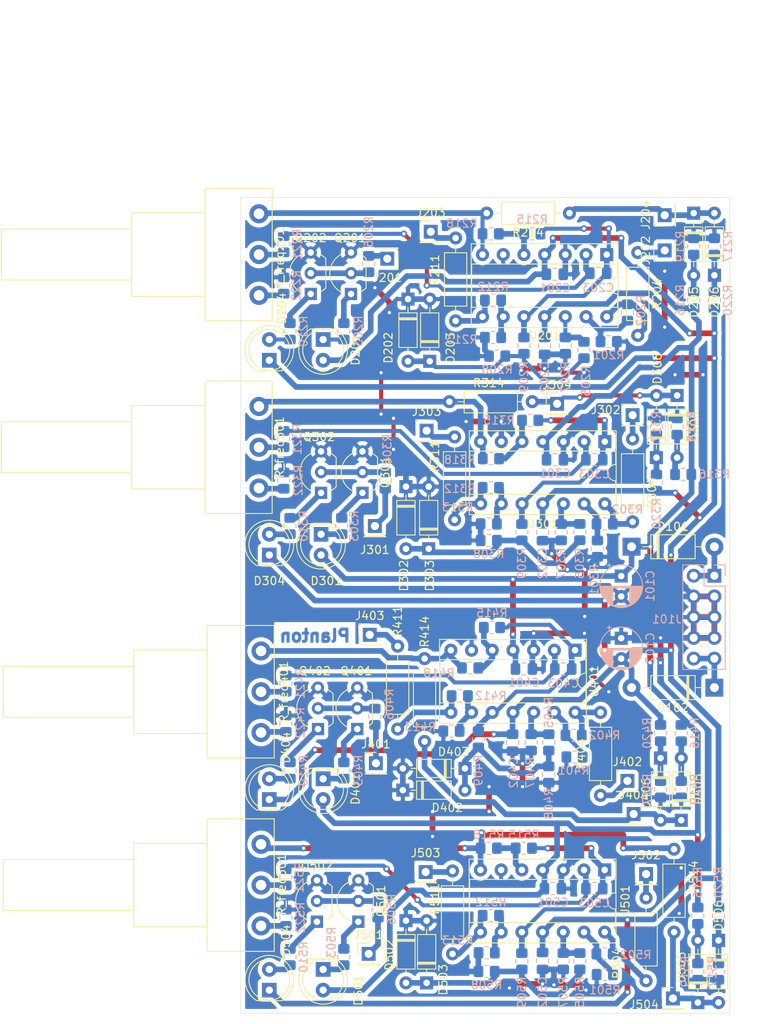
<source format=kicad_pcb>
(kicad_pcb (version 20171130) (host pcbnew 5.99.0+really5.1.10+dfsg1-1)
  (layers (0 F.Cu signal) (31 B.Cu signal) (34 B.Paste user hide) (35 F.Paste user hide) (36 B.SilkS user) (37 F.SilkS user hide) (38 B.Mask user hide) (39 F.Mask user hide) (44 Edge.Cuts user))
  (net 0 "")
  (net 1 GND)
  (net 2 VCC)
  (net 3 VDD)
  (net 4 "Net-(C203-Pad1)")
  (net 5 "Net-(C203-Pad2)")
  (net 6 "Net-(C303-Pad1)")
  (net 7 "Net-(C303-Pad2)")
  (net 8 "Net-(C403-Pad1)")
  (net 9 "Net-(C403-Pad2)")
  (net 10 "Net-(C503-Pad1)")
  (net 11 "Net-(C503-Pad2)")
  (net 12 +12V)
  (net 13 -12V)
  (net 14 "Net-(D201-Pad1)")
  (net 15 "Net-(D202-Pad2)")
  (net 16 "Net-(D204-Pad2)")
  (net 17 "Net-(D205-Pad2)")
  (net 18 /LFO_voice_200/square)
  (net 19 "Net-(D206-Pad1)")
  (net 20 "Net-(D301-Pad1)")
  (net 21 "Net-(D302-Pad2)")
  (net 22 "Net-(D304-Pad2)")
  (net 23 /LFO_voice_300/square)
  (net 24 "Net-(D305-Pad2)")
  (net 25 "Net-(D306-Pad1)")
  (net 26 "Net-(D401-Pad1)")
  (net 27 "Net-(D402-Pad2)")
  (net 28 "Net-(D404-Pad2)")
  (net 29 "Net-(D405-Pad2)")
  (net 30 /LFO_voice_400/square)
  (net 31 "Net-(D406-Pad1)")
  (net 32 "Net-(D501-Pad1)")
  (net 33 "Net-(D502-Pad2)")
  (net 34 "Net-(D504-Pad2)")
  (net 35 "Net-(D505-Pad2)")
  (net 36 /LFO_voice_500/square)
  (net 37 "Net-(D506-Pad1)")
  (net 38 "Net-(J201-Pad1)")
  (net 39 "Net-(J301-Pad1)")
  (net 40 "Net-(J401-Pad1)")
  (net 41 "Net-(J501-Pad1)")
  (net 42 "Net-(Q201-Pad1)")
  (net 43 "Net-(Q201-Pad2)")
  (net 44 "Net-(Q202-Pad1)")
  (net 45 "Net-(Q301-Pad1)")
  (net 46 "Net-(Q301-Pad2)")
  (net 47 "Net-(Q302-Pad1)")
  (net 48 "Net-(Q401-Pad1)")
  (net 49 "Net-(Q401-Pad2)")
  (net 50 "Net-(Q402-Pad1)")
  (net 51 "Net-(Q501-Pad2)")
  (net 52 "Net-(Q501-Pad1)")
  (net 53 "Net-(Q502-Pad1)")
  (net 54 "Net-(R201-Pad1)")
  (net 55 "Net-(R202-Pad2)")
  (net 56 /LFO_voice_200/sine)
  (net 57 "Net-(R205-Pad1)")
  (net 58 /LFO_voice_200/triangle)
  (net 59 "Net-(R211-Pad2)")
  (net 60 "Net-(R212-Pad1)")
  (net 61 "Net-(R214-Pad2)")
  (net 62 "Net-(R215-Pad1)")
  (net 63 "Net-(R221-Pad1)")
  (net 64 "Net-(R222-Pad2)")
  (net 65 "Net-(R301-Pad1)")
  (net 66 "Net-(R302-Pad2)")
  (net 67 /LFO_voice_300/sine)
  (net 68 "Net-(R305-Pad1)")
  (net 69 /LFO_voice_300/triangle)
  (net 70 "Net-(R311-Pad2)")
  (net 71 "Net-(R312-Pad1)")
  (net 72 "Net-(R314-Pad2)")
  (net 73 "Net-(R315-Pad1)")
  (net 74 "Net-(R321-Pad1)")
  (net 75 "Net-(R322-Pad2)")
  (net 76 "Net-(R401-Pad1)")
  (net 77 "Net-(R402-Pad2)")
  (net 78 /LFO_voice_400/sine)
  (net 79 "Net-(R405-Pad1)")
  (net 80 "Net-(R411-Pad2)")
  (net 81 /LFO_voice_400/triangle)
  (net 82 "Net-(R412-Pad1)")
  (net 83 "Net-(R414-Pad2)")
  (net 84 "Net-(R415-Pad1)")
  (net 85 "Net-(R421-Pad1)")
  (net 86 "Net-(R422-Pad2)")
  (net 87 "Net-(R501-Pad1)")
  (net 88 "Net-(R502-Pad2)")
  (net 89 /LFO_voice_500/sine)
  (net 90 "Net-(R505-Pad1)")
  (net 91 /LFO_voice_500/triangle)
  (net 92 "Net-(R511-Pad2)")
  (net 93 "Net-(R512-Pad1)")
  (net 94 "Net-(R514-Pad2)")
  (net 95 "Net-(R515-Pad1)")
  (net 96 "Net-(R521-Pad1)")
  (net 97 "Net-(R522-Pad2)")
  (module Resistor_SMD:R_0805_2012Metric_Pad1.20x1.40mm_HandSolder (layer B.Cu) (at 115.57 52.562 270)
    (fp_text reference R216 (at 0 1.65 90) (layer B.SilkS) (effects (justify mirror)))
    (fp_text value 4.7k)
    (pad 1 smd roundrect (at -1 0 270) (size 1.2 1.4) (layers B.Cu B.Paste B.Mask) (roundrect_rratio 0.2083325) (net 17 "Net-(D205-Pad2)"))
    (pad 2 smd roundrect (at 1 0 270) (size 1.2 1.4) (layers B.Cu B.Paste B.Mask) (roundrect_rratio 0.2083325) (net 2 VCC))
  )
  (module Potentiometer_THT:Potentiometer_Piher_PC-16_Single_Horizontal (layer F.Cu) (at 62.484 119.286 180)
    (fp_text reference R_freq501 (at -2.54 -4.92 90) (layer F.SilkS))
    (fp_text value 1M)
    (pad 1 thru_hole circle (at 0 0 180) (size 2.34 2.34) (drill 1.3) (layers *.Cu *.Mask) (net 94 "Net-(R514-Pad2)"))
    (pad 2 thru_hole circle (at 0 -5 180) (size 2.34 2.34) (drill 1.3) (layers *.Cu *.Mask) (net 96 "Net-(R521-Pad1)"))
    (pad 3 thru_hole circle (at 0 -10 180) (size 2.34 2.34) (drill 1.3) (layers *.Cu *.Mask) (net 97 "Net-(R522-Pad2)"))
  )
  (module Potentiometer_THT:Potentiometer_Piher_PC-16_Single_Horizontal (layer F.Cu) (at 62.484 95.584 180)
    (fp_text reference R_freq401 (at -2.794 -5 90) (layer F.SilkS))
    (fp_text value 1M)
    (pad 1 thru_hole circle (at 0 0 180) (size 2.34 2.34) (drill 1.3) (layers *.Cu *.Mask) (net 83 "Net-(R414-Pad2)"))
    (pad 2 thru_hole circle (at 0 -5 180) (size 2.34 2.34) (drill 1.3) (layers *.Cu *.Mask) (net 85 "Net-(R421-Pad1)"))
    (pad 3 thru_hole circle (at 0 -10 180) (size 2.34 2.34) (drill 1.3) (layers *.Cu *.Mask) (net 86 "Net-(R422-Pad2)"))
  )
  (module Potentiometer_THT:Potentiometer_Piher_PC-16_Single_Horizontal (layer F.Cu) (at 62.23 65.612 180)
    (fp_text reference R_freq301 (at -2.54 -5 90) (layer F.SilkS))
    (fp_text value 1M)
    (pad 1 thru_hole circle (at 0 0 180) (size 2.34 2.34) (drill 1.3) (layers *.Cu *.Mask) (net 72 "Net-(R314-Pad2)"))
    (pad 2 thru_hole circle (at 0 -5 180) (size 2.34 2.34) (drill 1.3) (layers *.Cu *.Mask) (net 74 "Net-(R321-Pad1)"))
    (pad 3 thru_hole circle (at 0 -10 180) (size 2.34 2.34) (drill 1.3) (layers *.Cu *.Mask) (net 75 "Net-(R322-Pad2)"))
  )
  (module Potentiometer_THT:Potentiometer_Piher_PC-16_Single_Horizontal (layer F.Cu) (at 62.23 41.99 180)
    (fp_text reference R_freq201 (at -2.54 -5.508 90) (layer F.SilkS))
    (fp_text value 1M)
    (pad 1 thru_hole circle (at 0 0 180) (size 2.34 2.34) (drill 1.3) (layers *.Cu *.Mask) (net 61 "Net-(R214-Pad2)"))
    (pad 2 thru_hole circle (at 0 -5 180) (size 2.34 2.34) (drill 1.3) (layers *.Cu *.Mask) (net 63 "Net-(R221-Pad1)"))
    (pad 3 thru_hole circle (at 0 -10 180) (size 2.34 2.34) (drill 1.3) (layers *.Cu *.Mask) (net 64 "Net-(R222-Pad2)"))
  )
  (module Connector_PinHeader_2.54mm:PinHeader_1x01_P2.54mm_Vertical (layer F.Cu) (at 113.03 138.176)
    (fp_text reference J504 (at -3.556 0.762) (layer F.SilkS))
    (fp_text value square_OUT_Conn_01x01_Female)
    (pad 1 thru_hole rect (at 0 0) (size 1.7 1.7) (drill 1) (layers *.Cu *.Mask) (net 36 /LFO_voice_500/square))
  )
  (module Connector_PinHeader_2.54mm:PinHeader_1x01_P2.54mm_Vertical (layer F.Cu) (at 82.677 122.682)
    (fp_text reference J503 (at 0 -2.33) (layer F.SilkS))
    (fp_text value tri_OUT_Conn_01x01_Female)
    (pad 1 thru_hole rect (at 0 0) (size 1.7 1.7) (drill 1) (layers *.Cu *.Mask) (net 91 /LFO_voice_500/triangle))
  )
  (module Connector_PinHeader_2.54mm:PinHeader_1x01_P2.54mm_Vertical (layer F.Cu) (at 109.728 122.936)
    (fp_text reference J502 (at 0 -2.33) (layer F.SilkS))
    (fp_text value sine_OUT_Conn_01x01_Female)
    (pad 1 thru_hole rect (at 0 0) (size 1.7 1.7) (drill 1) (layers *.Cu *.Mask) (net 89 /LFO_voice_500/sine))
  )
  (module Connector_PinHeader_2.54mm:PinHeader_1x01_P2.54mm_Vertical (layer F.Cu) (at 108.204 115.57)
    (fp_text reference J404 (at 0 -2.33) (layer F.SilkS))
    (fp_text value square_OUT_Conn_01x01_Female)
    (pad 1 thru_hole rect (at 0 0) (size 1.7 1.7) (drill 1) (layers *.Cu *.Mask) (net 30 /LFO_voice_400/square))
  )
  (module Connector_PinHeader_2.54mm:PinHeader_1x01_P2.54mm_Vertical (layer F.Cu) (at 75.819 93.599)
    (fp_text reference J403 (at 0 -2.33) (layer F.SilkS))
    (fp_text value tri_OUT_Conn_01x01_Female)
    (pad 1 thru_hole rect (at 0 0) (size 1.7 1.7) (drill 1) (layers *.Cu *.Mask) (net 81 /LFO_voice_400/triangle))
  )
  (module Connector_PinHeader_2.54mm:PinHeader_1x01_P2.54mm_Vertical (layer F.Cu) (at 107.442 111.506)
    (fp_text reference J402 (at 0 -2.33) (layer F.SilkS))
    (fp_text value sine_OUT_Conn_01x01_Female)
    (pad 1 thru_hole rect (at 0 0) (size 1.7 1.7) (drill 1) (layers *.Cu *.Mask) (net 78 /LFO_voice_400/sine))
  )
  (module Connector_PinHeader_2.54mm:PinHeader_1x01_P2.54mm_Vertical (layer F.Cu) (at 98.806 65.278)
    (fp_text reference J304 (at 0 -2.33) (layer F.SilkS))
    (fp_text value square_OUT_Conn_01x01_Female)
    (pad 1 thru_hole rect (at 0 0) (size 1.7 1.7) (drill 1) (layers *.Cu *.Mask) (net 23 /LFO_voice_300/square))
  )
  (module Connector_PinHeader_2.54mm:PinHeader_1x01_P2.54mm_Vertical (layer F.Cu) (at 82.804 68.58)
    (fp_text reference J303 (at 0 -2.33) (layer F.SilkS))
    (fp_text value tri_OUT_Conn_01x01_Female)
    (pad 1 thru_hole rect (at 0 0) (size 1.7 1.7) (drill 1) (layers *.Cu *.Mask) (net 69 /LFO_voice_300/triangle))
  )
  (module Connector_PinHeader_2.54mm:PinHeader_1x01_P2.54mm_Vertical (layer F.Cu) (at 108.077 66.675)
    (fp_text reference J302 (at -3.302 -0.635) (layer F.SilkS))
    (fp_text value sine_OUT_Conn_01x01_Female)
    (pad 1 thru_hole rect (at 0 0) (size 1.7 1.7) (drill 1) (layers *.Cu *.Mask) (net 67 /LFO_voice_300/sine))
  )
  (module Connector_PinHeader_2.54mm:PinHeader_1x01_P2.54mm_Vertical (layer F.Cu) (at 112.014 42.164 90)
    (fp_text reference J204 (at 0 -2.33 90) (layer F.SilkS))
    (fp_text value square_OUT_Conn_01x01_Female)
    (pad 1 thru_hole rect (at 0 0 90) (size 1.7 1.7) (drill 1) (layers *.Cu *.Mask) (net 18 /LFO_voice_200/square))
  )
  (module Connector_PinHeader_2.54mm:PinHeader_1x01_P2.54mm_Vertical (layer F.Cu) (at 83.312 44.196)
    (fp_text reference J203 (at 0 -2.33) (layer F.SilkS))
    (fp_text value tri_OUT_Conn_01x01_Female)
    (pad 1 thru_hole rect (at 0 0) (size 1.7 1.7) (drill 1) (layers *.Cu *.Mask) (net 58 /LFO_voice_200/triangle))
  )
  (module Connector_PinHeader_2.54mm:PinHeader_1x01_P2.54mm_Vertical (layer F.Cu) (at 112.014 46.482 90)
    (fp_text reference J202 (at 0 -2.33 90) (layer F.SilkS))
    (fp_text value sine_OUT_Conn_01x01_Female)
    (pad 1 thru_hole rect (at 0 0 90) (size 1.7 1.7) (drill 1) (layers *.Cu *.Mask) (net 56 /LFO_voice_200/sine))
  )
  (module Capacitor_THT:CP_Radial_D5.0mm_P2.50mm (layer B.Cu) (at 106.68 86.4 270)
    (fp_text reference C101 (at 1.23 -3.556 90) (layer B.SilkS) (effects (justify mirror)))
    (fp_text value 10u)
    (pad 2 thru_hole circle (at 2.5 0 270) (size 1.6 1.6) (drill 0.8) (layers *.Cu *.Mask) (net 1 GND))
    (pad 1 thru_hole rect (at 0 0 270) (size 1.6 1.6) (drill 0.8) (layers *.Cu *.Mask) (net 2 VCC))
  )
  (module Capacitor_THT:CP_Radial_D5.0mm_P2.50mm (layer B.Cu) (at 106.68 94.02 270)
    (fp_text reference C102 (at 1.23 -3.556 90) (layer B.SilkS) (effects (justify mirror)))
    (fp_text value 10u)
    (pad 1 thru_hole rect (at 0 0 270) (size 1.6 1.6) (drill 0.8) (layers *.Cu *.Mask) (net 1 GND))
    (pad 2 thru_hole circle (at 2.5 0 270) (size 1.6 1.6) (drill 0.8) (layers *.Cu *.Mask) (net 3 VDD))
  )
  (module Capacitor_SMD:C_0805_2012Metric_Pad1.18x1.45mm_HandSolder (layer B.Cu) (at 98.5305 49.403)
    (fp_text reference C201 (at 0 1.68) (layer B.SilkS) (effects (justify mirror)))
    (fp_text value 100n)
    (pad 1 smd roundrect (at -1.0375 0) (size 1.175 1.45) (layers B.Cu B.Paste B.Mask) (roundrect_rratio 0.2127659574468085) (net 2 VCC))
    (pad 2 smd roundrect (at 1.0375 0) (size 1.175 1.45) (layers B.Cu B.Paste B.Mask) (roundrect_rratio 0.2127659574468085) (net 1 GND))
  )
  (module Capacitor_SMD:C_0805_2012Metric_Pad1.18x1.45mm_HandSolder (layer B.Cu) (at 97.282 58.1875 90)
    (fp_text reference C202 (at -3.7885 0 90) (layer B.SilkS) (effects (justify mirror)))
    (fp_text value 100n)
    (pad 2 smd roundrect (at 1.0375 0 90) (size 1.175 1.45) (layers B.Cu B.Paste B.Mask) (roundrect_rratio 0.2127659574468085) (net 3 VDD))
    (pad 1 smd roundrect (at -1.0375 0 90) (size 1.175 1.45) (layers B.Cu B.Paste B.Mask) (roundrect_rratio 0.2127659574468085) (net 1 GND))
  )
  (module Capacitor_SMD:C_0805_2012Metric_Pad1.18x1.45mm_HandSolder (layer B.Cu) (at 103.8645 49.276 180)
    (fp_text reference C203 (at 0 -1.778) (layer B.SilkS) (effects (justify mirror)))
    (fp_text value 100n)
    (pad 1 smd roundrect (at -1.0375 0 180) (size 1.175 1.45) (layers B.Cu B.Paste B.Mask) (roundrect_rratio 0.2127659574468085) (net 4 "Net-(C203-Pad1)"))
    (pad 2 smd roundrect (at 1.0375 0 180) (size 1.175 1.45) (layers B.Cu B.Paste B.Mask) (roundrect_rratio 0.2127659574468085) (net 5 "Net-(C203-Pad2)"))
  )
  (module Capacitor_SMD:C_0805_2012Metric_Pad1.18x1.45mm_HandSolder (layer B.Cu) (at 98.552 72.136)
    (fp_text reference C301 (at 0 1.68) (layer B.SilkS) (effects (justify mirror)))
    (fp_text value 100n)
    (pad 1 smd roundrect (at -1.0375 0) (size 1.175 1.45) (layers B.Cu B.Paste B.Mask) (roundrect_rratio 0.2127659574468085) (net 2 VCC))
    (pad 2 smd roundrect (at 1.0375 0) (size 1.175 1.45) (layers B.Cu B.Paste B.Mask) (roundrect_rratio 0.2127659574468085) (net 1 GND))
  )
  (module Capacitor_SMD:C_0805_2012Metric_Pad1.18x1.45mm_HandSolder (layer B.Cu) (at 97.028 81.026 90)
    (fp_text reference C302 (at -3.81 0 90) (layer B.SilkS) (effects (justify mirror)))
    (fp_text value 100n)
    (pad 2 smd roundrect (at 1.0375 0 90) (size 1.175 1.45) (layers B.Cu B.Paste B.Mask) (roundrect_rratio 0.2127659574468085) (net 3 VDD))
    (pad 1 smd roundrect (at -1.0375 0 90) (size 1.175 1.45) (layers B.Cu B.Paste B.Mask) (roundrect_rratio 0.2127659574468085) (net 1 GND))
  )
  (module Capacitor_SMD:C_0805_2012Metric_Pad1.18x1.45mm_HandSolder (layer B.Cu) (at 103.378 72.136 180)
    (fp_text reference C303 (at 0 -1.778) (layer B.SilkS) (effects (justify mirror)))
    (fp_text value 100n)
    (pad 1 smd roundrect (at -1.0375 0 180) (size 1.175 1.45) (layers B.Cu B.Paste B.Mask) (roundrect_rratio 0.2127659574468085) (net 6 "Net-(C303-Pad1)"))
    (pad 2 smd roundrect (at 1.0375 0 180) (size 1.175 1.45) (layers B.Cu B.Paste B.Mask) (roundrect_rratio 0.2127659574468085) (net 7 "Net-(C303-Pad2)"))
  )
  (module Capacitor_SMD:C_0805_2012Metric_Pad1.18x1.45mm_HandSolder (layer B.Cu) (at 94.742 97.79)
    (fp_text reference C401 (at 0 1.68) (layer B.SilkS) (effects (justify mirror)))
    (fp_text value 100n)
    (pad 2 smd roundrect (at 1.0375 0) (size 1.175 1.45) (layers B.Cu B.Paste B.Mask) (roundrect_rratio 0.2127659574468085) (net 1 GND))
    (pad 1 smd roundrect (at -1.0375 0) (size 1.175 1.45) (layers B.Cu B.Paste B.Mask) (roundrect_rratio 0.2127659574468085) (net 2 VCC))
  )
  (module Capacitor_SMD:C_0805_2012Metric_Pad1.18x1.45mm_HandSolder (layer B.Cu) (at 93.345 106.8285 90)
    (fp_text reference C402 (at -3.6615 0.127 90) (layer B.SilkS) (effects (justify mirror)))
    (fp_text value 100n)
    (pad 2 smd roundrect (at 1.0375 0 90) (size 1.175 1.45) (layers B.Cu B.Paste B.Mask) (roundrect_rratio 0.2127659574468085) (net 3 VDD))
    (pad 1 smd roundrect (at -1.0375 0 90) (size 1.175 1.45) (layers B.Cu B.Paste B.Mask) (roundrect_rratio 0.2127659574468085) (net 1 GND))
  )
  (module Capacitor_SMD:C_0805_2012Metric_Pad1.18x1.45mm_HandSolder (layer B.Cu) (at 99.568 97.79 180)
    (fp_text reference C403 (at 0 -1.778) (layer B.SilkS) (effects (justify mirror)))
    (fp_text value 100n)
    (pad 1 smd roundrect (at -1.0375 0 180) (size 1.175 1.45) (layers B.Cu B.Paste B.Mask) (roundrect_rratio 0.2127659574468085) (net 8 "Net-(C403-Pad1)"))
    (pad 2 smd roundrect (at 1.0375 0 180) (size 1.175 1.45) (layers B.Cu B.Paste B.Mask) (roundrect_rratio 0.2127659574468085) (net 9 "Net-(C403-Pad2)"))
  )
  (module Capacitor_SMD:C_0805_2012Metric_Pad1.18x1.45mm_HandSolder (layer B.Cu) (at 98.298 124.714)
    (fp_text reference C501 (at 0 1.68) (layer B.SilkS) (effects (justify mirror)))
    (fp_text value 100n)
    (pad 2 smd roundrect (at 1.0375 0) (size 1.175 1.45) (layers B.Cu B.Paste B.Mask) (roundrect_rratio 0.2127659574468085) (net 1 GND))
    (pad 1 smd roundrect (at -1.0375 0) (size 1.175 1.45) (layers B.Cu B.Paste B.Mask) (roundrect_rratio 0.2127659574468085) (net 2 VCC))
  )
  (module Capacitor_SMD:C_0805_2012Metric_Pad1.18x1.45mm_HandSolder (layer B.Cu) (at 97.028 133.5825 90)
    (fp_text reference C502 (at -3.8315 0 90) (layer B.SilkS) (effects (justify mirror)))
    (fp_text value 100n)
    (pad 2 smd roundrect (at 1.0375 0 90) (size 1.175 1.45) (layers B.Cu B.Paste B.Mask) (roundrect_rratio 0.2127659574468085) (net 3 VDD))
    (pad 1 smd roundrect (at -1.0375 0 90) (size 1.175 1.45) (layers B.Cu B.Paste B.Mask) (roundrect_rratio 0.2127659574468085) (net 1 GND))
  )
  (module Capacitor_SMD:C_0805_2012Metric_Pad1.18x1.45mm_HandSolder (layer B.Cu) (at 103.378 124.714 180)
    (fp_text reference C503 (at 0 -1.778) (layer B.SilkS) (effects (justify mirror)))
    (fp_text value 100n)
    (pad 1 smd roundrect (at -1.0375 0 180) (size 1.175 1.45) (layers B.Cu B.Paste B.Mask) (roundrect_rratio 0.2127659574468085) (net 10 "Net-(C503-Pad1)"))
    (pad 2 smd roundrect (at 1.0375 0 180) (size 1.175 1.45) (layers B.Cu B.Paste B.Mask) (roundrect_rratio 0.2127659574468085) (net 11 "Net-(C503-Pad2)"))
  )
  (module Diode_THT:D_DO-41_SOD81_P10.16mm_Horizontal (layer F.Cu) (at 107.95 82.804)
    (fp_text reference D101 (at 5.08 -2.47) (layer F.SilkS))
    (fp_text value 1N5817)
    (pad 2 thru_hole oval (at 10.16 0) (size 2.2 2.2) (drill 1.1) (layers *.Cu *.Mask) (net 12 +12V))
    (pad 1 thru_hole rect (at 0 0) (size 2.2 2.2) (drill 1.1) (layers *.Cu *.Mask) (net 2 VCC))
  )
  (module Diode_THT:D_DO-41_SOD81_P10.16mm_Horizontal (layer F.Cu) (at 118.11 100.076 180)
    (fp_text reference D102 (at 5.08 -2.47) (layer F.SilkS))
    (fp_text value 1N5817)
    (pad 1 thru_hole rect (at 0 0 180) (size 2.2 2.2) (drill 1.1) (layers *.Cu *.Mask) (net 13 -12V))
    (pad 2 thru_hole oval (at 10.16 0 180) (size 2.2 2.2) (drill 1.1) (layers *.Cu *.Mask) (net 3 VDD))
  )
  (module LED_THT:LED_D5.0mm (layer F.Cu) (at 70.104 57.404 270)
    (fp_text reference D201 (at 1.27 -3.96 90) (layer F.SilkS))
    (fp_text value green)
    (pad 1 thru_hole rect (at 0 0 270) (size 1.8 1.8) (drill 0.9) (layers *.Cu *.Mask) (net 14 "Net-(D201-Pad1)"))
    (pad 2 thru_hole circle (at 2.54 0 270) (size 1.8 1.8) (drill 0.9) (layers *.Cu *.Mask) (net 2 VCC))
  )
  (module Diode_THT:D_DO-35_SOD27_P7.62mm_Horizontal (layer F.Cu) (at 80.518 52.451 270)
    (fp_text reference D202 (at 5.969 2.413 90) (layer F.SilkS))
    (fp_text value 1N4148)
    (pad 1 thru_hole rect (at 0 0 270) (size 1.6 1.6) (drill 0.8) (layers *.Cu *.Mask) (net 1 GND))
    (pad 2 thru_hole oval (at 7.62 0 270) (size 1.6 1.6) (drill 0.8) (layers *.Cu *.Mask) (net 15 "Net-(D202-Pad2)"))
  )
  (module Diode_THT:D_DO-35_SOD27_P7.62mm_Horizontal (layer F.Cu) (at 83.185 60.071 90)
    (fp_text reference D203 (at 1.651 2.54 90) (layer F.SilkS))
    (fp_text value 1N4148)
    (pad 2 thru_hole oval (at 7.62 0 90) (size 1.6 1.6) (drill 0.8) (layers *.Cu *.Mask) (net 1 GND))
    (pad 1 thru_hole rect (at 0 0 90) (size 1.6 1.6) (drill 0.8) (layers *.Cu *.Mask) (net 15 "Net-(D202-Pad2)"))
  )
  (module LED_THT:LED_D5.0mm (layer F.Cu) (at 63.5 59.944 90)
    (fp_text reference D204 (at 6.35 1.524 90) (layer F.SilkS))
    (fp_text value red)
    (pad 2 thru_hole circle (at 2.54 0 90) (size 1.8 1.8) (drill 0.9) (layers *.Cu *.Mask) (net 16 "Net-(D204-Pad2)"))
    (pad 1 thru_hole rect (at 0 0 90) (size 1.8 1.8) (drill 0.9) (layers *.Cu *.Mask) (net 3 VDD))
  )
  (module Diode_THT:D_DO-35_SOD27_P7.62mm_Horizontal (layer F.Cu) (at 115.57 41.91 270)
    (fp_text reference D205 (at 10.922 0 90) (layer F.SilkS))
    (fp_text value 1N4148)
    (pad 2 thru_hole oval (at 7.62 0 270) (size 1.6 1.6) (drill 0.8) (layers *.Cu *.Mask) (net 17 "Net-(D205-Pad2)"))
    (pad 1 thru_hole rect (at 0 0 270) (size 1.6 1.6) (drill 0.8) (layers *.Cu *.Mask) (net 18 /LFO_voice_200/square))
  )
  (module Diode_THT:D_DO-35_SOD27_P7.62mm_Horizontal (layer F.Cu) (at 118.11 49.53 90)
    (fp_text reference D206 (at -3.302 0 90) (layer F.SilkS))
    (fp_text value 1N4148)
    (pad 1 thru_hole rect (at 0 0 90) (size 1.6 1.6) (drill 0.8) (layers *.Cu *.Mask) (net 19 "Net-(D206-Pad1)"))
    (pad 2 thru_hole oval (at 7.62 0 90) (size 1.6 1.6) (drill 0.8) (layers *.Cu *.Mask) (net 18 /LFO_voice_200/square))
  )
  (module LED_THT:LED_D5.0mm (layer F.Cu) (at 69.85 81.28 270)
    (fp_text reference D301 (at 5.715 -0.635 180) (layer F.SilkS))
    (fp_text value green)
    (pad 2 thru_hole circle (at 2.54 0 270) (size 1.8 1.8) (drill 0.9) (layers *.Cu *.Mask) (net 2 VCC))
    (pad 1 thru_hole rect (at 0 0 270) (size 1.8 1.8) (drill 0.9) (layers *.Cu *.Mask) (net 20 "Net-(D301-Pad1)"))
  )
  (module Diode_THT:D_DO-35_SOD27_P7.62mm_Horizontal (layer F.Cu) (at 80.264 75.438 270)
    (fp_text reference D302 (at 10.922 0.254 90) (layer F.SilkS))
    (fp_text value 1N4148)
    (pad 1 thru_hole rect (at 0 0 270) (size 1.6 1.6) (drill 0.8) (layers *.Cu *.Mask) (net 1 GND))
    (pad 2 thru_hole oval (at 7.62 0 270) (size 1.6 1.6) (drill 0.8) (layers *.Cu *.Mask) (net 21 "Net-(D302-Pad2)"))
  )
  (module Diode_THT:D_DO-35_SOD27_P7.62mm_Horizontal (layer F.Cu) (at 83.058 83.058 90)
    (fp_text reference D303 (at -3.302 0.127 90) (layer F.SilkS))
    (fp_text value 1N4148)
    (pad 2 thru_hole oval (at 7.62 0 90) (size 1.6 1.6) (drill 0.8) (layers *.Cu *.Mask) (net 1 GND))
    (pad 1 thru_hole rect (at 0 0 90) (size 1.6 1.6) (drill 0.8) (layers *.Cu *.Mask) (net 21 "Net-(D302-Pad2)"))
  )
  (module LED_THT:LED_D5.0mm (layer F.Cu) (at 63.5 83.82 90)
    (fp_text reference D304 (at -3.175 0 180) (layer F.SilkS))
    (fp_text value red)
    (pad 2 thru_hole circle (at 2.54 0 90) (size 1.8 1.8) (drill 0.9) (layers *.Cu *.Mask) (net 22 "Net-(D304-Pad2)"))
    (pad 1 thru_hole rect (at 0 0 90) (size 1.8 1.8) (drill 0.9) (layers *.Cu *.Mask) (net 3 VDD))
  )
  (module Diode_THT:D_DO-35_SOD27_P7.62mm_Horizontal (layer F.Cu) (at 113.538 64.262 270)
    (fp_text reference D305 (at 3.81 -2.12 90) (layer F.SilkS))
    (fp_text value 1N4148)
    (pad 1 thru_hole rect (at 0 0 270) (size 1.6 1.6) (drill 0.8) (layers *.Cu *.Mask) (net 23 /LFO_voice_300/square))
    (pad 2 thru_hole oval (at 7.62 0 270) (size 1.6 1.6) (drill 0.8) (layers *.Cu *.Mask) (net 24 "Net-(D305-Pad2)"))
  )
  (module Diode_THT:D_DO-35_SOD27_P7.62mm_Horizontal (layer F.Cu) (at 110.998 71.882 90)
    (fp_text reference D306 (at 10.922 0.127 90) (layer F.SilkS))
    (fp_text value 1N4148)
    (pad 2 thru_hole oval (at 7.62 0 90) (size 1.6 1.6) (drill 0.8) (layers *.Cu *.Mask) (net 23 /LFO_voice_300/square))
    (pad 1 thru_hole rect (at 0 0 90) (size 1.6 1.6) (drill 0.8) (layers *.Cu *.Mask) (net 25 "Net-(D306-Pad1)"))
  )
  (module LED_THT:LED_D5.0mm (layer F.Cu) (at 70.104 111.252 270)
    (fp_text reference D401 (at 1.27 -3.96 90) (layer F.SilkS))
    (fp_text value green)
    (pad 1 thru_hole rect (at 0 0 270) (size 1.8 1.8) (drill 0.9) (layers *.Cu *.Mask) (net 26 "Net-(D401-Pad1)"))
    (pad 2 thru_hole circle (at 2.54 0 270) (size 1.8 1.8) (drill 0.9) (layers *.Cu *.Mask) (net 2 VCC))
  )
  (module Diode_THT:D_DO-35_SOD27_P7.62mm_Horizontal (layer F.Cu) (at 79.883 112.649)
    (fp_text reference D402 (at 5.461 2.159) (layer F.SilkS))
    (fp_text value 1N4148)
    (pad 1 thru_hole rect (at 0 0) (size 1.6 1.6) (drill 0.8) (layers *.Cu *.Mask) (net 1 GND))
    (pad 2 thru_hole oval (at 7.62 0) (size 1.6 1.6) (drill 0.8) (layers *.Cu *.Mask) (net 27 "Net-(D402-Pad2)"))
  )
  (module Diode_THT:D_DO-35_SOD27_P7.62mm_Horizontal (layer F.Cu) (at 87.503 109.982 180)
    (fp_text reference D403 (at 1.397 2.032) (layer F.SilkS))
    (fp_text value 1N4148)
    (pad 2 thru_hole oval (at 7.62 0 180) (size 1.6 1.6) (drill 0.8) (layers *.Cu *.Mask) (net 1 GND))
    (pad 1 thru_hole rect (at 0 0 180) (size 1.6 1.6) (drill 0.8) (layers *.Cu *.Mask) (net 27 "Net-(D402-Pad2)"))
  )
  (module LED_THT:LED_D5.0mm (layer F.Cu) (at 63.5 113.792 90)
    (fp_text reference D404 (at 6.35 2.032 90) (layer F.SilkS))
    (fp_text value red)
    (pad 1 thru_hole rect (at 0 0 90) (size 1.8 1.8) (drill 0.9) (layers *.Cu *.Mask) (net 3 VDD))
    (pad 2 thru_hole circle (at 2.54 0 90) (size 1.8 1.8) (drill 0.9) (layers *.Cu *.Mask) (net 28 "Net-(D404-Pad2)"))
  )
  (module Diode_THT:D_DO-35_SOD27_P7.62mm_Horizontal (layer F.Cu) (at 114.046 116.332 90)
    (fp_text reference D405 (at 3.81 2.032 90) (layer F.SilkS))
    (fp_text value 1N4148)
    (pad 2 thru_hole oval (at 7.62 0 90) (size 1.6 1.6) (drill 0.8) (layers *.Cu *.Mask) (net 29 "Net-(D405-Pad2)"))
    (pad 1 thru_hole rect (at 0 0 90) (size 1.6 1.6) (drill 0.8) (layers *.Cu *.Mask) (net 30 /LFO_voice_400/square))
  )
  (module Diode_THT:D_DO-35_SOD27_P7.62mm_Horizontal (layer F.Cu) (at 111.506 108.712 270)
    (fp_text reference D406 (at 4.318 1.778 90) (layer F.SilkS))
    (fp_text value 1N4148)
    (pad 1 thru_hole rect (at 0 0 270) (size 1.6 1.6) (drill 0.8) (layers *.Cu *.Mask) (net 31 "Net-(D406-Pad1)"))
    (pad 2 thru_hole oval (at 7.62 0 270) (size 1.6 1.6) (drill 0.8) (layers *.Cu *.Mask) (net 30 /LFO_voice_400/square))
  )
  (module LED_THT:LED_D5.0mm (layer F.Cu) (at 70.104 134.62 270)
    (fp_text reference D501 (at 2.54 -4.318 90) (layer F.SilkS))
    (fp_text value green)
    (pad 1 thru_hole rect (at 0 0 270) (size 1.8 1.8) (drill 0.9) (layers *.Cu *.Mask) (net 32 "Net-(D501-Pad1)"))
    (pad 2 thru_hole circle (at 2.54 0 270) (size 1.8 1.8) (drill 0.9) (layers *.Cu *.Mask) (net 2 VCC))
  )
  (module Diode_THT:D_DO-35_SOD27_P7.62mm_Horizontal (layer F.Cu) (at 80.264 128.651 270)
    (fp_text reference D502 (at 4.191 2.032 90) (layer F.SilkS))
    (fp_text value 1N4148)
    (pad 2 thru_hole oval (at 7.62 0 270) (size 1.6 1.6) (drill 0.8) (layers *.Cu *.Mask) (net 33 "Net-(D502-Pad2)"))
    (pad 1 thru_hole rect (at 0 0 270) (size 1.6 1.6) (drill 0.8) (layers *.Cu *.Mask) (net 1 GND))
  )
  (module Diode_THT:D_DO-35_SOD27_P7.62mm_Horizontal (layer F.Cu) (at 82.804 136.271 90)
    (fp_text reference D503 (at 0.381 2.032 90) (layer F.SilkS))
    (fp_text value 1N4148)
    (pad 1 thru_hole rect (at 0 0 90) (size 1.6 1.6) (drill 0.8) (layers *.Cu *.Mask) (net 33 "Net-(D502-Pad2)"))
    (pad 2 thru_hole oval (at 7.62 0 90) (size 1.6 1.6) (drill 0.8) (layers *.Cu *.Mask) (net 1 GND))
  )
  (module LED_THT:LED_D5.0mm (layer F.Cu) (at 63.5 137.16 90)
    (fp_text reference D504 (at 6.096 2.032 90) (layer F.SilkS))
    (fp_text value red)
    (pad 2 thru_hole circle (at 2.54 0 90) (size 1.8 1.8) (drill 0.9) (layers *.Cu *.Mask) (net 34 "Net-(D504-Pad2)"))
    (pad 1 thru_hole rect (at 0 0 90) (size 1.8 1.8) (drill 0.9) (layers *.Cu *.Mask) (net 3 VDD))
  )
  (module Diode_THT:D_DO-35_SOD27_P7.62mm_Horizontal (layer F.Cu) (at 116.078 138.684 90)
    (fp_text reference D505 (at 4.318 -2.032 90) (layer F.SilkS))
    (fp_text value 1N4148)
    (pad 2 thru_hole oval (at 7.62 0 90) (size 1.6 1.6) (drill 0.8) (layers *.Cu *.Mask) (net 35 "Net-(D505-Pad2)"))
    (pad 1 thru_hole rect (at 0 0 90) (size 1.6 1.6) (drill 0.8) (layers *.Cu *.Mask) (net 36 /LFO_voice_500/square))
  )
  (module Diode_THT:D_DO-35_SOD27_P7.62mm_Horizontal (layer F.Cu) (at 118.618 131.064 270)
    (fp_text reference D506 (at -3.048 0 90) (layer F.SilkS))
    (fp_text value 1N4148)
    (pad 1 thru_hole rect (at 0 0 270) (size 1.6 1.6) (drill 0.8) (layers *.Cu *.Mask) (net 37 "Net-(D506-Pad1)"))
    (pad 2 thru_hole oval (at 7.62 0 270) (size 1.6 1.6) (drill 0.8) (layers *.Cu *.Mask) (net 36 /LFO_voice_500/square))
  )
  (module Connector_PinHeader_2.54mm:PinHeader_2x05_P2.54mm_Vertical (layer B.Cu) (at 118.11 86.36 180)
    (fp_text reference J101 (at 5.842 -5.334) (layer B.SilkS) (effects (justify mirror)))
    (fp_text value Conn_02x05_Odd_Even)
    (pad 1 thru_hole rect (at 0 0 180) (size 1.7 1.7) (drill 1) (layers *.Cu *.Mask) (net 12 +12V))
    (pad 2 thru_hole oval (at 2.54 0 180) (size 1.7 1.7) (drill 1) (layers *.Cu *.Mask) (net 12 +12V))
    (pad 3 thru_hole oval (at 0 -2.54 180) (size 1.7 1.7) (drill 1) (layers *.Cu *.Mask) (net 1 GND))
    (pad 4 thru_hole oval (at 2.54 -2.54 180) (size 1.7 1.7) (drill 1) (layers *.Cu *.Mask) (net 1 GND))
    (pad 5 thru_hole oval (at 0 -5.08 180) (size 1.7 1.7) (drill 1) (layers *.Cu *.Mask) (net 1 GND))
    (pad 6 thru_hole oval (at 2.54 -5.08 180) (size 1.7 1.7) (drill 1) (layers *.Cu *.Mask) (net 1 GND))
    (pad 7 thru_hole oval (at 0 -7.62 180) (size 1.7 1.7) (drill 1) (layers *.Cu *.Mask) (net 1 GND))
    (pad 8 thru_hole oval (at 2.54 -7.62 180) (size 1.7 1.7) (drill 1) (layers *.Cu *.Mask) (net 1 GND))
    (pad 9 thru_hole oval (at 0 -10.16 180) (size 1.7 1.7) (drill 1) (layers *.Cu *.Mask) (net 13 -12V))
    (pad 10 thru_hole oval (at 2.54 -10.16 180) (size 1.7 1.7) (drill 1) (layers *.Cu *.Mask) (net 13 -12V))
  )
  (module Connector_PinHeader_2.54mm:PinHeader_1x01_P2.54mm_Vertical (layer F.Cu) (at 77.978 47.498 180)
    (fp_text reference J201 (at 0 -2.33) (layer F.SilkS))
    (fp_text value LEDs_IN_Conn_01x01_Female)
    (pad 1 thru_hole rect (at 0 0 180) (size 1.7 1.7) (drill 1) (layers *.Cu *.Mask) (net 38 "Net-(J201-Pad1)"))
  )
  (module Connector_PinHeader_2.54mm:PinHeader_1x01_P2.54mm_Vertical (layer F.Cu) (at 76.454 80.264)
    (fp_text reference J301 (at 0 2.921) (layer F.SilkS))
    (fp_text value LEDs_IN_Conn_01x01_Female)
    (pad 1 thru_hole rect (at 0 0) (size 1.7 1.7) (drill 1) (layers *.Cu *.Mask) (net 39 "Net-(J301-Pad1)"))
  )
  (module Connector_PinHeader_2.54mm:PinHeader_1x01_P2.54mm_Vertical (layer F.Cu) (at 76.581 109.347)
    (fp_text reference J401 (at 0 -2.33) (layer F.SilkS))
    (fp_text value LEDs_IN_Conn_01x01_Female)
    (pad 1 thru_hole rect (at 0 0) (size 1.7 1.7) (drill 1) (layers *.Cu *.Mask) (net 40 "Net-(J401-Pad1)"))
  )
  (module Connector_PinHeader_2.54mm:PinHeader_1x01_P2.54mm_Vertical (layer F.Cu) (at 75.692 132.715)
    (fp_text reference J501 (at 0 -2.33) (layer F.SilkS))
    (fp_text value LEDs_IN_Conn_01x01_Female)
    (pad 1 thru_hole rect (at 0 0) (size 1.7 1.7) (drill 1) (layers *.Cu *.Mask) (net 41 "Net-(J501-Pad1)"))
  )
  (module Package_TO_SOT_THT:TO-92_Inline_Wide (layer F.Cu) (at 73.525001 51.816 90)
    (fp_text reference Q201 (at 6.858 -0.119001 180) (layer F.SilkS))
    (fp_text value BC547)
    (pad 1 thru_hole rect (at 0 0 90) (size 1.5 1.5) (drill 0.8) (layers *.Cu *.Mask) (net 42 "Net-(Q201-Pad1)"))
    (pad 3 thru_hole circle (at 5.08 0 90) (size 1.5 1.5) (drill 0.8) (layers *.Cu *.Mask) (net 1 GND))
    (pad 2 thru_hole circle (at 2.54 0 90) (size 1.5 1.5) (drill 0.8) (layers *.Cu *.Mask) (net 43 "Net-(Q201-Pad2)"))
  )
  (module Package_TO_SOT_THT:TO-92_Inline_Wide (layer F.Cu) (at 68.58 51.816 90)
    (fp_text reference Q202 (at 6.858 0 180) (layer F.SilkS))
    (fp_text value BC557)
    (pad 1 thru_hole rect (at 0 0 90) (size 1.5 1.5) (drill 0.8) (layers *.Cu *.Mask) (net 44 "Net-(Q202-Pad1)"))
    (pad 3 thru_hole circle (at 5.08 0 90) (size 1.5 1.5) (drill 0.8) (layers *.Cu *.Mask) (net 1 GND))
    (pad 2 thru_hole circle (at 2.54 0 90) (size 1.5 1.5) (drill 0.8) (layers *.Cu *.Mask) (net 43 "Net-(Q201-Pad2)"))
  )
  (module Package_TO_SOT_THT:TO-92_Inline_Wide (layer F.Cu) (at 74.93 76.2 90)
    (fp_text reference Q301 (at 2.54 2.794 90) (layer F.SilkS))
    (fp_text value BC547)
    (pad 1 thru_hole rect (at 0 0 90) (size 1.5 1.5) (drill 0.8) (layers *.Cu *.Mask) (net 45 "Net-(Q301-Pad1)"))
    (pad 3 thru_hole circle (at 5.08 0 90) (size 1.5 1.5) (drill 0.8) (layers *.Cu *.Mask) (net 1 GND))
    (pad 2 thru_hole circle (at 2.54 0 90) (size 1.5 1.5) (drill 0.8) (layers *.Cu *.Mask) (net 46 "Net-(Q301-Pad2)"))
  )
  (module Package_TO_SOT_THT:TO-92_Inline_Wide (layer F.Cu) (at 69.85 76.2 90)
    (fp_text reference Q302 (at 6.858 -0.254 180) (layer F.SilkS))
    (fp_text value BC557)
    (pad 2 thru_hole circle (at 2.54 0 90) (size 1.5 1.5) (drill 0.8) (layers *.Cu *.Mask) (net 46 "Net-(Q301-Pad2)"))
    (pad 3 thru_hole circle (at 5.08 0 90) (size 1.5 1.5) (drill 0.8) (layers *.Cu *.Mask) (net 1 GND))
    (pad 1 thru_hole rect (at 0 0 90) (size 1.5 1.5) (drill 0.8) (layers *.Cu *.Mask) (net 47 "Net-(Q302-Pad1)"))
  )
  (module Package_TO_SOT_THT:TO-92_Inline_Wide (layer F.Cu) (at 74.295 105.156 90)
    (fp_text reference Q401 (at 7.112 -0.127 180) (layer F.SilkS))
    (fp_text value BC547)
    (pad 1 thru_hole rect (at 0 0 90) (size 1.5 1.5) (drill 0.8) (layers *.Cu *.Mask) (net 48 "Net-(Q401-Pad1)"))
    (pad 3 thru_hole circle (at 5.08 0 90) (size 1.5 1.5) (drill 0.8) (layers *.Cu *.Mask) (net 1 GND))
    (pad 2 thru_hole circle (at 2.54 0 90) (size 1.5 1.5) (drill 0.8) (layers *.Cu *.Mask) (net 49 "Net-(Q401-Pad2)"))
  )
  (module Package_TO_SOT_THT:TO-92_Inline_Wide (layer F.Cu) (at 69.469 105.156 90)
    (fp_text reference Q402 (at 7.112 -0.381 180) (layer F.SilkS))
    (fp_text value BC557)
    (pad 2 thru_hole circle (at 2.54 0 90) (size 1.5 1.5) (drill 0.8) (layers *.Cu *.Mask) (net 49 "Net-(Q401-Pad2)"))
    (pad 3 thru_hole circle (at 5.08 0 90) (size 1.5 1.5) (drill 0.8) (layers *.Cu *.Mask) (net 1 GND))
    (pad 1 thru_hole rect (at 0 0 90) (size 1.5 1.5) (drill 0.8) (layers *.Cu *.Mask) (net 50 "Net-(Q402-Pad1)"))
  )
  (module Package_TO_SOT_THT:TO-92_Inline_Wide (layer F.Cu) (at 74.422 128.778 90)
    (fp_text reference Q501 (at 2.54 2.794 90) (layer F.SilkS))
    (fp_text value BC547)
    (pad 2 thru_hole circle (at 2.54 0 90) (size 1.5 1.5) (drill 0.8) (layers *.Cu *.Mask) (net 51 "Net-(Q501-Pad2)"))
    (pad 3 thru_hole circle (at 5.08 0 90) (size 1.5 1.5) (drill 0.8) (layers *.Cu *.Mask) (net 1 GND))
    (pad 1 thru_hole rect (at 0 0 90) (size 1.5 1.5) (drill 0.8) (layers *.Cu *.Mask) (net 52 "Net-(Q501-Pad1)"))
  )
  (module Package_TO_SOT_THT:TO-92_Inline_Wide (layer F.Cu) (at 69.342 128.778 90)
    (fp_text reference Q502 (at 6.858 0 180) (layer F.SilkS))
    (fp_text value BC557)
    (pad 2 thru_hole circle (at 2.54 0 90) (size 1.5 1.5) (drill 0.8) (layers *.Cu *.Mask) (net 51 "Net-(Q501-Pad2)"))
    (pad 3 thru_hole circle (at 5.08 0 90) (size 1.5 1.5) (drill 0.8) (layers *.Cu *.Mask) (net 1 GND))
    (pad 1 thru_hole rect (at 0 0 90) (size 1.5 1.5) (drill 0.8) (layers *.Cu *.Mask) (net 53 "Net-(Q502-Pad1)"))
  )
  (module Resistor_SMD:R_0805_2012Metric_Pad1.20x1.40mm_HandSolder (layer B.Cu) (at 105.14 57.658)
    (fp_text reference R201 (at 0 1.65) (layer B.SilkS) (effects (justify mirror)))
    (fp_text value 1k)
    (pad 1 smd roundrect (at -1 0) (size 1.2 1.4) (layers B.Cu B.Paste B.Mask) (roundrect_rratio 0.2083325) (net 54 "Net-(R201-Pad1)"))
    (pad 2 smd roundrect (at 1 0) (size 1.2 1.4) (layers B.Cu B.Paste B.Mask) (roundrect_rratio 0.2083325) (net 1 GND))
  )
  (module Resistor_SMD:R_0805_2012Metric_Pad1.20x1.40mm_HandSolder (layer B.Cu) (at 107.442 54.086 90)
    (fp_text reference R202 (at 0.238 1.65 90) (layer B.SilkS) (effects (justify mirror)))
    (fp_text value 10k)
    (pad 2 smd roundrect (at 1 0 90) (size 1.2 1.4) (layers B.Cu B.Paste B.Mask) (roundrect_rratio 0.2083325) (net 55 "Net-(R202-Pad2)"))
    (pad 1 smd roundrect (at -1 0 90) (size 1.2 1.4) (layers B.Cu B.Paste B.Mask) (roundrect_rratio 0.2083325) (net 54 "Net-(R201-Pad1)"))
  )
  (module Resistor_SMD:R_0805_2012Metric_Pad1.20x1.40mm_HandSolder (layer B.Cu) (at 72.644 56.404 270)
    (fp_text reference R203 (at -0.016 -1.778 90) (layer B.SilkS) (effects (justify mirror)))
    (fp_text value 2.2k)
    (pad 1 smd roundrect (at -1 0 270) (size 1.2 1.4) (layers B.Cu B.Paste B.Mask) (roundrect_rratio 0.2083325) (net 42 "Net-(Q201-Pad1)"))
    (pad 2 smd roundrect (at 1 0 270) (size 1.2 1.4) (layers B.Cu B.Paste B.Mask) (roundrect_rratio 0.2083325) (net 14 "Net-(D201-Pad1)"))
  )
  (module Resistor_THT:R_Axial_DIN0207_L6.3mm_D2.5mm_P10.16mm_Horizontal (layer F.Cu) (at 108.712 46.736 270)
    (fp_text reference R204 (at 5.08 -2.37 90) (layer F.SilkS))
    (fp_text value 1k)
    (pad 2 thru_hole oval (at 10.16 0 270) (size 1.6 1.6) (drill 0.8) (layers *.Cu *.Mask) (net 55 "Net-(R202-Pad2)"))
    (pad 1 thru_hole circle (at 0 0 270) (size 1.6 1.6) (drill 0.8) (layers *.Cu *.Mask) (net 56 /LFO_voice_200/sine))
  )
  (module Resistor_SMD:R_0805_2012Metric_Pad1.20x1.40mm_HandSolder (layer B.Cu) (at 102.108 58.69 270)
    (fp_text reference R205 (at 3.794 -0.254 90) (layer B.SilkS) (effects (justify mirror)))
    (fp_text value 1k)
    (pad 1 smd roundrect (at -1 0 270) (size 1.2 1.4) (layers B.Cu B.Paste B.Mask) (roundrect_rratio 0.2083325) (net 57 "Net-(R205-Pad1)"))
    (pad 2 smd roundrect (at 1 0 270) (size 1.2 1.4) (layers B.Cu B.Paste B.Mask) (roundrect_rratio 0.2083325) (net 15 "Net-(D202-Pad2)"))
  )
  (module Resistor_SMD:R_0805_2012Metric_Pad1.20x1.40mm_HandSolder (layer B.Cu) (at 75.692 48.149 90)
    (fp_text reference R206 (at 3.953 0 90) (layer B.SilkS) (effects (justify mirror)))
    (fp_text value 1M)
    (pad 1 smd roundrect (at -1 0 90) (size 1.2 1.4) (layers B.Cu B.Paste B.Mask) (roundrect_rratio 0.2083325) (net 43 "Net-(Q201-Pad2)"))
    (pad 2 smd roundrect (at 1 0 90) (size 1.2 1.4) (layers B.Cu B.Paste B.Mask) (roundrect_rratio 0.2083325) (net 38 "Net-(J201-Pad1)"))
  )
  (module Resistor_SMD:R_0805_2012Metric_Pad1.20x1.40mm_HandSolder (layer B.Cu) (at 99.822 58.15 90)
    (fp_text reference R207 (at -3.826 0 90) (layer B.SilkS) (effects (justify mirror)))
    (fp_text value 10k)
    (pad 2 smd roundrect (at 1 0 90) (size 1.2 1.4) (layers B.Cu B.Paste B.Mask) (roundrect_rratio 0.2083325) (net 57 "Net-(R205-Pad1)"))
    (pad 1 smd roundrect (at -1 0 90) (size 1.2 1.4) (layers B.Cu B.Paste B.Mask) (roundrect_rratio 0.2083325) (net 1 GND))
  )
  (module Resistor_SMD:R_0805_2012Metric_Pad1.20x1.40mm_HandSolder (layer B.Cu) (at 91.456 59.436)
    (fp_text reference R208 (at 0 1.65) (layer B.SilkS) (effects (justify mirror)))
    (fp_text value 1k)
    (pad 1 smd roundrect (at -1 0) (size 1.2 1.4) (layers B.Cu B.Paste B.Mask) (roundrect_rratio 0.2083325) (net 1 GND))
    (pad 2 smd roundrect (at 1 0) (size 1.2 1.4) (layers B.Cu B.Paste B.Mask) (roundrect_rratio 0.2083325) (net 15 "Net-(D202-Pad2)"))
  )
  (module Resistor_SMD:R_0805_2012Metric_Pad1.20x1.40mm_HandSolder (layer B.Cu) (at 94.742 58.15 270)
    (fp_text reference R209 (at 3.826 0 90) (layer B.SilkS) (effects (justify mirror)))
    (fp_text value 2.2k)
    (pad 2 smd roundrect (at 1 0 270) (size 1.2 1.4) (layers B.Cu B.Paste B.Mask) (roundrect_rratio 0.2083325) (net 15 "Net-(D202-Pad2)"))
    (pad 1 smd roundrect (at -1 0 270) (size 1.2 1.4) (layers B.Cu B.Paste B.Mask) (roundrect_rratio 0.2083325) (net 4 "Net-(C203-Pad1)"))
  )
  (module Resistor_SMD:R_0805_2012Metric_Pad1.20x1.40mm_HandSolder (layer B.Cu) (at 66.04 56.404 90)
    (fp_text reference R210 (at 0 1.65 90) (layer B.SilkS) (effects (justify mirror)))
    (fp_text value 2.2k)
    (pad 1 smd roundrect (at -1 0 90) (size 1.2 1.4) (layers B.Cu B.Paste B.Mask) (roundrect_rratio 0.2083325) (net 16 "Net-(D204-Pad2)"))
    (pad 2 smd roundrect (at 1 0 90) (size 1.2 1.4) (layers B.Cu B.Paste B.Mask) (roundrect_rratio 0.2083325) (net 44 "Net-(Q202-Pad1)"))
  )
  (module Resistor_THT:R_Axial_DIN0207_L6.3mm_D2.5mm_P10.16mm_Horizontal (layer F.Cu) (at 86.36 44.958 270)
    (fp_text reference R211 (at 3.937 2.54 90) (layer F.SilkS))
    (fp_text value 1k)
    (pad 1 thru_hole circle (at 0 0 270) (size 1.6 1.6) (drill 0.8) (layers *.Cu *.Mask) (net 58 /LFO_voice_200/triangle))
    (pad 2 thru_hole oval (at 10.16 0 270) (size 1.6 1.6) (drill 0.8) (layers *.Cu *.Mask) (net 59 "Net-(R211-Pad2)"))
  )
  (module Resistor_SMD:R_0805_2012Metric_Pad1.20x1.40mm_HandSolder (layer B.Cu) (at 90.948 52.578 180)
    (fp_text reference R212 (at 0 1.65) (layer B.SilkS) (effects (justify mirror)))
    (fp_text value 10k)
    (pad 2 smd roundrect (at 1 0 180) (size 1.2 1.4) (layers B.Cu B.Paste B.Mask) (roundrect_rratio 0.2083325) (net 59 "Net-(R211-Pad2)"))
    (pad 1 smd roundrect (at -1 0 180) (size 1.2 1.4) (layers B.Cu B.Paste B.Mask) (roundrect_rratio 0.2083325) (net 60 "Net-(R212-Pad1)"))
  )
  (module Resistor_SMD:R_0805_2012Metric_Pad1.20x1.40mm_HandSolder (layer B.Cu) (at 90.948 57.15)
    (fp_text reference R213 (at -3.826 0.254) (layer B.SilkS) (effects (justify mirror)))
    (fp_text value 10k)
    (pad 1 smd roundrect (at -1 0) (size 1.2 1.4) (layers B.Cu B.Paste B.Mask) (roundrect_rratio 0.2083325) (net 1 GND))
    (pad 2 smd roundrect (at 1 0) (size 1.2 1.4) (layers B.Cu B.Paste B.Mask) (roundrect_rratio 0.2083325) (net 60 "Net-(R212-Pad1)"))
  )
  (module Resistor_THT:R_Axial_DIN0207_L6.3mm_D2.5mm_P10.16mm_Horizontal (layer F.Cu) (at 100.33 41.91 180)
    (fp_text reference R214 (at 5.08 -2.37) (layer F.SilkS))
    (fp_text value 1k)
    (pad 1 thru_hole circle (at 0 0 180) (size 1.6 1.6) (drill 0.8) (layers *.Cu *.Mask) (net 18 /LFO_voice_200/square))
    (pad 2 thru_hole oval (at 10.16 0 180) (size 1.6 1.6) (drill 0.8) (layers *.Cu *.Mask) (net 61 "Net-(R214-Pad2)"))
  )
  (module Resistor_SMD:R_0805_2012Metric_Pad1.20x1.40mm_HandSolder (layer B.Cu) (at 95.774 44.45)
    (fp_text reference R215 (at -0.016 -1.778) (layer B.SilkS) (effects (justify mirror)))
    (fp_text value 10k)
    (pad 2 smd roundrect (at 1 0) (size 1.2 1.4) (layers B.Cu B.Paste B.Mask) (roundrect_rratio 0.2083325) (net 4 "Net-(C203-Pad1)"))
    (pad 1 smd roundrect (at -1 0) (size 1.2 1.4) (layers B.Cu B.Paste B.Mask) (roundrect_rratio 0.2083325) (net 62 "Net-(R215-Pad1)"))
  )
  (module Resistor_SMD:R_0805_2012Metric_Pad1.20x1.40mm_HandSolder (layer B.Cu) (at 118.11 45.99 90)
    (fp_text reference R217 (at 0 1.65 90) (layer B.SilkS) (effects (justify mirror)))
    (fp_text value 4.7k)
    (pad 1 smd roundrect (at -1 0 90) (size 1.2 1.4) (layers B.Cu B.Paste B.Mask) (roundrect_rratio 0.2083325) (net 19 "Net-(D206-Pad1)"))
    (pad 2 smd roundrect (at 1 0 90) (size 1.2 1.4) (layers B.Cu B.Paste B.Mask) (roundrect_rratio 0.2083325) (net 1 GND))
  )
  (module Resistor_SMD:R_0805_2012Metric_Pad1.20x1.40mm_HandSolder (layer B.Cu) (at 90.662 44.45)
    (fp_text reference R218 (at -3.54 -1.27) (layer B.SilkS) (effects (justify mirror)))
    (fp_text value 33k)
    (pad 2 smd roundrect (at 1 0) (size 1.2 1.4) (layers B.Cu B.Paste B.Mask) (roundrect_rratio 0.2083325) (net 62 "Net-(R215-Pad1)"))
    (pad 1 smd roundrect (at -1 0) (size 1.2 1.4) (layers B.Cu B.Paste B.Mask) (roundrect_rratio 0.2083325) (net 61 "Net-(R214-Pad2)"))
  )
  (module Resistor_SMD:R_0805_2012Metric_Pad1.20x1.40mm_HandSolder (layer B.Cu) (at 115.57 45.99 270)
    (fp_text reference R219 (at 0 1.65 90) (layer B.SilkS) (effects (justify mirror)))
    (fp_text value 4.7k)
    (pad 2 smd roundrect (at 1 0 270) (size 1.2 1.4) (layers B.Cu B.Paste B.Mask) (roundrect_rratio 0.2083325) (net 17 "Net-(D205-Pad2)"))
    (pad 1 smd roundrect (at -1 0 270) (size 1.2 1.4) (layers B.Cu B.Paste B.Mask) (roundrect_rratio 0.2083325) (net 1 GND))
  )
  (module Resistor_SMD:R_0805_2012Metric_Pad1.20x1.40mm_HandSolder (layer B.Cu) (at 118.11 52.594 90)
    (fp_text reference R220 (at 0 1.65 90) (layer B.SilkS) (effects (justify mirror)))
    (fp_text value 4.7k)
    (pad 2 smd roundrect (at 1 0 90) (size 1.2 1.4) (layers B.Cu B.Paste B.Mask) (roundrect_rratio 0.2083325) (net 19 "Net-(D206-Pad1)"))
    (pad 1 smd roundrect (at -1 0 90) (size 1.2 1.4) (layers B.Cu B.Paste B.Mask) (roundrect_rratio 0.2083325) (net 3 VDD))
  )
  (module Resistor_SMD:R_0805_2012Metric_Pad1.20x1.40mm_HandSolder (layer B.Cu) (at 65.278 45.72 90)
    (fp_text reference R221 (at 0 1.65 90) (layer B.SilkS) (effects (justify mirror)))
    (fp_text value 470k)
    (pad 2 smd roundrect (at 1 0 90) (size 1.2 1.4) (layers B.Cu B.Paste B.Mask) (roundrect_rratio 0.2083325) (net 5 "Net-(C203-Pad2)"))
    (pad 1 smd roundrect (at -1 0 90) (size 1.2 1.4) (layers B.Cu B.Paste B.Mask) (roundrect_rratio 0.2083325) (net 63 "Net-(R221-Pad1)"))
  )
  (module Resistor_SMD:R_0805_2012Metric_Pad1.20x1.40mm_HandSolder (layer B.Cu) (at 65.278 50.784 270)
    (fp_text reference R222 (at 0.016 -1.524 90) (layer B.SilkS) (effects (justify mirror)))
    (fp_text value 1k)
    (pad 1 smd roundrect (at -1 0 270) (size 1.2 1.4) (layers B.Cu B.Paste B.Mask) (roundrect_rratio 0.2083325) (net 1 GND))
    (pad 2 smd roundrect (at 1 0 270) (size 1.2 1.4) (layers B.Cu B.Paste B.Mask) (roundrect_rratio 0.2083325) (net 64 "Net-(R222-Pad2)"))
  )
  (module Resistor_SMD:R_0805_2012Metric_Pad1.20x1.40mm_HandSolder (layer B.Cu) (at 103.759 83.042 270)
    (fp_text reference R301 (at 3.826 0.381 90) (layer B.SilkS) (effects (justify mirror)))
    (fp_text value 1k)
    (pad 2 smd roundrect (at 1 0 270) (size 1.2 1.4) (layers B.Cu B.Paste B.Mask) (roundrect_rratio 0.2083325) (net 1 GND))
    (pad 1 smd roundrect (at -1 0 270) (size 1.2 1.4) (layers B.Cu B.Paste B.Mask) (roundrect_rratio 0.2083325) (net 65 "Net-(R301-Pad1)"))
  )
  (module Resistor_SMD:R_0805_2012Metric_Pad1.20x1.40mm_HandSolder (layer B.Cu) (at 104.648 80.01)
    (fp_text reference R302 (at 2.794 -1.778) (layer B.SilkS) (effects (justify mirror)))
    (fp_text value 10k)
    (pad 1 smd roundrect (at -1 0) (size 1.2 1.4) (layers B.Cu B.Paste B.Mask) (roundrect_rratio 0.2083325) (net 65 "Net-(R301-Pad1)"))
    (pad 2 smd roundrect (at 1 0) (size 1.2 1.4) (layers B.Cu B.Paste B.Mask) (roundrect_rratio 0.2083325) (net 66 "Net-(R302-Pad2)"))
  )
  (module Resistor_SMD:R_0805_2012Metric_Pad1.20x1.40mm_HandSolder (layer B.Cu) (at 72.39 80.264 270)
    (fp_text reference R303 (at 0 -1.524 90) (layer B.SilkS) (effects (justify mirror)))
    (fp_text value 2.2k)
    (pad 1 smd roundrect (at -1 0 270) (size 1.2 1.4) (layers B.Cu B.Paste B.Mask) (roundrect_rratio 0.2083325) (net 45 "Net-(Q301-Pad1)"))
    (pad 2 smd roundrect (at 1 0 270) (size 1.2 1.4) (layers B.Cu B.Paste B.Mask) (roundrect_rratio 0.2083325) (net 20 "Net-(D301-Pad1)"))
  )
  (module Resistor_THT:R_Axial_DIN0207_L6.3mm_D2.5mm_P10.16mm_Horizontal (layer F.Cu) (at 108.077 69.596 270)
    (fp_text reference R304 (at 6.604 -2.37 90) (layer F.SilkS))
    (fp_text value 1k)
    (pad 2 thru_hole oval (at 10.16 0 270) (size 1.6 1.6) (drill 0.8) (layers *.Cu *.Mask) (net 66 "Net-(R302-Pad2)"))
    (pad 1 thru_hole circle (at 0 0 270) (size 1.6 1.6) (drill 0.8) (layers *.Cu *.Mask) (net 67 /LFO_voice_300/sine))
  )
  (module Resistor_SMD:R_0805_2012Metric_Pad1.20x1.40mm_HandSolder (layer B.Cu) (at 101.6 81.01 270)
    (fp_text reference R305 (at 3.826 0 90) (layer B.SilkS) (effects (justify mirror)))
    (fp_text value 1k)
    (pad 2 smd roundrect (at 1 0 270) (size 1.2 1.4) (layers B.Cu B.Paste B.Mask) (roundrect_rratio 0.2083325) (net 21 "Net-(D302-Pad2)"))
    (pad 1 smd roundrect (at -1 0 270) (size 1.2 1.4) (layers B.Cu B.Paste B.Mask) (roundrect_rratio 0.2083325) (net 68 "Net-(R305-Pad1)"))
  )
  (module Resistor_SMD:R_0805_2012Metric_Pad1.20x1.40mm_HandSolder (layer B.Cu) (at 77.724 74.692 270)
    (fp_text reference R306 (at -3.826 -0.254 90) (layer B.SilkS) (effects (justify mirror)))
    (fp_text value 1M)
    (pad 1 smd roundrect (at -1 0 270) (size 1.2 1.4) (layers B.Cu B.Paste B.Mask) (roundrect_rratio 0.2083325) (net 46 "Net-(Q301-Pad2)"))
    (pad 2 smd roundrect (at 1 0 270) (size 1.2 1.4) (layers B.Cu B.Paste B.Mask) (roundrect_rratio 0.2083325) (net 39 "Net-(J301-Pad1)"))
  )
  (module Resistor_SMD:R_0805_2012Metric_Pad1.20x1.40mm_HandSolder (layer B.Cu) (at 99.314 81.026 90)
    (fp_text reference R307 (at -3.81 0 90) (layer B.SilkS) (effects (justify mirror)))
    (fp_text value 10k)
    (pad 1 smd roundrect (at -1 0 90) (size 1.2 1.4) (layers B.Cu B.Paste B.Mask) (roundrect_rratio 0.2083325) (net 1 GND))
    (pad 2 smd roundrect (at 1 0 90) (size 1.2 1.4) (layers B.Cu B.Paste B.Mask) (roundrect_rratio 0.2083325) (net 68 "Net-(R305-Pad1)"))
  )
  (module Resistor_SMD:R_0805_2012Metric_Pad1.20x1.40mm_HandSolder (layer B.Cu) (at 90.424 82.042)
    (fp_text reference R308 (at 0 1.65) (layer B.SilkS) (effects (justify mirror)))
    (fp_text value 1k)
    (pad 1 smd roundrect (at -1 0) (size 1.2 1.4) (layers B.Cu B.Paste B.Mask) (roundrect_rratio 0.2083325) (net 1 GND))
    (pad 2 smd roundrect (at 1 0) (size 1.2 1.4) (layers B.Cu B.Paste B.Mask) (roundrect_rratio 0.2083325) (net 21 "Net-(D302-Pad2)"))
  )
  (module Resistor_SMD:R_0805_2012Metric_Pad1.20x1.40mm_HandSolder (layer B.Cu) (at 94.488 81.026 270)
    (fp_text reference R309 (at 3.81 0 90) (layer B.SilkS) (effects (justify mirror)))
    (fp_text value 2.2k)
    (pad 2 smd roundrect (at 1 0 270) (size 1.2 1.4) (layers B.Cu B.Paste B.Mask) (roundrect_rratio 0.2083325) (net 21 "Net-(D302-Pad2)"))
    (pad 1 smd roundrect (at -1 0 270) (size 1.2 1.4) (layers B.Cu B.Paste B.Mask) (roundrect_rratio 0.2083325) (net 6 "Net-(C303-Pad1)"))
  )
  (module Resistor_SMD:R_0805_2012Metric_Pad1.20x1.40mm_HandSolder (layer B.Cu) (at 66.04 80.264 90)
    (fp_text reference R310 (at 0 1.65 90) (layer B.SilkS) (effects (justify mirror)))
    (fp_text value 2.2k)
    (pad 2 smd roundrect (at 1 0 90) (size 1.2 1.4) (layers B.Cu B.Paste B.Mask) (roundrect_rratio 0.2083325) (net 47 "Net-(Q302-Pad1)"))
    (pad 1 smd roundrect (at -1 0 90) (size 1.2 1.4) (layers B.Cu B.Paste B.Mask) (roundrect_rratio 0.2083325) (net 22 "Net-(D304-Pad2)"))
  )
  (module Resistor_THT:R_Axial_DIN0207_L6.3mm_D2.5mm_P10.16mm_Horizontal (layer F.Cu) (at 86.233 69.342 270)
    (fp_text reference R311 (at 2.413 2.413 90) (layer F.SilkS))
    (fp_text value 1k)
    (pad 1 thru_hole circle (at 0 0 270) (size 1.6 1.6) (drill 0.8) (layers *.Cu *.Mask) (net 69 /LFO_voice_300/triangle))
    (pad 2 thru_hole oval (at 10.16 0 270) (size 1.6 1.6) (drill 0.8) (layers *.Cu *.Mask) (net 70 "Net-(R311-Pad2)"))
  )
  (module Resistor_SMD:R_0805_2012Metric_Pad1.20x1.40mm_HandSolder (layer B.Cu) (at 90.678 75.565 180)
    (fp_text reference R312 (at 3.81 -0.127) (layer B.SilkS) (effects (justify mirror)))
    (fp_text value 10k)
    (pad 2 smd roundrect (at 1 0 180) (size 1.2 1.4) (layers B.Cu B.Paste B.Mask) (roundrect_rratio 0.2083325) (net 70 "Net-(R311-Pad2)"))
    (pad 1 smd roundrect (at -1 0 180) (size 1.2 1.4) (layers B.Cu B.Paste B.Mask) (roundrect_rratio 0.2083325) (net 71 "Net-(R312-Pad1)"))
  )
  (module Resistor_SMD:R_0805_2012Metric_Pad1.20x1.40mm_HandSolder (layer B.Cu) (at 90.424 80.01)
    (fp_text reference R313 (at -3.81 -2.032) (layer B.SilkS) (effects (justify mirror)))
    (fp_text value 10k)
    (pad 1 smd roundrect (at -1 0) (size 1.2 1.4) (layers B.Cu B.Paste B.Mask) (roundrect_rratio 0.2083325) (net 1 GND))
    (pad 2 smd roundrect (at 1 0) (size 1.2 1.4) (layers B.Cu B.Paste B.Mask) (roundrect_rratio 0.2083325) (net 71 "Net-(R312-Pad1)"))
  )
  (module Resistor_THT:R_Axial_DIN0207_L6.3mm_D2.5mm_P10.16mm_Horizontal (layer F.Cu) (at 95.758 65.024 180)
    (fp_text reference R314 (at 5.334 2.286) (layer F.SilkS))
    (fp_text value 1k)
    (pad 2 thru_hole oval (at 10.16 0 180) (size 1.6 1.6) (drill 0.8) (layers *.Cu *.Mask) (net 72 "Net-(R314-Pad2)"))
    (pad 1 thru_hole circle (at 0 0 180) (size 1.6 1.6) (drill 0.8) (layers *.Cu *.Mask) (net 23 /LFO_voice_300/square))
  )
  (module Resistor_SMD:R_0805_2012Metric_Pad1.20x1.40mm_HandSolder (layer B.Cu) (at 95.504 67.31)
    (fp_text reference R315 (at -3.81 0) (layer B.SilkS) (effects (justify mirror)))
    (fp_text value 10k)
    (pad 1 smd roundrect (at -1 0) (size 1.2 1.4) (layers B.Cu B.Paste B.Mask) (roundrect_rratio 0.2083325) (net 73 "Net-(R315-Pad1)"))
    (pad 2 smd roundrect (at 1 0) (size 1.2 1.4) (layers B.Cu B.Paste B.Mask) (roundrect_rratio 0.2083325) (net 6 "Net-(C303-Pad1)"))
  )
  (module Resistor_SMD:R_0805_2012Metric_Pad1.20x1.40mm_HandSolder (layer B.Cu) (at 114.284 73.946)
    (fp_text reference R316 (at 3.826 -0.032) (layer B.SilkS) (effects (justify mirror)))
    (fp_text value 4.7k)
    (pad 1 smd roundrect (at -1 0) (size 1.2 1.4) (layers B.Cu B.Paste B.Mask) (roundrect_rratio 0.2083325) (net 24 "Net-(D305-Pad2)"))
    (pad 2 smd roundrect (at 1 0) (size 1.2 1.4) (layers B.Cu B.Paste B.Mask) (roundrect_rratio 0.2083325) (net 2 VCC))
  )
  (module Resistor_SMD:R_0805_2012Metric_Pad1.20x1.40mm_HandSolder (layer B.Cu) (at 110.998 68.072 90)
    (fp_text reference R317 (at 0 0 90) (layer B.SilkS) (effects (justify mirror)))
    (fp_text value 4.7k)
    (pad 2 smd roundrect (at 1 0 90) (size 1.2 1.4) (layers B.Cu B.Paste B.Mask) (roundrect_rratio 0.2083325) (net 1 GND))
    (pad 1 smd roundrect (at -1 0 90) (size 1.2 1.4) (layers B.Cu B.Paste B.Mask) (roundrect_rratio 0.2083325) (net 25 "Net-(D306-Pad1)"))
  )
  (module Resistor_SMD:R_0805_2012Metric_Pad1.20x1.40mm_HandSolder (layer B.Cu) (at 90.694 72.009)
    (fp_text reference R318 (at -3.826 0.127) (layer B.SilkS) (effects (justify mirror)))
    (fp_text value 33k)
    (pad 1 smd roundrect (at -1 0) (size 1.2 1.4) (layers B.Cu B.Paste B.Mask) (roundrect_rratio 0.2083325) (net 72 "Net-(R314-Pad2)"))
    (pad 2 smd roundrect (at 1 0) (size 1.2 1.4) (layers B.Cu B.Paste B.Mask) (roundrect_rratio 0.2083325) (net 73 "Net-(R315-Pad1)"))
  )
  (module Resistor_SMD:R_0805_2012Metric_Pad1.20x1.40mm_HandSolder (layer B.Cu) (at 113.538 68.072 270)
    (fp_text reference R319 (at 0 -1.778 90) (layer B.SilkS) (effects (justify mirror)))
    (fp_text value 4.7k)
    (pad 1 smd roundrect (at -1 0 270) (size 1.2 1.4) (layers B.Cu B.Paste B.Mask) (roundrect_rratio 0.2083325) (net 1 GND))
    (pad 2 smd roundrect (at 1 0 270) (size 1.2 1.4) (layers B.Cu B.Paste B.Mask) (roundrect_rratio 0.2083325) (net 24 "Net-(D305-Pad2)"))
  )
  (module Resistor_SMD:R_0805_2012Metric_Pad1.20x1.40mm_HandSolder (layer B.Cu) (at 110.998 74.946 90)
    (fp_text reference R320 (at -3.794 0 90) (layer B.SilkS) (effects (justify mirror)))
    (fp_text value 4.7k)
    (pad 1 smd roundrect (at -1 0 90) (size 1.2 1.4) (layers B.Cu B.Paste B.Mask) (roundrect_rratio 0.2083325) (net 3 VDD))
    (pad 2 smd roundrect (at 1 0 90) (size 1.2 1.4) (layers B.Cu B.Paste B.Mask) (roundrect_rratio 0.2083325) (net 25 "Net-(D306-Pad1)"))
  )
  (module Resistor_SMD:R_0805_2012Metric_Pad1.20x1.40mm_HandSolder (layer B.Cu) (at 65.278 69.612 90)
    (fp_text reference R321 (at 0 1.65 90) (layer B.SilkS) (effects (justify mirror)))
    (fp_text value 470k)
    (pad 1 smd roundrect (at -1 0 90) (size 1.2 1.4) (layers B.Cu B.Paste B.Mask) (roundrect_rratio 0.2083325) (net 74 "Net-(R321-Pad1)"))
    (pad 2 smd roundrect (at 1 0 90) (size 1.2 1.4) (layers B.Cu B.Paste B.Mask) (roundrect_rratio 0.2083325) (net 7 "Net-(C303-Pad2)"))
  )
  (module Resistor_SMD:R_0805_2012Metric_Pad1.20x1.40mm_HandSolder (layer B.Cu) (at 65.278 74.692 270)
    (fp_text reference R322 (at -0.016 -1.778 90) (layer B.SilkS) (effects (justify mirror)))
    (fp_text value 1k)
    (pad 2 smd roundrect (at 1 0 270) (size 1.2 1.4) (layers B.Cu B.Paste B.Mask) (roundrect_rratio 0.2083325) (net 75 "Net-(R322-Pad2)"))
    (pad 1 smd roundrect (at -1 0 270) (size 1.2 1.4) (layers B.Cu B.Paste B.Mask) (roundrect_rratio 0.2083325) (net 1 GND))
  )
  (module Resistor_SMD:R_0805_2012Metric_Pad1.20x1.40mm_HandSolder (layer B.Cu) (at 100.949 108.585 180)
    (fp_text reference R401 (at 0.111 -1.651) (layer B.SilkS) (effects (justify mirror)))
    (fp_text value 1k)
    (pad 2 smd roundrect (at 1 0 180) (size 1.2 1.4) (layers B.Cu B.Paste B.Mask) (roundrect_rratio 0.2083325) (net 1 GND))
    (pad 1 smd roundrect (at -1 0 180) (size 1.2 1.4) (layers B.Cu B.Paste B.Mask) (roundrect_rratio 0.2083325) (net 76 "Net-(R401-Pad1)"))
  )
  (module Resistor_SMD:R_0805_2012Metric_Pad1.20x1.40mm_HandSolder (layer B.Cu) (at 100.838 105.918)
    (fp_text reference R402 (at 3.81 0) (layer B.SilkS) (effects (justify mirror)))
    (fp_text value 10k)
    (pad 1 smd roundrect (at -1 0) (size 1.2 1.4) (layers B.Cu B.Paste B.Mask) (roundrect_rratio 0.2083325) (net 76 "Net-(R401-Pad1)"))
    (pad 2 smd roundrect (at 1 0) (size 1.2 1.4) (layers B.Cu B.Paste B.Mask) (roundrect_rratio 0.2083325) (net 77 "Net-(R402-Pad2)"))
  )
  (module Resistor_SMD:R_0805_2012Metric_Pad1.20x1.40mm_HandSolder (layer B.Cu) (at 72.644 110.236 270)
    (fp_text reference R403 (at 0 -1.778 90) (layer B.SilkS) (effects (justify mirror)))
    (fp_text value 2.2k)
    (pad 1 smd roundrect (at -1 0 270) (size 1.2 1.4) (layers B.Cu B.Paste B.Mask) (roundrect_rratio 0.2083325) (net 48 "Net-(Q401-Pad1)"))
    (pad 2 smd roundrect (at 1 0 270) (size 1.2 1.4) (layers B.Cu B.Paste B.Mask) (roundrect_rratio 0.2083325) (net 26 "Net-(D401-Pad1)"))
  )
  (module Resistor_THT:R_Axial_DIN0207_L6.3mm_D2.5mm_P10.16mm_Horizontal (layer F.Cu) (at 104.14 113.284 90)
    (fp_text reference R404 (at 5.08 -2.37 90) (layer F.SilkS))
    (fp_text value 1k)
    (pad 1 thru_hole circle (at 0 0 90) (size 1.6 1.6) (drill 0.8) (layers *.Cu *.Mask) (net 78 /LFO_voice_400/sine))
    (pad 2 thru_hole oval (at 10.16 0 90) (size 1.6 1.6) (drill 0.8) (layers *.Cu *.Mask) (net 77 "Net-(R402-Pad2)"))
  )
  (module Resistor_SMD:R_0805_2012Metric_Pad1.20x1.40mm_HandSolder (layer B.Cu) (at 97.79 106.791 270)
    (fp_text reference R405 (at -3.667 0 90) (layer B.SilkS) (effects (justify mirror)))
    (fp_text value 1k)
    (pad 2 smd roundrect (at 1 0 270) (size 1.2 1.4) (layers B.Cu B.Paste B.Mask) (roundrect_rratio 0.2083325) (net 27 "Net-(D402-Pad2)"))
    (pad 1 smd roundrect (at -1 0 270) (size 1.2 1.4) (layers B.Cu B.Paste B.Mask) (roundrect_rratio 0.2083325) (net 79 "Net-(R405-Pad1)"))
  )
  (module Resistor_SMD:R_0805_2012Metric_Pad1.20x1.40mm_HandSolder (layer B.Cu) (at 76.454 103.648 270)
    (fp_text reference R406 (at -1.54 -1.778 90) (layer B.SilkS) (effects (justify mirror)))
    (fp_text value 1M)
    (pad 2 smd roundrect (at 1 0 270) (size 1.2 1.4) (layers B.Cu B.Paste B.Mask) (roundrect_rratio 0.2083325) (net 40 "Net-(J401-Pad1)"))
    (pad 1 smd roundrect (at -1 0 270) (size 1.2 1.4) (layers B.Cu B.Paste B.Mask) (roundrect_rratio 0.2083325) (net 49 "Net-(Q401-Pad2)"))
  )
  (module Resistor_SMD:R_0805_2012Metric_Pad1.20x1.40mm_HandSolder (layer B.Cu) (at 95.631 106.791 90)
    (fp_text reference R407 (at -3.699 -0.127 90) (layer B.SilkS) (effects (justify mirror)))
    (fp_text value 10k)
    (pad 1 smd roundrect (at -1 0 90) (size 1.2 1.4) (layers B.Cu B.Paste B.Mask) (roundrect_rratio 0.2083325) (net 1 GND))
    (pad 2 smd roundrect (at 1 0 90) (size 1.2 1.4) (layers B.Cu B.Paste B.Mask) (roundrect_rratio 0.2083325) (net 79 "Net-(R405-Pad1)"))
  )
  (module Resistor_SMD:R_0805_2012Metric_Pad1.20x1.40mm_HandSolder (layer B.Cu) (at 97.79 110.728 90)
    (fp_text reference R408 (at -3.572 0 90) (layer B.SilkS) (effects (justify mirror)))
    (fp_text value 1k)
    (pad 2 smd roundrect (at 1 0 90) (size 1.2 1.4) (layers B.Cu B.Paste B.Mask) (roundrect_rratio 0.2083325) (net 27 "Net-(D402-Pad2)"))
    (pad 1 smd roundrect (at -1 0 90) (size 1.2 1.4) (layers B.Cu B.Paste B.Mask) (roundrect_rratio 0.2083325) (net 1 GND))
  )
  (module Resistor_SMD:R_0805_2012Metric_Pad1.20x1.40mm_HandSolder (layer B.Cu) (at 89.154 106.41 270)
    (fp_text reference R409 (at 3.81 0 90) (layer B.SilkS) (effects (justify mirror)))
    (fp_text value 2.2k)
    (pad 1 smd roundrect (at -1 0 270) (size 1.2 1.4) (layers B.Cu B.Paste B.Mask) (roundrect_rratio 0.2083325) (net 8 "Net-(C403-Pad1)"))
    (pad 2 smd roundrect (at 1 0 270) (size 1.2 1.4) (layers B.Cu B.Paste B.Mask) (roundrect_rratio 0.2083325) (net 27 "Net-(D402-Pad2)"))
  )
  (module Resistor_SMD:R_0805_2012Metric_Pad1.20x1.40mm_HandSolder (layer B.Cu) (at 66.04 110.236 90)
    (fp_text reference R410 (at 0 1.65 90) (layer B.SilkS) (effects (justify mirror)))
    (fp_text value 2.2k)
    (pad 1 smd roundrect (at -1 0 90) (size 1.2 1.4) (layers B.Cu B.Paste B.Mask) (roundrect_rratio 0.2083325) (net 28 "Net-(D404-Pad2)"))
    (pad 2 smd roundrect (at 1 0 90) (size 1.2 1.4) (layers B.Cu B.Paste B.Mask) (roundrect_rratio 0.2083325) (net 50 "Net-(Q402-Pad1)"))
  )
  (module Resistor_THT:R_Axial_DIN0207_L6.3mm_D2.5mm_P10.16mm_Horizontal (layer F.Cu) (at 79.248 94.996 270)
    (fp_text reference R411 (at -3.048 0 90) (layer F.SilkS))
    (fp_text value 1k)
    (pad 2 thru_hole oval (at 10.16 0 270) (size 1.6 1.6) (drill 0.8) (layers *.Cu *.Mask) (net 80 "Net-(R411-Pad2)"))
    (pad 1 thru_hole circle (at 0 0 270) (size 1.6 1.6) (drill 0.8) (layers *.Cu *.Mask) (net 81 /LFO_voice_400/triangle))
  )
  (module Resistor_SMD:R_0805_2012Metric_Pad1.20x1.40mm_HandSolder (layer B.Cu) (at 86.868 101.092 180)
    (fp_text reference R412 (at -3.81 0) (layer B.SilkS) (effects (justify mirror)))
    (fp_text value 10k)
    (pad 2 smd roundrect (at 1 0 180) (size 1.2 1.4) (layers B.Cu B.Paste B.Mask) (roundrect_rratio 0.2083325) (net 80 "Net-(R411-Pad2)"))
    (pad 1 smd roundrect (at -1 0 180) (size 1.2 1.4) (layers B.Cu B.Paste B.Mask) (roundrect_rratio 0.2083325) (net 82 "Net-(R412-Pad1)"))
  )
  (module Resistor_SMD:R_0805_2012Metric_Pad1.20x1.40mm_HandSolder (layer B.Cu) (at 85.852 105.41)
    (fp_text reference R413 (at -3.81 -0.508) (layer B.SilkS) (effects (justify mirror)))
    (fp_text value 10k)
    (pad 2 smd roundrect (at 1 0) (size 1.2 1.4) (layers B.Cu B.Paste B.Mask) (roundrect_rratio 0.2083325) (net 82 "Net-(R412-Pad1)"))
    (pad 1 smd roundrect (at -1 0) (size 1.2 1.4) (layers B.Cu B.Paste B.Mask) (roundrect_rratio 0.2083325) (net 1 GND))
  )
  (module Resistor_THT:R_Axial_DIN0207_L6.3mm_D2.5mm_P10.16mm_Horizontal (layer F.Cu) (at 82.55 106.68 90)
    (fp_text reference R414 (at 13.462 0 90) (layer F.SilkS))
    (fp_text value 1k)
    (pad 1 thru_hole circle (at 0 0 90) (size 1.6 1.6) (drill 0.8) (layers *.Cu *.Mask) (net 30 /LFO_voice_400/square))
    (pad 2 thru_hole oval (at 10.16 0 90) (size 1.6 1.6) (drill 0.8) (layers *.Cu *.Mask) (net 83 "Net-(R414-Pad2)"))
  )
  (module Resistor_SMD:R_0805_2012Metric_Pad1.20x1.40mm_HandSolder (layer B.Cu) (at 90.821 92.71)
    (fp_text reference R415 (at 0 -1.778) (layer B.SilkS) (effects (justify mirror)))
    (fp_text value 10k)
    (pad 1 smd roundrect (at -1 0) (size 1.2 1.4) (layers B.Cu B.Paste B.Mask) (roundrect_rratio 0.2083325) (net 84 "Net-(R415-Pad1)"))
    (pad 2 smd roundrect (at 1 0) (size 1.2 1.4) (layers B.Cu B.Paste B.Mask) (roundrect_rratio 0.2083325) (net 8 "Net-(C403-Pad1)"))
  )
  (module Resistor_SMD:R_0805_2012Metric_Pad1.20x1.40mm_HandSolder (layer B.Cu) (at 114.046 105.648 90)
    (fp_text reference R416 (at 0 1.65 90) (layer B.SilkS) (effects (justify mirror)))
    (fp_text value 4.7k)
    (pad 2 smd roundrect (at 1 0 90) (size 1.2 1.4) (layers B.Cu B.Paste B.Mask) (roundrect_rratio 0.2083325) (net 2 VCC))
    (pad 1 smd roundrect (at -1 0 90) (size 1.2 1.4) (layers B.Cu B.Paste B.Mask) (roundrect_rratio 0.2083325) (net 29 "Net-(D405-Pad2)"))
  )
  (module Resistor_SMD:R_0805_2012Metric_Pad1.20x1.40mm_HandSolder (layer B.Cu) (at 111.506 112.538 270)
    (fp_text reference R417 (at 0 1.65 90) (layer B.SilkS) (effects (justify mirror)))
    (fp_text value 4.7k)
    (pad 2 smd roundrect (at 1 0 270) (size 1.2 1.4) (layers B.Cu B.Paste B.Mask) (roundrect_rratio 0.2083325) (net 1 GND))
    (pad 1 smd roundrect (at -1 0 270) (size 1.2 1.4) (layers B.Cu B.Paste B.Mask) (roundrect_rratio 0.2083325) (net 31 "Net-(D406-Pad1)"))
  )
  (module Resistor_SMD:R_0805_2012Metric_Pad1.20x1.40mm_HandSolder (layer B.Cu) (at 88.138 97.663)
    (fp_text reference R418 (at -3.81 0.635) (layer B.SilkS) (effects (justify mirror)))
    (fp_text value 33k)
    (pad 1 smd roundrect (at -1 0) (size 1.2 1.4) (layers B.Cu B.Paste B.Mask) (roundrect_rratio 0.2083325) (net 83 "Net-(R414-Pad2)"))
    (pad 2 smd roundrect (at 1 0) (size 1.2 1.4) (layers B.Cu B.Paste B.Mask) (roundrect_rratio 0.2083325) (net 84 "Net-(R415-Pad1)"))
  )
  (module Resistor_SMD:R_0805_2012Metric_Pad1.20x1.40mm_HandSolder (layer B.Cu) (at 114.046 112.538 90)
    (fp_text reference R419 (at 0 1.65 90) (layer B.SilkS) (effects (justify mirror)))
    (fp_text value 4.7k)
    (pad 1 smd roundrect (at -1 0 90) (size 1.2 1.4) (layers B.Cu B.Paste B.Mask) (roundrect_rratio 0.2083325) (net 1 GND))
    (pad 2 smd roundrect (at 1 0 90) (size 1.2 1.4) (layers B.Cu B.Paste B.Mask) (roundrect_rratio 0.2083325) (net 29 "Net-(D405-Pad2)"))
  )
  (module Resistor_SMD:R_0805_2012Metric_Pad1.20x1.40mm_HandSolder (layer B.Cu) (at 111.506 105.648 270)
    (fp_text reference R420 (at 0 1.65 90) (layer B.SilkS) (effects (justify mirror)))
    (fp_text value 4.7k)
    (pad 1 smd roundrect (at -1 0 270) (size 1.2 1.4) (layers B.Cu B.Paste B.Mask) (roundrect_rratio 0.2083325) (net 3 VDD))
    (pad 2 smd roundrect (at 1 0 270) (size 1.2 1.4) (layers B.Cu B.Paste B.Mask) (roundrect_rratio 0.2083325) (net 31 "Net-(D406-Pad1)"))
  )
  (module Resistor_SMD:R_0805_2012Metric_Pad1.20x1.40mm_HandSolder (layer B.Cu) (at 65.532 99.584 90)
    (fp_text reference R421 (at 0.016 1.778 90) (layer B.SilkS) (effects (justify mirror)))
    (fp_text value 470k)
    (pad 1 smd roundrect (at -1 0 90) (size 1.2 1.4) (layers B.Cu B.Paste B.Mask) (roundrect_rratio 0.2083325) (net 85 "Net-(R421-Pad1)"))
    (pad 2 smd roundrect (at 1 0 90) (size 1.2 1.4) (layers B.Cu B.Paste B.Mask) (roundrect_rratio 0.2083325) (net 9 "Net-(C403-Pad2)"))
  )
  (module Resistor_SMD:R_0805_2012Metric_Pad1.20x1.40mm_HandSolder (layer B.Cu) (at 65.532 104.505 270)
    (fp_text reference R422 (at -0.111 -1.778 90) (layer B.SilkS) (effects (justify mirror)))
    (fp_text value 1k)
    (pad 2 smd roundrect (at 1 0 270) (size 1.2 1.4) (layers B.Cu B.Paste B.Mask) (roundrect_rratio 0.2083325) (net 86 "Net-(R422-Pad2)"))
    (pad 1 smd roundrect (at -1 0 270) (size 1.2 1.4) (layers B.Cu B.Paste B.Mask) (roundrect_rratio 0.2083325) (net 1 GND))
  )
  (module Resistor_SMD:R_0805_2012Metric_Pad1.20x1.40mm_HandSolder (layer B.Cu) (at 104.664 135.255 180)
    (fp_text reference R501 (at 0 -1.905) (layer B.SilkS) (effects (justify mirror)))
    (fp_text value 1k)
    (pad 2 smd roundrect (at 1 0 180) (size 1.2 1.4) (layers B.Cu B.Paste B.Mask) (roundrect_rratio 0.2083325) (net 1 GND))
    (pad 1 smd roundrect (at -1 0 180) (size 1.2 1.4) (layers B.Cu B.Paste B.Mask) (roundrect_rratio 0.2083325) (net 87 "Net-(R501-Pad1)"))
  )
  (module Resistor_SMD:R_0805_2012Metric_Pad1.20x1.40mm_HandSolder (layer B.Cu) (at 104.632 132.715)
    (fp_text reference R502 (at 3.826 0.127) (layer B.SilkS) (effects (justify mirror)))
    (fp_text value 10k)
    (pad 2 smd roundrect (at 1 0) (size 1.2 1.4) (layers B.Cu B.Paste B.Mask) (roundrect_rratio 0.2083325) (net 88 "Net-(R502-Pad2)"))
    (pad 1 smd roundrect (at -1 0) (size 1.2 1.4) (layers B.Cu B.Paste B.Mask) (roundrect_rratio 0.2083325) (net 87 "Net-(R501-Pad1)"))
  )
  (module Resistor_SMD:R_0805_2012Metric_Pad1.20x1.40mm_HandSolder (layer B.Cu) (at 72.644 133.096 270)
    (fp_text reference R503 (at -1.778 1.524 90) (layer B.SilkS) (effects (justify mirror)))
    (fp_text value 2.2k)
    (pad 2 smd roundrect (at 1 0 270) (size 1.2 1.4) (layers B.Cu B.Paste B.Mask) (roundrect_rratio 0.2083325) (net 32 "Net-(D501-Pad1)"))
    (pad 1 smd roundrect (at -1 0 270) (size 1.2 1.4) (layers B.Cu B.Paste B.Mask) (roundrect_rratio 0.2083325) (net 52 "Net-(Q501-Pad1)"))
  )
  (module Resistor_THT:R_Axial_DIN0207_L6.3mm_D2.5mm_P10.16mm_Horizontal (layer F.Cu) (at 109.728 125.857 270)
    (fp_text reference R504 (at 8.001 3.556 90) (layer F.SilkS))
    (fp_text value 1k)
    (pad 2 thru_hole oval (at 10.16 0 270) (size 1.6 1.6) (drill 0.8) (layers *.Cu *.Mask) (net 88 "Net-(R502-Pad2)"))
    (pad 1 thru_hole circle (at 0 0 270) (size 1.6 1.6) (drill 0.8) (layers *.Cu *.Mask) (net 89 /LFO_voice_500/sine))
  )
  (module Resistor_SMD:R_0805_2012Metric_Pad1.20x1.40mm_HandSolder (layer B.Cu) (at 101.6 133.62 270)
    (fp_text reference R505 (at 3.794 0 90) (layer B.SilkS) (effects (justify mirror)))
    (fp_text value 1k)
    (pad 1 smd roundrect (at -1 0 270) (size 1.2 1.4) (layers B.Cu B.Paste B.Mask) (roundrect_rratio 0.2083325) (net 90 "Net-(R505-Pad1)"))
    (pad 2 smd roundrect (at 1 0 270) (size 1.2 1.4) (layers B.Cu B.Paste B.Mask) (roundrect_rratio 0.2083325) (net 33 "Net-(D502-Pad2)"))
  )
  (module Resistor_SMD:R_0805_2012Metric_Pad1.20x1.40mm_HandSolder (layer B.Cu) (at 76.835 127.27 270)
    (fp_text reference R506 (at 0 -1.651 90) (layer B.SilkS) (effects (justify mirror)))
    (fp_text value 1M)
    (pad 2 smd roundrect (at 1 0 270) (size 1.2 1.4) (layers B.Cu B.Paste B.Mask) (roundrect_rratio 0.2083325) (net 41 "Net-(J501-Pad1)"))
    (pad 1 smd roundrect (at -1 0 270) (size 1.2 1.4) (layers B.Cu B.Paste B.Mask) (roundrect_rratio 0.2083325) (net 51 "Net-(Q501-Pad2)"))
  )
  (module Resistor_SMD:R_0805_2012Metric_Pad1.20x1.40mm_HandSolder (layer B.Cu) (at 99.568 133.62 90)
    (fp_text reference R507 (at -3.794 0 90) (layer B.SilkS) (effects (justify mirror)))
    (fp_text value 10k)
    (pad 2 smd roundrect (at 1 0 90) (size 1.2 1.4) (layers B.Cu B.Paste B.Mask) (roundrect_rratio 0.2083325) (net 90 "Net-(R505-Pad1)"))
    (pad 1 smd roundrect (at -1 0 90) (size 1.2 1.4) (layers B.Cu B.Paste B.Mask) (roundrect_rratio 0.2083325) (net 1 GND))
  )
  (module Resistor_SMD:R_0805_2012Metric_Pad1.20x1.40mm_HandSolder (layer B.Cu) (at 90.154 134.874)
    (fp_text reference R508 (at 0 1.65) (layer B.SilkS) (effects (justify mirror)))
    (fp_text value 1k)
    (pad 2 smd roundrect (at 1 0) (size 1.2 1.4) (layers B.Cu B.Paste B.Mask) (roundrect_rratio 0.2083325) (net 33 "Net-(D502-Pad2)"))
    (pad 1 smd roundrect (at -1 0) (size 1.2 1.4) (layers B.Cu B.Paste B.Mask) (roundrect_rratio 0.2083325) (net 1 GND))
  )
  (module Resistor_SMD:R_0805_2012Metric_Pad1.20x1.40mm_HandSolder (layer B.Cu) (at 94.488 133.62 270)
    (fp_text reference R509 (at 3.794 0 90) (layer B.SilkS) (effects (justify mirror)))
    (fp_text value 2.2k)
    (pad 2 smd roundrect (at 1 0 270) (size 1.2 1.4) (layers B.Cu B.Paste B.Mask) (roundrect_rratio 0.2083325) (net 33 "Net-(D502-Pad2)"))
    (pad 1 smd roundrect (at -1 0 270) (size 1.2 1.4) (layers B.Cu B.Paste B.Mask) (roundrect_rratio 0.2083325) (net 10 "Net-(C503-Pad1)"))
  )
  (module Resistor_SMD:R_0805_2012Metric_Pad1.20x1.40mm_HandSolder (layer B.Cu) (at 66.04 133.096 90)
    (fp_text reference R510 (at 0 1.65 90) (layer B.SilkS) (effects (justify mirror)))
    (fp_text value 2.2k)
    (pad 1 smd roundrect (at -1 0 90) (size 1.2 1.4) (layers B.Cu B.Paste B.Mask) (roundrect_rratio 0.2083325) (net 34 "Net-(D504-Pad2)"))
    (pad 2 smd roundrect (at 1 0 90) (size 1.2 1.4) (layers B.Cu B.Paste B.Mask) (roundrect_rratio 0.2083325) (net 53 "Net-(Q502-Pad1)"))
  )
  (module Resistor_THT:R_Axial_DIN0207_L6.3mm_D2.5mm_P10.16mm_Horizontal (layer F.Cu) (at 85.979 122.555 270)
    (fp_text reference R511 (at 3.429 2.159 90) (layer F.SilkS))
    (fp_text value 1k)
    (pad 1 thru_hole circle (at 0 0 270) (size 1.6 1.6) (drill 0.8) (layers *.Cu *.Mask) (net 91 /LFO_voice_500/triangle))
    (pad 2 thru_hole oval (at 10.16 0 270) (size 1.6 1.6) (drill 0.8) (layers *.Cu *.Mask) (net 92 "Net-(R511-Pad2)"))
  )
  (module Resistor_SMD:R_0805_2012Metric_Pad1.20x1.40mm_HandSolder (layer B.Cu) (at 90.678 128.016 180)
    (fp_text reference R512 (at 0 1.65) (layer B.SilkS) (effects (justify mirror)))
    (fp_text value 10k)
    (pad 1 smd roundrect (at -1 0 180) (size 1.2 1.4) (layers B.Cu B.Paste B.Mask) (roundrect_rratio 0.2083325) (net 93 "Net-(R512-Pad1)"))
    (pad 2 smd roundrect (at 1 0 180) (size 1.2 1.4) (layers B.Cu B.Paste B.Mask) (roundrect_rratio 0.2083325) (net 92 "Net-(R511-Pad2)"))
  )
  (module Resistor_SMD:R_0805_2012Metric_Pad1.20x1.40mm_HandSolder (layer B.Cu) (at 90.17 132.588)
    (fp_text reference R513 (at -3.556 -1.524) (layer B.SilkS) (effects (justify mirror)))
    (fp_text value 10k)
    (pad 2 smd roundrect (at 1 0) (size 1.2 1.4) (layers B.Cu B.Paste B.Mask) (roundrect_rratio 0.2083325) (net 93 "Net-(R512-Pad1)"))
    (pad 1 smd roundrect (at -1 0) (size 1.2 1.4) (layers B.Cu B.Paste B.Mask) (roundrect_rratio 0.2083325) (net 1 GND))
  )
  (module Resistor_THT:R_Axial_DIN0207_L6.3mm_D2.5mm_P10.16mm_Horizontal (layer F.Cu) (at 113.157 130.048 90)
    (fp_text reference R514 (at 6.858 2.413 90) (layer F.SilkS))
    (fp_text value 1k)
    (pad 2 thru_hole oval (at 10.16 0 90) (size 1.6 1.6) (drill 0.8) (layers *.Cu *.Mask) (net 94 "Net-(R514-Pad2)"))
    (pad 1 thru_hole circle (at 0 0 90) (size 1.6 1.6) (drill 0.8) (layers *.Cu *.Mask) (net 36 /LFO_voice_500/square))
  )
  (module Resistor_SMD:R_0805_2012Metric_Pad1.20x1.40mm_HandSolder (layer B.Cu) (at 94.726 119.761)
    (fp_text reference R515 (at 0 -1.651) (layer B.SilkS) (effects (justify mirror)))
    (fp_text value 10k)
    (pad 1 smd roundrect (at -1 0) (size 1.2 1.4) (layers B.Cu B.Paste B.Mask) (roundrect_rratio 0.2083325) (net 95 "Net-(R515-Pad1)"))
    (pad 2 smd roundrect (at 1 0) (size 1.2 1.4) (layers B.Cu B.Paste B.Mask) (roundrect_rratio 0.2083325) (net 10 "Net-(C503-Pad1)"))
  )
  (module Resistor_SMD:R_0805_2012Metric_Pad1.20x1.40mm_HandSolder (layer B.Cu) (at 116.078 128.032 90)
    (fp_text reference R516 (at 4.08 0 90) (layer B.SilkS) (effects (justify mirror)))
    (fp_text value 4.7k)
    (pad 2 smd roundrect (at 1 0 90) (size 1.2 1.4) (layers B.Cu B.Paste B.Mask) (roundrect_rratio 0.2083325) (net 2 VCC))
    (pad 1 smd roundrect (at -1 0 90) (size 1.2 1.4) (layers B.Cu B.Paste B.Mask) (roundrect_rratio 0.2083325) (net 35 "Net-(D505-Pad2)"))
  )
  (module Resistor_SMD:R_0805_2012Metric_Pad1.20x1.40mm_HandSolder (layer B.Cu) (at 118.618 134.89 270)
    (fp_text reference R517 (at -0.016 0.762 90) (layer B.SilkS) (effects (justify mirror)))
    (fp_text value 4.7k)
    (pad 1 smd roundrect (at -1 0 270) (size 1.2 1.4) (layers B.Cu B.Paste B.Mask) (roundrect_rratio 0.2083325) (net 37 "Net-(D506-Pad1)"))
    (pad 2 smd roundrect (at 1 0 270) (size 1.2 1.4) (layers B.Cu B.Paste B.Mask) (roundrect_rratio 0.2083325) (net 1 GND))
  )
  (module Resistor_SMD:R_0805_2012Metric_Pad1.20x1.40mm_HandSolder (layer B.Cu) (at 90.424 119.761)
    (fp_text reference R518 (at 0 -1.651) (layer B.SilkS) (effects (justify mirror)))
    (fp_text value 33k)
    (pad 2 smd roundrect (at 1 0) (size 1.2 1.4) (layers B.Cu B.Paste B.Mask) (roundrect_rratio 0.2083325) (net 95 "Net-(R515-Pad1)"))
    (pad 1 smd roundrect (at -1 0) (size 1.2 1.4) (layers B.Cu B.Paste B.Mask) (roundrect_rratio 0.2083325) (net 94 "Net-(R514-Pad2)"))
  )
  (module Resistor_SMD:R_0805_2012Metric_Pad1.20x1.40mm_HandSolder (layer B.Cu) (at 116.078 134.89 90)
    (fp_text reference R519 (at 0 -1.524 90) (layer B.SilkS) (effects (justify mirror)))
    (fp_text value 4.7k)
    (pad 2 smd roundrect (at 1 0 90) (size 1.2 1.4) (layers B.Cu B.Paste B.Mask) (roundrect_rratio 0.2083325) (net 35 "Net-(D505-Pad2)"))
    (pad 1 smd roundrect (at -1 0 90) (size 1.2 1.4) (layers B.Cu B.Paste B.Mask) (roundrect_rratio 0.2083325) (net 1 GND))
  )
  (module Resistor_SMD:R_0805_2012Metric_Pad1.20x1.40mm_HandSolder (layer B.Cu) (at 118.618 128.032 270)
    (fp_text reference R520 (at -4.08 0 90) (layer B.SilkS) (effects (justify mirror)))
    (fp_text value 4.7k)
    (pad 2 smd roundrect (at 1 0 270) (size 1.2 1.4) (layers B.Cu B.Paste B.Mask) (roundrect_rratio 0.2083325) (net 37 "Net-(D506-Pad1)"))
    (pad 1 smd roundrect (at -1 0 270) (size 1.2 1.4) (layers B.Cu B.Paste B.Mask) (roundrect_rratio 0.2083325) (net 3 VDD))
  )
  (module Resistor_SMD:R_0805_2012Metric_Pad1.20x1.40mm_HandSolder (layer B.Cu) (at 65.532 123.333 90)
    (fp_text reference R521 (at 0 1.65 90) (layer B.SilkS) (effects (justify mirror)))
    (fp_text value 470k)
    (pad 1 smd roundrect (at -1 0 90) (size 1.2 1.4) (layers B.Cu B.Paste B.Mask) (roundrect_rratio 0.2083325) (net 96 "Net-(R521-Pad1)"))
    (pad 2 smd roundrect (at 1 0 90) (size 1.2 1.4) (layers B.Cu B.Paste B.Mask) (roundrect_rratio 0.2083325) (net 11 "Net-(C503-Pad2)"))
  )
  (module Resistor_SMD:R_0805_2012Metric_Pad1.20x1.40mm_HandSolder (layer B.Cu) (at 65.532 128.286 270)
    (fp_text reference R522 (at -0.016 -1.778 90) (layer B.SilkS) (effects (justify mirror)))
    (fp_text value 1k)
    (pad 2 smd roundrect (at 1 0 270) (size 1.2 1.4) (layers B.Cu B.Paste B.Mask) (roundrect_rratio 0.2083325) (net 97 "Net-(R522-Pad2)"))
    (pad 1 smd roundrect (at -1 0 270) (size 1.2 1.4) (layers B.Cu B.Paste B.Mask) (roundrect_rratio 0.2083325) (net 1 GND))
  )
  (module Package_DIP:DIP-14_W7.62mm_Socket (layer F.Cu) (at 104.902 46.99 270)
    (fp_text reference U201 (at 9.906 7.62 180) (layer F.SilkS))
    (fp_text value TL074)
    (pad 1 thru_hole rect (at 0 0 270) (size 1.6 1.6) (drill 0.8) (layers *.Cu *.Mask) (net 4 "Net-(C203-Pad1)"))
    (pad 8 thru_hole oval (at 7.62 15.24 270) (size 1.6 1.6) (drill 0.8) (layers *.Cu *.Mask) (net 59 "Net-(R211-Pad2)"))
    (pad 2 thru_hole oval (at 0 2.54 270) (size 1.6 1.6) (drill 0.8) (layers *.Cu *.Mask) (net 5 "Net-(C203-Pad2)"))
    (pad 9 thru_hole oval (at 7.62 12.7 270) (size 1.6 1.6) (drill 0.8) (layers *.Cu *.Mask) (net 60 "Net-(R212-Pad1)"))
    (pad 3 thru_hole oval (at 0 5.08 270) (size 1.6 1.6) (drill 0.8) (layers *.Cu *.Mask) (net 1 GND))
    (pad 10 thru_hole oval (at 7.62 10.16 270) (size 1.6 1.6) (drill 0.8) (layers *.Cu *.Mask) (net 4 "Net-(C203-Pad1)"))
    (pad 4 thru_hole oval (at 0 7.62 270) (size 1.6 1.6) (drill 0.8) (layers *.Cu *.Mask) (net 2 VCC))
    (pad 11 thru_hole oval (at 7.62 7.62 270) (size 1.6 1.6) (drill 0.8) (layers *.Cu *.Mask) (net 3 VDD))
    (pad 5 thru_hole oval (at 0 10.16 270) (size 1.6 1.6) (drill 0.8) (layers *.Cu *.Mask) (net 62 "Net-(R215-Pad1)"))
    (pad 12 thru_hole oval (at 7.62 5.08 270) (size 1.6 1.6) (drill 0.8) (layers *.Cu *.Mask) (net 57 "Net-(R205-Pad1)"))
    (pad 6 thru_hole oval (at 0 12.7 270) (size 1.6 1.6) (drill 0.8) (layers *.Cu *.Mask) (net 1 GND))
    (pad 13 thru_hole oval (at 7.62 2.54 270) (size 1.6 1.6) (drill 0.8) (layers *.Cu *.Mask) (net 54 "Net-(R201-Pad1)"))
    (pad 7 thru_hole oval (at 0 15.24 270) (size 1.6 1.6) (drill 0.8) (layers *.Cu *.Mask) (net 61 "Net-(R214-Pad2)"))
    (pad 14 thru_hole oval (at 7.62 0 270) (size 1.6 1.6) (drill 0.8) (layers *.Cu *.Mask) (net 55 "Net-(R202-Pad2)"))
  )
  (module Package_DIP:DIP-14_W7.62mm_Socket (layer F.Cu) (at 104.668 69.92 270)
    (fp_text reference U301 (at 10.09 7.64 180) (layer F.SilkS))
    (fp_text value TL074)
    (pad 14 thru_hole oval (at 7.62 0 270) (size 1.6 1.6) (drill 0.8) (layers *.Cu *.Mask) (net 66 "Net-(R302-Pad2)"))
    (pad 7 thru_hole oval (at 0 15.24 270) (size 1.6 1.6) (drill 0.8) (layers *.Cu *.Mask) (net 72 "Net-(R314-Pad2)"))
    (pad 13 thru_hole oval (at 7.62 2.54 270) (size 1.6 1.6) (drill 0.8) (layers *.Cu *.Mask) (net 65 "Net-(R301-Pad1)"))
    (pad 6 thru_hole oval (at 0 12.7 270) (size 1.6 1.6) (drill 0.8) (layers *.Cu *.Mask) (net 1 GND))
    (pad 12 thru_hole oval (at 7.62 5.08 270) (size 1.6 1.6) (drill 0.8) (layers *.Cu *.Mask) (net 68 "Net-(R305-Pad1)"))
    (pad 5 thru_hole oval (at 0 10.16 270) (size 1.6 1.6) (drill 0.8) (layers *.Cu *.Mask) (net 73 "Net-(R315-Pad1)"))
    (pad 11 thru_hole oval (at 7.62 7.62 270) (size 1.6 1.6) (drill 0.8) (layers *.Cu *.Mask) (net 3 VDD))
    (pad 4 thru_hole oval (at 0 7.62 270) (size 1.6 1.6) (drill 0.8) (layers *.Cu *.Mask) (net 2 VCC))
    (pad 10 thru_hole oval (at 7.62 10.16 270) (size 1.6 1.6) (drill 0.8) (layers *.Cu *.Mask) (net 6 "Net-(C303-Pad1)"))
    (pad 3 thru_hole oval (at 0 5.08 270) (size 1.6 1.6) (drill 0.8) (layers *.Cu *.Mask) (net 1 GND))
    (pad 9 thru_hole oval (at 7.62 12.7 270) (size 1.6 1.6) (drill 0.8) (layers *.Cu *.Mask) (net 71 "Net-(R312-Pad1)"))
    (pad 2 thru_hole oval (at 0 2.54 270) (size 1.6 1.6) (drill 0.8) (layers *.Cu *.Mask) (net 7 "Net-(C303-Pad2)"))
    (pad 8 thru_hole oval (at 7.62 15.24 270) (size 1.6 1.6) (drill 0.8) (layers *.Cu *.Mask) (net 70 "Net-(R311-Pad2)"))
    (pad 1 thru_hole rect (at 0 0 270) (size 1.6 1.6) (drill 0.8) (layers *.Cu *.Mask) (net 6 "Net-(C303-Pad1)"))
  )
  (module Package_DIP:DIP-14_W7.62mm_Socket (layer F.Cu) (at 101.016 95.492 270)
    (fp_text reference U401 (at 3.81 -2.33 90) (layer F.SilkS))
    (fp_text value TL074)
    (pad 14 thru_hole oval (at 7.62 0 270) (size 1.6 1.6) (drill 0.8) (layers *.Cu *.Mask) (net 77 "Net-(R402-Pad2)"))
    (pad 7 thru_hole oval (at 0 15.24 270) (size 1.6 1.6) (drill 0.8) (layers *.Cu *.Mask) (net 83 "Net-(R414-Pad2)"))
    (pad 13 thru_hole oval (at 7.62 2.54 270) (size 1.6 1.6) (drill 0.8) (layers *.Cu *.Mask) (net 76 "Net-(R401-Pad1)"))
    (pad 6 thru_hole oval (at 0 12.7 270) (size 1.6 1.6) (drill 0.8) (layers *.Cu *.Mask) (net 1 GND))
    (pad 12 thru_hole oval (at 7.62 5.08 270) (size 1.6 1.6) (drill 0.8) (layers *.Cu *.Mask) (net 79 "Net-(R405-Pad1)"))
    (pad 5 thru_hole oval (at 0 10.16 270) (size 1.6 1.6) (drill 0.8) (layers *.Cu *.Mask) (net 84 "Net-(R415-Pad1)"))
    (pad 11 thru_hole oval (at 7.62 7.62 270) (size 1.6 1.6) (drill 0.8) (layers *.Cu *.Mask) (net 3 VDD))
    (pad 4 thru_hole oval (at 0 7.62 270) (size 1.6 1.6) (drill 0.8) (layers *.Cu *.Mask) (net 2 VCC))
    (pad 10 thru_hole oval (at 7.62 10.16 270) (size 1.6 1.6) (drill 0.8) (layers *.Cu *.Mask) (net 8 "Net-(C403-Pad1)"))
    (pad 3 thru_hole oval (at 0 5.08 270) (size 1.6 1.6) (drill 0.8) (layers *.Cu *.Mask) (net 1 GND))
    (pad 9 thru_hole oval (at 7.62 12.7 270) (size 1.6 1.6) (drill 0.8) (layers *.Cu *.Mask) (net 82 "Net-(R412-Pad1)"))
    (pad 2 thru_hole oval (at 0 2.54 270) (size 1.6 1.6) (drill 0.8) (layers *.Cu *.Mask) (net 9 "Net-(C403-Pad2)"))
    (pad 8 thru_hole oval (at 7.62 15.24 270) (size 1.6 1.6) (drill 0.8) (layers *.Cu *.Mask) (net 80 "Net-(R411-Pad2)"))
    (pad 1 thru_hole rect (at 0 0 270) (size 1.6 1.6) (drill 0.8) (layers *.Cu *.Mask) (net 8 "Net-(C403-Pad1)"))
  )
  (module Package_DIP:DIP-14_W7.62mm_Socket (layer F.Cu) (at 104.648 122.428 270)
    (fp_text reference U501 (at 3.81 -2.54 90) (layer F.SilkS))
    (fp_text value TL074)
    (pad 1 thru_hole rect (at 0 0 270) (size 1.6 1.6) (drill 0.8) (layers *.Cu *.Mask) (net 10 "Net-(C503-Pad1)"))
    (pad 8 thru_hole oval (at 7.62 15.24 270) (size 1.6 1.6) (drill 0.8) (layers *.Cu *.Mask) (net 92 "Net-(R511-Pad2)"))
    (pad 2 thru_hole oval (at 0 2.54 270) (size 1.6 1.6) (drill 0.8) (layers *.Cu *.Mask) (net 11 "Net-(C503-Pad2)"))
    (pad 9 thru_hole oval (at 7.62 12.7 270) (size 1.6 1.6) (drill 0.8) (layers *.Cu *.Mask) (net 93 "Net-(R512-Pad1)"))
    (pad 3 thru_hole oval (at 0 5.08 270) (size 1.6 1.6) (drill 0.8) (layers *.Cu *.Mask) (net 1 GND))
    (pad 10 thru_hole oval (at 7.62 10.16 270) (size 1.6 1.6) (drill 0.8) (layers *.Cu *.Mask) (net 10 "Net-(C503-Pad1)"))
    (pad 4 thru_hole oval (at 0 7.62 270) (size 1.6 1.6) (drill 0.8) (layers *.Cu *.Mask) (net 2 VCC))
    (pad 11 thru_hole oval (at 7.62 7.62 270) (size 1.6 1.6) (drill 0.8) (layers *.Cu *.Mask) (net 3 VDD))
    (pad 5 thru_hole oval (at 0 10.16 270) (size 1.6 1.6) (drill 0.8) (layers *.Cu *.Mask) (net 95 "Net-(R515-Pad1)"))
    (pad 12 thru_hole oval (at 7.62 5.08 270) (size 1.6 1.6) (drill 0.8) (layers *.Cu *.Mask) (net 90 "Net-(R505-Pad1)"))
    (pad 6 thru_hole oval (at 0 12.7 270) (size 1.6 1.6) (drill 0.8) (layers *.Cu *.Mask) (net 1 GND))
    (pad 13 thru_hole oval (at 7.62 2.54 270) (size 1.6 1.6) (drill 0.8) (layers *.Cu *.Mask) (net 87 "Net-(R501-Pad1)"))
    (pad 7 thru_hole oval (at 0 15.24 270) (size 1.6 1.6) (drill 0.8) (layers *.Cu *.Mask) (net 94 "Net-(R514-Pad2)"))
    (pad 14 thru_hole oval (at 7.62 0 270) (size 1.6 1.6) (drill 0.8) (layers *.Cu *.Mask) (net 88 "Net-(R502-Pad2)"))
  )
  (gr_text Planton (at 69.088 93.726) (layer B.Cu) (effects (font (size 1.5 1.5) (thickness 0.375)) (justify mirror)))
  (gr_line (start 60 140) (end 60 40) (layer Edge.Cuts) (width 0.05))
  (gr_line (start 120 140) (end 60 140) (layer Edge.Cuts) (width 0.05))
  (gr_line (start 120 40) (end 120 140) (layer Edge.Cuts) (width 0.05))
  (gr_line (start 60 40) (end 120 40) (layer Edge.Cuts) (width 0.05))
  (segment (start 115.57 88.9) (end 118.11 88.9) (width 0.7) (layer F.Cu) (net 1))
  (segment (start 118.11 88.9) (end 118.11 91.44) (width 0.7) (layer F.Cu) (net 1))
  (segment (start 118.11 91.44) (end 115.57 91.44) (width 0.7) (layer F.Cu) (net 1))
  (segment (start 115.57 88.9) (end 115.57 91.44) (width 0.7) (layer F.Cu) (net 1))
  (segment (start 115.57 91.44) (end 115.57 93.98) (width 0.7) (layer F.Cu) (net 1))
  (segment (start 115.57 93.98) (end 118.11 93.98) (width 0.7) (layer F.Cu) (net 1))
  (segment (start 118.11 93.98) (end 118.11 91.44) (width 0.7) (layer F.Cu) (net 1))
  (segment (start 106.72 93.98) (end 106.68 94.02) (width 0.7) (layer F.Cu) (net 1))
  (segment (start 106.72 93.98) (end 106.68 94.02) (width 0.7) (layer B.Cu) (net 1))
  (segment (start 115.57 88.9) (end 113.03 88.9) (width 0.7) (layer B.Cu) (net 1))
  (segment (start 118.11 44.99) (end 115.57 44.99) (width 0.7) (layer B.Cu) (net 1))
  (segment (start 99.822 49.149) (end 99.568 49.403) (width 0.7) (layer B.Cu) (net 1))
  (segment (start 99.822 46.99) (end 99.822 49.149) (width 0.7) (layer B.Cu) (net 1))
  (segment (start 99.747 59.225) (end 99.822 59.15) (width 0.7) (layer B.Cu) (net 1))
  (segment (start 97.282 59.225) (end 98.595 59.225) (width 0.7) (layer B.Cu) (net 1))
  (segment (start 98.595 59.225) (end 99.747 59.225) (width 0.7) (layer B.Cu) (net 1))
  (segment (start 83.185 52.451) (end 80.518 52.451) (width 0.7) (layer B.Cu) (net 1))
  (segment (start 90.456 59.436) (end 90.456 59.214) (width 0.7) (layer B.Cu) (net 1))
  (segment (start 89.948 58.706) (end 89.948 57.15) (width 0.7) (layer B.Cu) (net 1))
  (segment (start 90.456 59.214) (end 89.948 58.706) (width 0.7) (layer B.Cu) (net 1))
  (segment (start 116.078 135.89) (end 118.618 135.89) (width 0.7) (layer B.Cu) (net 1))
  (segment (start 98.425 134.62) (end 98.425 136.525) (width 0.7) (layer B.Cu) (net 1))
  (segment (start 97.028 134.62) (end 98.425 134.62) (width 0.7) (layer B.Cu) (net 1))
  (segment (start 98.425 134.62) (end 99.568 134.62) (width 0.7) (layer B.Cu) (net 1))
  (via (at 98.425 136.525) (size 0.8) (drill 0.4) (layers F.Cu B.Cu) (net 1))
  (segment (start 89.154 132.604) (end 89.17 132.588) (width 0.7) (layer B.Cu) (net 1))
  (segment (start 89.154 134.874) (end 89.154 132.604) (width 0.7) (layer B.Cu) (net 1))
  (segment (start 97.028 134.62) (end 97.028 136.398) (width 0.7) (layer B.Cu) (net 1))
  (via (at 97.028 136.398) (size 0.8) (drill 0.4) (layers F.Cu B.Cu) (net 1))
  (segment (start 80.264 128.651) (end 82.804 128.651) (width 0.7) (layer B.Cu) (net 1))
  (segment (start 65.532 127.286) (end 65.754 127.286) (width 0.7) (layer B.Cu) (net 1))
  (segment (start 111.506 113.538) (end 114.046 113.538) (width 0.7) (layer B.Cu) (net 1))
  (segment (start 110.998 67.072) (end 113.538 67.072) (width 0.7) (layer B.Cu) (net 1))
  (via (at 102.108 61.468) (size 0.8) (drill 0.4) (layers F.Cu B.Cu) (net 1))
  (segment (start 104.299 59.842685) (end 104.299 59.69) (width 0.7) (layer B.Cu) (net 1))
  (segment (start 102.108 61.468) (end 102.673685 61.468) (width 0.7) (layer B.Cu) (net 1))
  (segment (start 99.5895 69.9215) (end 99.588 69.92) (width 0.7) (layer B.Cu) (net 1))
  (segment (start 99.5895 72.136) (end 99.5895 69.9215) (width 0.7) (layer B.Cu) (net 1))
  (segment (start 99.2765 82.0635) (end 99.314 82.026) (width 0.7) (layer B.Cu) (net 1))
  (segment (start 89.424 80.01) (end 89.424 82.042) (width 0.7) (layer B.Cu) (net 1))
  (segment (start 98.1495 82.0635) (end 98.1495 83.6715) (width 0.7) (layer B.Cu) (net 1))
  (segment (start 97.028 82.0635) (end 98.1495 82.0635) (width 0.7) (layer B.Cu) (net 1))
  (segment (start 98.1495 82.0635) (end 99.2765 82.0635) (width 0.7) (layer B.Cu) (net 1))
  (via (at 98.1495 83.6715) (size 0.8) (drill 0.4) (layers F.Cu B.Cu) (net 1))
  (segment (start 65.278 73.692) (end 65.784 73.692) (width 0.7) (layer B.Cu) (net 1))
  (segment (start 80.264 75.438) (end 83.058 75.438) (width 0.7) (layer B.Cu) (net 1))
  (segment (start 80.264 73.938) (end 77.446 71.12) (width 0.7) (layer B.Cu) (net 1))
  (segment (start 80.264 75.438) (end 80.264 73.938) (width 0.7) (layer B.Cu) (net 1))
  (segment (start 69.469 100.076) (end 68.961 100.076) (width 0.7) (layer B.Cu) (net 1))
  (segment (start 95.556 107.866) (end 95.631 107.791) (width 0.7) (layer B.Cu) (net 1))
  (segment (start 94.572 107.866) (end 94.572 109.39) (width 0.7) (layer B.Cu) (net 1))
  (segment (start 93.345 107.866) (end 94.572 107.866) (width 0.7) (layer B.Cu) (net 1))
  (segment (start 94.572 107.866) (end 95.556 107.866) (width 0.7) (layer B.Cu) (net 1))
  (via (at 94.572 109.39) (size 0.8) (drill 0.4) (layers F.Cu B.Cu) (net 1))
  (segment (start 79.883 109.982) (end 79.883 112.649) (width 0.7) (layer B.Cu) (net 1))
  (segment (start 98.1495 83.6715) (end 100.076 85.598) (width 0.7) (layer F.Cu) (net 1))
  (via (at 100.076 85.598) (size 0.8) (drill 0.4) (layers F.Cu B.Cu) (net 1))
  (segment (start 102.203 85.598) (end 103.759 84.042) (width 0.7) (layer B.Cu) (net 1))
  (segment (start 100.076 85.598) (end 102.203 85.598) (width 0.7) (layer B.Cu) (net 1))
  (via (at 102.203 85.598) (size 0.8) (drill 0.4) (layers F.Cu B.Cu) (net 1))
  (segment (start 102.203 85.598) (end 102.203 91.345) (width 0.7) (layer F.Cu) (net 1))
  (via (at 102.203 91.345) (size 0.8) (drill 0.4) (layers F.Cu B.Cu) (net 1))
  (segment (start 102.203 91.345) (end 99.409 91.345) (width 0.7) (layer B.Cu) (net 1))
  (segment (start 96.012 95.416) (end 95.936 95.492) (width 0.7) (layer B.Cu) (net 1))
  (segment (start 79.502 66.548) (end 77.216 66.548) (width 0.5) (layer B.Cu) (net 1))
  (via (at 77.216 66.548) (size 0.8) (drill 0.4) (layers F.Cu B.Cu) (net 1))
  (segment (start 77.216 66.548) (end 77.216 61.468) (width 0.5) (layer F.Cu) (net 1))
  (via (at 77.216 61.468) (size 0.8) (drill 0.4) (layers F.Cu B.Cu) (net 1))
  (segment (start 104.577998 94.02) (end 103.124 95.473998) (width 0.5) (layer B.Cu) (net 1))
  (segment (start 106.68 94.02) (end 104.577998 94.02) (width 0.5) (layer B.Cu) (net 1))
  (segment (start 103.124 95.473998) (end 103.124 97.79) (width 0.5) (layer B.Cu) (net 1))
  (via (at 103.124 97.79) (size 0.8) (drill 0.4) (layers F.Cu B.Cu) (net 1))
  (segment (start 103.124 97.79) (end 103.124 98.552) (width 0.5) (layer F.Cu) (net 1))
  (segment (start 103.124 98.552) (end 105.156 100.584) (width 0.5) (layer F.Cu) (net 1))
  (via (at 105.156 100.584) (size 0.8) (drill 0.4) (layers F.Cu B.Cu) (net 1))
  (segment (start 94.572 109.39) (end 94.572 112.225) (width 0.7) (layer F.Cu) (net 1))
  (via (at 94.572 112.225) (size 0.8) (drill 0.4) (layers F.Cu B.Cu) (net 1))
  (segment (start 95.7795 95.6485) (end 95.936 95.492) (width 0.7) (layer B.Cu) (net 1))
  (segment (start 95.7795 97.79) (end 95.7795 95.6485) (width 0.7) (layer B.Cu) (net 1))
  (segment (start 91.968 69.92) (end 91.968 67.457) (width 0.7) (layer B.Cu) (net 1))
  (via (at 91.968 67.457) (size 0.8) (drill 0.4) (layers F.Cu B.Cu) (net 1))
  (segment (start 91.968 67.457) (end 87.65 67.457) (width 0.7) (layer F.Cu) (net 1))
  (via (at 87.65 67.457) (size 0.8) (drill 0.4) (layers F.Cu B.Cu) (net 1))
  (via (at 94.404 61.171) (size 0.8) (drill 0.4) (layers F.Cu B.Cu) (net 1))
  (segment (start 97.282 59.225) (end 97.282 60.96) (width 0.7) (layer B.Cu) (net 1))
  (via (at 97.282 60.96) (size 0.8) (drill 0.4) (layers F.Cu B.Cu) (net 1))
  (segment (start 94.615 60.96) (end 94.404 61.171) (width 0.7) (layer F.Cu) (net 1))
  (segment (start 97.282 60.96) (end 94.615 60.96) (width 0.7) (layer F.Cu) (net 1))
  (segment (start 102.108 61.468) (end 99.568 61.468) (width 0.5) (layer F.Cu) (net 1))
  (segment (start 99.568 61.468) (end 99.06 60.96) (width 0.5) (layer F.Cu) (net 1))
  (via (at 99.06 60.96) (size 0.8) (drill 0.4) (layers F.Cu B.Cu) (net 1))
  (segment (start 99.06 60.96) (end 99.822 60.198) (width 0.5) (layer B.Cu) (net 1))
  (segment (start 99.822 60.198) (end 99.822 59.15) (width 0.5) (layer B.Cu) (net 1))
  (segment (start 111.386001 81.685647) (end 116.713 76.358648) (width 0.7) (layer B.Cu) (net 1))
  (segment (start 111.386001 84.716001) (end 111.386001 81.685647) (width 0.7) (layer B.Cu) (net 1))
  (segment (start 115.57 88.9) (end 111.386001 84.716001) (width 0.7) (layer B.Cu) (net 1))
  (segment (start 116.713 76.358648) (end 116.713 61.722) (width 0.7) (layer B.Cu) (net 1))
  (via (at 116.713 61.722) (size 0.8) (drill 0.4) (layers F.Cu B.Cu) (net 1))
  (segment (start 116.713 61.722) (end 113.284 61.722) (width 0.7) (layer F.Cu) (net 1))
  (via (at 113.284 61.722) (size 0.8) (drill 0.4) (layers F.Cu B.Cu) (net 1))
  (segment (start 103.849 65.659) (end 99.588 69.92) (width 0.7) (layer B.Cu) (net 1))
  (segment (start 105.655527 65.659) (end 103.849 65.659) (width 0.7) (layer B.Cu) (net 1))
  (segment (start 109.192528 62.121999) (end 105.655527 65.659) (width 0.7) (layer B.Cu) (net 1))
  (segment (start 112.884001 62.121999) (end 109.192528 62.121999) (width 0.7) (layer B.Cu) (net 1))
  (segment (start 113.284 61.722) (end 112.884001 62.121999) (width 0.7) (layer B.Cu) (net 1))
  (via (at 111.506 93.98) (size 0.8) (drill 0.4) (layers F.Cu B.Cu) (net 1))
  (segment (start 115.57 93.98) (end 111.506 93.98) (width 0.7) (layer B.Cu) (net 1))
  (segment (start 111.506 93.98) (end 106.72 93.98) (width 0.7) (layer B.Cu) (net 1))
  (segment (start 111.506 93.98) (end 111.506 94.234) (width 0.7) (layer F.Cu) (net 1))
  (via (at 111.506 97.028) (size 0.8) (drill 0.4) (layers F.Cu B.Cu) (net 1))
  (segment (start 111.506 94.234) (end 111.506 97.028) (width 0.7) (layer F.Cu) (net 1))
  (segment (start 99.3355 122.6605) (end 99.568 122.428) (width 0.7) (layer B.Cu) (net 1))
  (segment (start 99.3355 124.714) (end 99.3355 122.6605) (width 0.7) (layer B.Cu) (net 1))
  (segment (start 99.568 122.428) (end 100.33 121.666) (width 0.7) (layer B.Cu) (net 1))
  (segment (start 112.412999 121.438001) (end 114.527999 121.438001) (width 0.7) (layer B.Cu) (net 1))
  (segment (start 112.310997 121.335999) (end 112.412999 121.438001) (width 0.7) (layer B.Cu) (net 1))
  (segment (start 106.806997 121.335999) (end 112.310997 121.335999) (width 0.7) (layer B.Cu) (net 1))
  (segment (start 104.081997 118.610999) (end 106.806997 121.335999) (width 0.7) (layer B.Cu) (net 1))
  (segment (start 102.444999 118.610999) (end 104.081997 118.610999) (width 0.7) (layer B.Cu) (net 1))
  (segment (start 100.33 120.725998) (end 102.444999 118.610999) (width 0.7) (layer B.Cu) (net 1))
  (segment (start 100.33 121.666) (end 100.33 120.725998) (width 0.7) (layer B.Cu) (net 1))
  (segment (start 114.527999 121.438001) (end 114.527999 121.692001) (width 0.7) (layer B.Cu) (net 1))
  (via (at 114.046 122.174) (size 0.8) (drill 0.4) (layers F.Cu B.Cu) (net 1))
  (segment (start 114.527999 121.692001) (end 114.046 122.174) (width 0.7) (layer B.Cu) (net 1))
  (via (at 114.046 122.174) (size 0.8) (drill 0.4) (layers F.Cu B.Cu) (net 1))
  (segment (start 114.046 122.174) (end 114.046 127.508) (width 0.7) (layer F.Cu) (net 1))
  (via (at 113.792 127.762) (size 0.8) (drill 0.4) (layers F.Cu B.Cu) (net 1))
  (segment (start 114.046 127.508) (end 113.792 127.762) (width 0.7) (layer F.Cu) (net 1))
  (segment (start 98.425 136.525) (end 101.727 136.525) (width 0.7) (layer F.Cu) (net 1))
  (via (at 102.362 137.16) (size 0.8) (drill 0.4) (layers F.Cu B.Cu) (net 1))
  (segment (start 101.727 136.525) (end 102.362 137.16) (width 0.7) (layer F.Cu) (net 1))
  (segment (start 97.028 136.398) (end 93.472 136.398) (width 0.7) (layer F.Cu) (net 1))
  (via (at 92.964 136.906) (size 0.8) (drill 0.4) (layers F.Cu B.Cu) (net 1))
  (segment (start 93.472 136.398) (end 92.964 136.906) (width 0.7) (layer F.Cu) (net 1))
  (segment (start 94.572 112.225) (end 90.467 112.225) (width 0.7) (layer B.Cu) (net 1))
  (via (at 90.467 112.225) (size 0.8) (drill 0.4) (layers F.Cu B.Cu) (net 1))
  (segment (start 90.467 112.225) (end 90.467 115.273) (width 0.7) (layer F.Cu) (net 1))
  (via (at 90.467 115.273) (size 0.8) (drill 0.4) (layers F.Cu B.Cu) (net 1))
  (segment (start 85.843998 134.874) (end 82.804 131.834002) (width 0.7) (layer B.Cu) (net 1))
  (segment (start 89.154 134.874) (end 85.843998 134.874) (width 0.7) (layer B.Cu) (net 1))
  (segment (start 90.467 115.273) (end 83.523 115.273) (width 0.7) (layer B.Cu) (net 1))
  (via (at 83.523 115.273) (size 0.8) (drill 0.4) (layers F.Cu B.Cu) (net 1))
  (segment (start 83.523 115.273) (end 83.523 118.321) (width 0.7) (layer F.Cu) (net 1))
  (via (at 83.523 118.321) (size 0.8) (drill 0.4) (layers F.Cu B.Cu) (net 1))
  (segment (start 109.447999 58.446001) (end 112.014 55.88) (width 0.7) (layer B.Cu) (net 1))
  (via (at 112.014 55.88) (size 0.8) (drill 0.4) (layers F.Cu B.Cu) (net 1))
  (segment (start 112.014 55.88) (end 112.014 49.022) (width 0.7) (layer F.Cu) (net 1))
  (via (at 112.014 49.022) (size 0.8) (drill 0.4) (layers F.Cu B.Cu) (net 1))
  (segment (start 77.216 61.468) (end 77.216 55.118) (width 0.7) (layer B.Cu) (net 1))
  (segment (start 77.216 55.118) (end 78.232 54.102) (width 0.7) (layer B.Cu) (net 1))
  (via (at 78.232 54.102) (size 0.8) (drill 0.4) (layers F.Cu B.Cu) (net 1))
  (segment (start 78.232 54.102) (end 78.232 52.832) (width 0.7) (layer F.Cu) (net 1))
  (via (at 76.454 51.054) (size 0.8) (drill 0.4) (layers F.Cu B.Cu) (net 1))
  (segment (start 78.232 52.832) (end 76.454 51.054) (width 0.7) (layer F.Cu) (net 1))
  (segment (start 115.57 44.99) (end 113.824 44.99) (width 0.7) (layer B.Cu) (net 1))
  (segment (start 95.936 95.492) (end 95.936 93.421) (width 0.7) (layer B.Cu) (net 1))
  (via (at 95.936 93.421) (size 0.8) (drill 0.4) (layers F.Cu B.Cu) (net 1))
  (segment (start 95.936 93.421) (end 102.159 93.421) (width 0.7) (layer F.Cu) (net 1))
  (via (at 102.159 93.421) (size 0.8) (drill 0.4) (layers F.Cu B.Cu) (net 1))
  (via (at 78.74 70.866) (size 0.8) (drill 0.4) (layers F.Cu B.Cu) (net 1))
  (via (at 78.74 70.866) (size 0.8) (drill 0.4) (layers F.Cu B.Cu) (net 1))
  (segment (start 78.74 70.866) (end 78.74 67.056) (width 0.5) (layer F.Cu) (net 1))
  (via (at 78.74 67.056) (size 0.8) (drill 0.4) (layers F.Cu B.Cu) (net 1))
  (segment (start 107.95 85.13) (end 106.68 86.4) (width 0.7) (layer B.Cu) (net 2))
  (segment (start 107.95 82.804) (end 107.95 85.13) (width 0.7) (layer B.Cu) (net 2))
  (segment (start 97.282 49.192) (end 97.493 49.403) (width 0.7) (layer B.Cu) (net 2))
  (segment (start 97.282 46.99) (end 97.282 49.192) (width 0.7) (layer B.Cu) (net 2))
  (segment (start 107.95 82.804) (end 110.236 82.804) (width 0.7) (layer B.Cu) (net 2))
  (via (at 110.236 82.804) (size 0.8) (drill 0.4) (layers F.Cu B.Cu) (net 2))
  (segment (start 110.236 82.804) (end 110.236 97.028) (width 0.7) (layer F.Cu) (net 2))
  (via (at 110.236 97.028) (size 0.8) (drill 0.4) (layers F.Cu B.Cu) (net 2))
  (segment (start 110.236 97.028) (end 110.236 99.822) (width 0.7) (layer B.Cu) (net 2))
  (segment (start 115.57 53.562) (end 114.87 53.562) (width 0.7) (layer B.Cu) (net 2))
  (segment (start 97.2605 122.6605) (end 97.028 122.428) (width 0.7) (layer B.Cu) (net 2))
  (segment (start 97.2605 124.714) (end 97.2605 122.6605) (width 0.7) (layer B.Cu) (net 2))
  (via (at 116.078 118.11) (size 0.8) (drill 0.4) (layers F.Cu B.Cu) (net 2))
  (segment (start 116.078 118.11) (end 116.078 124.968) (width 0.7) (layer F.Cu) (net 2))
  (via (at 116.078 124.968) (size 0.8) (drill 0.4) (layers F.Cu B.Cu) (net 2))
  (segment (start 116.078 124.968) (end 116.078 127.032) (width 0.7) (layer B.Cu) (net 2))
  (segment (start 114.554 104.14) (end 116.078 105.664) (width 0.7) (layer B.Cu) (net 2))
  (segment (start 114.046 104.648) (end 114.554 104.14) (width 0.7) (layer B.Cu) (net 2))
  (segment (start 110.236 99.822) (end 114.554 104.14) (width 0.7) (layer B.Cu) (net 2))
  (segment (start 97.5145 70.3865) (end 97.048 69.92) (width 0.7) (layer B.Cu) (net 2))
  (segment (start 97.5145 72.136) (end 97.5145 70.3865) (width 0.7) (layer B.Cu) (net 2))
  (segment (start 93.7045 95.8005) (end 93.396 95.492) (width 0.7) (layer B.Cu) (net 2))
  (segment (start 93.7045 97.79) (end 93.7045 95.8005) (width 0.7) (layer B.Cu) (net 2))
  (segment (start 106.68 86.4) (end 105.878 86.4) (width 0.7) (layer B.Cu) (net 2))
  (segment (start 115.57 54.61) (end 115.57 53.562) (width 0.7) (layer B.Cu) (net 2))
  (segment (start 116.212001 55.252001) (end 115.57 54.61) (width 0.7) (layer B.Cu) (net 2))
  (segment (start 116.212001 57.269999) (end 116.212001 55.252001) (width 0.7) (layer B.Cu) (net 2))
  (segment (start 115.316 58.166) (end 116.212001 57.269999) (width 0.7) (layer B.Cu) (net 2))
  (segment (start 110.236 81.28) (end 115.316 76.2) (width 0.7) (layer B.Cu) (net 2))
  (segment (start 110.236 82.804) (end 110.236 81.28) (width 0.7) (layer B.Cu) (net 2))
  (segment (start 115.316 58.42) (end 115.316 58.166) (width 0.7) (layer B.Cu) (net 2))
  (segment (start 115.316 76.2) (end 115.316 58.42) (width 0.7) (layer B.Cu) (net 2))
  (segment (start 113.716002 58.42) (end 115.316 58.42) (width 0.7) (layer B.Cu) (net 2))
  (segment (start 108.968868 60.79001) (end 109.018859 60.840001) (width 0.7) (layer B.Cu) (net 2))
  (segment (start 105.437858 64.321021) (end 108.968868 60.79001) (width 0.7) (layer B.Cu) (net 2))
  (segment (start 111.296001 60.840001) (end 113.716002 58.42) (width 0.7) (layer B.Cu) (net 2))
  (segment (start 103.445979 64.321021) (end 105.437858 64.321021) (width 0.7) (layer B.Cu) (net 2))
  (segment (start 102.100999 65.666001) (end 103.445979 64.321021) (width 0.7) (layer B.Cu) (net 2))
  (segment (start 101.468001 65.666001) (end 102.100999 65.666001) (width 0.7) (layer B.Cu) (net 2))
  (segment (start 109.018859 60.840001) (end 111.296001 60.840001) (width 0.7) (layer B.Cu) (net 2))
  (segment (start 97.214002 69.92) (end 101.468001 65.666001) (width 0.7) (layer B.Cu) (net 2))
  (segment (start 97.048 69.92) (end 97.214002 69.92) (width 0.7) (layer B.Cu) (net 2))
  (segment (start 110.761999 117.882001) (end 116.051999 117.882001) (width 0.7) (layer B.Cu) (net 2))
  (segment (start 100.890361 117.432009) (end 110.312007 117.432009) (width 0.7) (layer B.Cu) (net 2))
  (segment (start 100.164351 116.705999) (end 100.890361 117.432009) (width 0.7) (layer B.Cu) (net 2))
  (segment (start 116.051999 117.882001) (end 116.078 117.856) (width 0.7) (layer B.Cu) (net 2))
  (segment (start 70.104 115.316) (end 71.493999 116.705999) (width 0.7) (layer B.Cu) (net 2))
  (segment (start 110.312007 117.432009) (end 110.761999 117.882001) (width 0.7) (layer B.Cu) (net 2))
  (segment (start 70.104 113.792) (end 70.104 115.316) (width 0.7) (layer B.Cu) (net 2))
  (segment (start 116.078 117.856) (end 116.078 118.11) (width 0.7) (layer B.Cu) (net 2))
  (segment (start 116.078 105.664) (end 116.078 117.856) (width 0.7) (layer B.Cu) (net 2))
  (segment (start 98.813001 120.642999) (end 98.813001 116.847001) (width 0.7) (layer B.Cu) (net 2))
  (segment (start 97.028 122.428) (end 98.813001 120.642999) (width 0.7) (layer B.Cu) (net 2))
  (segment (start 98.813001 116.847001) (end 98.671999 116.705999) (width 0.7) (layer B.Cu) (net 2))
  (segment (start 98.671999 116.705999) (end 100.164351 116.705999) (width 0.7) (layer B.Cu) (net 2))
  (segment (start 71.493999 116.705999) (end 98.671999 116.705999) (width 0.7) (layer B.Cu) (net 2))
  (segment (start 97.035491 124.939009) (end 97.2605 124.714) (width 0.7) (layer B.Cu) (net 2))
  (segment (start 78.28501 127.58199) (end 80.927991 124.939009) (width 0.7) (layer B.Cu) (net 2))
  (segment (start 74.938002 137.16) (end 78.28501 133.812992) (width 0.7) (layer B.Cu) (net 2))
  (segment (start 78.28501 133.812992) (end 78.28501 127.58199) (width 0.7) (layer B.Cu) (net 2))
  (segment (start 70.104 137.16) (end 74.938002 137.16) (width 0.7) (layer B.Cu) (net 2))
  (segment (start 97.2605 124.714) (end 97.2605 124.729889) (width 0.7) (layer B.Cu) (net 2))
  (segment (start 82.771982 125.476) (end 82.234991 124.939009) (width 0.7) (layer B.Cu) (net 2))
  (segment (start 96.514389 125.476) (end 82.771982 125.476) (width 0.7) (layer B.Cu) (net 2))
  (segment (start 97.2605 124.729889) (end 96.514389 125.476) (width 0.7) (layer B.Cu) (net 2))
  (segment (start 82.234991 124.939009) (end 80.927991 124.939009) (width 0.7) (layer B.Cu) (net 2))
  (segment (start 107.967999 48.540001) (end 106.68 47.252002) (width 0.7) (layer B.Cu) (net 2))
  (segment (start 108.515649 48.540001) (end 107.967999 48.540001) (width 0.7) (layer B.Cu) (net 2))
  (segment (start 113.537648 53.562) (end 108.515649 48.540001) (width 0.7) (layer B.Cu) (net 2))
  (segment (start 115.57 53.562) (end 113.537648 53.562) (width 0.7) (layer B.Cu) (net 2))
  (segment (start 84.570236 49.628009) (end 80.390989 49.628009) (width 0.7) (layer B.Cu) (net 2))
  (segment (start 72.31823 59.944) (end 70.104 59.944) (width 0.7) (layer B.Cu) (net 2))
  (segment (start 85.250217 50.30799) (end 84.570236 49.628009) (width 0.7) (layer B.Cu) (net 2))
  (segment (start 75.946 56.31623) (end 72.31823 59.944) (width 0.7) (layer B.Cu) (net 2))
  (segment (start 75.946 54.072998) (end 75.946 56.31623) (width 0.7) (layer B.Cu) (net 2))
  (segment (start 95.23401 50.30799) (end 85.250217 50.30799) (width 0.7) (layer B.Cu) (net 2))
  (segment (start 80.390989 49.628009) (end 75.946 54.072998) (width 0.7) (layer B.Cu) (net 2))
  (segment (start 96.139 49.403) (end 95.23401 50.30799) (width 0.7) (layer B.Cu) (net 2))
  (segment (start 97.493 49.403) (end 96.139 49.403) (width 0.7) (layer B.Cu) (net 2))
  (segment (start 106.68 47.252002) (end 106.68 46.482) (width 0.7) (layer B.Cu) (net 2))
  (via (at 106.68 44.958) (size 0.8) (drill 0.4) (layers F.Cu B.Cu) (net 2))
  (segment (start 106.68 46.482) (end 106.68 44.958) (width 0.7) (layer B.Cu) (net 2))
  (segment (start 106.68 44.958) (end 98.298 44.958) (width 0.7) (layer F.Cu) (net 2))
  (via (at 98.298 44.958) (size 0.8) (drill 0.4) (layers F.Cu B.Cu) (net 2))
  (segment (start 98.298 45.974) (end 97.282 46.99) (width 0.7) (layer B.Cu) (net 2))
  (segment (start 98.298 44.958) (end 98.298 45.974) (width 0.7) (layer B.Cu) (net 2))
  (segment (start 72.778001 86.748001) (end 69.85 83.82) (width 0.7) (layer B.Cu) (net 2))
  (segment (start 102.755001 86.748001) (end 72.778001 86.748001) (width 0.7) (layer B.Cu) (net 2))
  (segment (start 103.103002 86.4) (end 102.755001 86.748001) (width 0.7) (layer B.Cu) (net 2))
  (segment (start 106.68 86.4) (end 103.103002 86.4) (width 0.7) (layer B.Cu) (net 2))
  (segment (start 93.396 95.492) (end 93.396 93.548) (width 0.7) (layer B.Cu) (net 2))
  (via (at 93.396 93.548) (size 0.8) (drill 0.4) (layers F.Cu B.Cu) (net 2))
  (segment (start 93.396 93.548) (end 93.396 86.792) (width 0.7) (layer F.Cu) (net 2))
  (via (at 93.396 86.792) (size 0.8) (drill 0.4) (layers F.Cu B.Cu) (net 2))
  (segment (start 107.95 97.79) (end 106.68 96.52) (width 0.7) (layer B.Cu) (net 3))
  (segment (start 107.95 100.076) (end 107.95 97.79) (width 0.7) (layer B.Cu) (net 3))
  (segment (start 97.282 54.61) (end 98.832001 53.059999) (width 0.7) (layer B.Cu) (net 3))
  (segment (start 97.282 57.15) (end 97.282 54.61) (width 0.7) (layer B.Cu) (net 3))
  (via (at 112.776 83.82) (size 0.8) (drill 0.4) (layers F.Cu B.Cu) (net 3))
  (segment (start 111.479999 53.059999) (end 115.062 56.642) (width 0.7) (layer B.Cu) (net 3))
  (via (at 115.062 56.642) (size 0.8) (drill 0.4) (layers F.Cu B.Cu) (net 3))
  (segment (start 115.062 56.642) (end 118.11 56.642) (width 0.7) (layer F.Cu) (net 3))
  (via (at 118.11 56.642) (size 0.8) (drill 0.4) (layers F.Cu B.Cu) (net 3))
  (via (at 118.11 59.69) (size 0.8) (drill 0.4) (layers F.Cu B.Cu) (net 3))
  (via (at 112.776 95.504) (size 0.8) (drill 0.4) (layers F.Cu B.Cu) (net 3))
  (segment (start 112.776 95.504) (end 112.776 83.82) (width 0.7) (layer F.Cu) (net 3))
  (segment (start 107.112002 96.52) (end 108.128002 95.504) (width 0.7) (layer B.Cu) (net 3))
  (segment (start 106.68 96.52) (end 107.112002 96.52) (width 0.7) (layer B.Cu) (net 3))
  (segment (start 118.11 53.594) (end 118.11 77.47) (width 0.7) (layer B.Cu) (net 3))
  (segment (start 97.028 132.545) (end 97.028 130.048) (width 0.7) (layer B.Cu) (net 3))
  (segment (start 110.643001 128.497999) (end 115.697 123.444) (width 0.7) (layer B.Cu) (net 3))
  (segment (start 97.028 130.048) (end 98.578001 128.497999) (width 0.7) (layer B.Cu) (net 3))
  (segment (start 118.618 123.444) (end 118.618 127.032) (width 0.7) (layer B.Cu) (net 3))
  (segment (start 115.697 123.444) (end 118.618 123.444) (width 0.7) (layer B.Cu) (net 3))
  (via (at 107.442 128.524) (size 0.8) (drill 0.4) (layers F.Cu B.Cu) (net 3))
  (segment (start 107.468001 128.497999) (end 107.442 128.524) (width 0.7) (layer B.Cu) (net 3))
  (segment (start 98.578001 128.497999) (end 107.468001 128.497999) (width 0.7) (layer B.Cu) (net 3))
  (segment (start 107.468001 128.497999) (end 110.643001 128.497999) (width 0.7) (layer B.Cu) (net 3))
  (segment (start 107.442 128.524) (end 107.442 137.414) (width 0.7) (layer F.Cu) (net 3))
  (via (at 107.442 137.414) (size 0.8) (drill 0.4) (layers F.Cu B.Cu) (net 3))
  (segment (start 65.150001 138.810001) (end 63.5 137.16) (width 0.7) (layer B.Cu) (net 3))
  (segment (start 106.045999 138.810001) (end 65.150001 138.810001) (width 0.7) (layer B.Cu) (net 3))
  (segment (start 107.442 137.414) (end 106.045999 138.810001) (width 0.7) (layer B.Cu) (net 3))
  (segment (start 111.506 103.632) (end 107.95 100.076) (width 0.7) (layer B.Cu) (net 3))
  (segment (start 111.506 104.648) (end 111.506 103.632) (width 0.7) (layer B.Cu) (net 3))
  (via (at 116.332 79.248) (size 0.8) (drill 0.4) (layers F.Cu B.Cu) (net 3))
  (segment (start 116.332 79.248) (end 118.11 77.47) (width 0.7) (layer B.Cu) (net 3))
  (segment (start 116.332 79.248) (end 113.284 76.2) (width 0.7) (layer F.Cu) (net 3))
  (via (at 113.284 76.2) (size 0.8) (drill 0.4) (layers F.Cu B.Cu) (net 3))
  (segment (start 111.252 76.2) (end 110.998 75.946) (width 0.7) (layer B.Cu) (net 3))
  (segment (start 113.284 76.2) (end 111.252 76.2) (width 0.7) (layer B.Cu) (net 3))
  (segment (start 98.642 75.946) (end 97.048 77.54) (width 0.7) (layer B.Cu) (net 3))
  (segment (start 110.998 75.946) (end 98.642 75.946) (width 0.7) (layer B.Cu) (net 3))
  (segment (start 66.777011 63.221011) (end 66.548 62.992) (width 0.7) (layer B.Cu) (net 3))
  (segment (start 66.548 62.992) (end 63.5 59.944) (width 0.7) (layer B.Cu) (net 3))
  (segment (start 104.982219 63.221011) (end 66.777011 63.221011) (width 0.7) (layer B.Cu) (net 3))
  (segment (start 108.51323 59.69) (end 104.982219 63.221011) (width 0.7) (layer B.Cu) (net 3))
  (segment (start 97.028 77.56) (end 97.048 77.54) (width 0.7) (layer B.Cu) (net 3))
  (segment (start 97.028 79.9885) (end 97.028 77.56) (width 0.7) (layer B.Cu) (net 3))
  (segment (start 105.54863 96.52) (end 104.674001 95.645371) (width 0.7) (layer B.Cu) (net 3))
  (segment (start 106.68 96.52) (end 105.54863 96.52) (width 0.7) (layer B.Cu) (net 3))
  (segment (start 67.18001 87.50001) (end 63.5 83.82) (width 0.7) (layer B.Cu) (net 3))
  (segment (start 93.345 103.163) (end 93.396 103.112) (width 0.7) (layer B.Cu) (net 3))
  (segment (start 93.345 105.791) (end 93.345 103.163) (width 0.7) (layer B.Cu) (net 3))
  (segment (start 93.396 103.112) (end 93.641998 103.112) (width 0.7) (layer B.Cu) (net 3))
  (via (at 104.648 95.504) (size 0.8) (drill 0.4) (layers F.Cu B.Cu) (net 3))
  (segment (start 104.674001 95.530001) (end 104.648 95.504) (width 0.7) (layer B.Cu) (net 3))
  (segment (start 104.674001 95.645371) (end 104.674001 95.530001) (width 0.7) (layer B.Cu) (net 3))
  (via (at 104.648 95.504) (size 0.8) (drill 0.4) (layers F.Cu B.Cu) (net 3))
  (segment (start 104.648 95.504) (end 104.648 89.408) (width 0.7) (layer F.Cu) (net 3))
  (via (at 104.648 89.408) (size 0.8) (drill 0.4) (layers F.Cu B.Cu) (net 3))
  (segment (start 69.088 89.408) (end 67.18001 87.50001) (width 0.7) (layer B.Cu) (net 3))
  (segment (start 104.648 89.408) (end 69.088 89.408) (width 0.7) (layer B.Cu) (net 3))
  (segment (start 101.638001 101.561999) (end 106.68 96.52) (width 0.7) (layer B.Cu) (net 3))
  (segment (start 94.946001 101.561999) (end 101.638001 101.561999) (width 0.7) (layer B.Cu) (net 3))
  (segment (start 93.396 103.112) (end 94.946001 101.561999) (width 0.7) (layer B.Cu) (net 3))
  (segment (start 112.776 95.504) (end 108.128002 95.504) (width 0.7) (layer B.Cu) (net 3))
  (segment (start 118.618 104.902) (end 112.776 99.06) (width 0.7) (layer B.Cu) (net 3))
  (segment (start 112.776 99.06) (end 112.776 95.504) (width 0.7) (layer B.Cu) (net 3))
  (segment (start 118.618 123.444) (end 118.618 104.902) (width 0.7) (layer B.Cu) (net 3))
  (segment (start 112.776 82.804) (end 116.332 79.248) (width 0.7) (layer B.Cu) (net 3))
  (segment (start 112.776 83.82) (end 112.776 82.804) (width 0.7) (layer B.Cu) (net 3))
  (segment (start 118.11 59.69) (end 110.744 59.69) (width 0.7) (layer F.Cu) (net 3))
  (via (at 110.744 59.69) (size 0.8) (drill 0.4) (layers F.Cu B.Cu) (net 3))
  (segment (start 110.744 59.69) (end 108.51323 59.69) (width 0.7) (layer B.Cu) (net 3))
  (segment (start 110.15599 51.73599) (end 111.479999 53.059999) (width 0.7) (layer B.Cu) (net 3))
  (segment (start 106.220362 51.73599) (end 110.15599 51.73599) (width 0.7) (layer B.Cu) (net 3))
  (segment (start 104.896353 53.059999) (end 106.220362 51.73599) (width 0.7) (layer B.Cu) (net 3))
  (segment (start 98.832001 53.059999) (end 104.896353 53.059999) (width 0.7) (layer B.Cu) (net 3))
  (segment (start 78.514003 108.230001) (end 78.031001 107.746999) (width 0.7) (layer F.Cu) (net 3))
  (segment (start 93.345 105.791) (end 91.059 105.791) (width 0.7) (layer B.Cu) (net 3))
  (via (at 91.059 105.791) (size 0.8) (drill 0.4) (layers F.Cu B.Cu) (net 3))
  (segment (start 88.743998 105.791) (end 86.304997 108.230001) (width 0.7) (layer F.Cu) (net 3))
  (segment (start 86.304997 108.230001) (end 78.514003 108.230001) (width 0.7) (layer F.Cu) (net 3))
  (segment (start 91.059 105.791) (end 88.743998 105.791) (width 0.7) (layer F.Cu) (net 3))
  (segment (start 78.031001 107.746999) (end 69.138999 107.746999) (width 0.7) (layer F.Cu) (net 3))
  (via (at 69.088 107.696) (size 0.8) (drill 0.4) (layers F.Cu B.Cu) (net 3))
  (segment (start 69.138999 107.746999) (end 69.088 107.696) (width 0.7) (layer F.Cu) (net 3))
  (via (at 69.088 107.696) (size 0.8) (drill 0.4) (layers F.Cu B.Cu) (net 3))
  (segment (start 65.69823 113.792) (end 63.5 113.792) (width 0.7) (layer B.Cu) (net 3))
  (segment (start 67.49001 112.00022) (end 65.69823 113.792) (width 0.7) (layer B.Cu) (net 3))
  (segment (start 67.49001 109.29399) (end 67.49001 112.00022) (width 0.7) (layer B.Cu) (net 3))
  (segment (start 69.088 107.696) (end 67.49001 109.29399) (width 0.7) (layer B.Cu) (net 3))
  (segment (start 104.902 46.99) (end 104.902 49.276) (width 0.7) (layer B.Cu) (net 4))
  (segment (start 94.742 57.15) (end 94.742 54.61) (width 0.7) (layer B.Cu) (net 4))
  (segment (start 95.135998 54.61) (end 97.686009 52.059989) (width 0.5) (layer B.Cu) (net 4))
  (segment (start 94.742 54.61) (end 95.135998 54.61) (width 0.5) (layer B.Cu) (net 4))
  (segment (start 102.118011 52.059989) (end 104.902 49.276) (width 0.5) (layer B.Cu) (net 4))
  (segment (start 97.686009 52.059989) (end 102.118011 52.059989) (width 0.5) (layer B.Cu) (net 4))
  (segment (start 96.774 44.45) (end 97.409 43.815) (width 0.5) (layer B.Cu) (net 4))
  (via (at 102.108 43.808) (size 0.8) (drill 0.4) (layers F.Cu B.Cu) (net 4))
  (segment (start 102.101 43.815) (end 102.108 43.808) (width 0.5) (layer B.Cu) (net 4))
  (segment (start 97.409 43.815) (end 102.101 43.815) (width 0.5) (layer B.Cu) (net 4))
  (via (at 102.108 43.808) (size 0.8) (drill 0.4) (layers F.Cu B.Cu) (net 4))
  (segment (start 102.108 43.808) (end 105.149 43.808) (width 0.5) (layer F.Cu) (net 4))
  (via (at 105.149 43.808) (size 0.8) (drill 0.4) (layers F.Cu B.Cu) (net 4))
  (segment (start 105.149 46.743) (end 104.902 46.99) (width 0.5) (layer B.Cu) (net 4))
  (segment (start 105.149 43.808) (end 105.149 46.743) (width 0.5) (layer B.Cu) (net 4))
  (segment (start 102.362 48.811) (end 102.827 49.276) (width 0.7) (layer B.Cu) (net 5))
  (segment (start 102.362 46.99) (end 102.362 48.811) (width 0.7) (layer B.Cu) (net 5))
  (via (at 82.82599 50.77801) (size 0.8) (drill 0.4) (layers F.Cu B.Cu) (net 5))
  (segment (start 82.82599 50.77801) (end 82.82599 47.26599) (width 0.5) (layer F.Cu) (net 5))
  (via (at 80.01 44.45) (size 0.8) (drill 0.4) (layers F.Cu B.Cu) (net 5))
  (segment (start 82.82599 47.26599) (end 80.01 44.45) (width 0.5) (layer F.Cu) (net 5))
  (segment (start 101.049 51.054) (end 102.827 49.276) (width 0.5) (layer B.Cu) (net 5))
  (segment (start 97.560614 51.054) (end 101.049 51.054) (width 0.5) (layer B.Cu) (net 5))
  (segment (start 97.306614 51.308) (end 97.560614 51.054) (width 0.5) (layer B.Cu) (net 5))
  (segment (start 84.836 51.308) (end 97.306614 51.308) (width 0.5) (layer B.Cu) (net 5))
  (segment (start 84.30601 50.77801) (end 84.836 51.308) (width 0.5) (layer B.Cu) (net 5))
  (segment (start 82.82599 50.77801) (end 84.30601 50.77801) (width 0.5) (layer B.Cu) (net 5))
  (segment (start 65.548 44.45) (end 65.278 44.72) (width 0.5) (layer B.Cu) (net 5))
  (segment (start 80.01 44.45) (end 65.548 44.45) (width 0.5) (layer B.Cu) (net 5))
  (segment (start 104.4155 70.1725) (end 104.668 69.92) (width 0.7) (layer B.Cu) (net 6))
  (segment (start 104.4155 72.136) (end 104.4155 70.1725) (width 0.7) (layer B.Cu) (net 6))
  (segment (start 96.504 67.31) (end 98.044 67.31) (width 0.5) (layer B.Cu) (net 6))
  (via (at 98.044 67.31) (size 0.8) (drill 0.4) (layers F.Cu B.Cu) (net 6))
  (segment (start 101.8755 74.676) (end 104.4155 72.136) (width 0.5) (layer B.Cu) (net 6))
  (segment (start 94.488 77.56) (end 94.508 77.54) (width 0.7) (layer B.Cu) (net 6))
  (segment (start 94.488 80.026) (end 94.488 77.56) (width 0.7) (layer B.Cu) (net 6))
  (segment (start 101.8755 74.676) (end 101.854 74.676) (width 0.5) (layer B.Cu) (net 6))
  (segment (start 101.854 74.676) (end 101.58401 74.94599) (width 0.5) (layer B.Cu) (net 6))
  (segment (start 97.10201 74.94599) (end 94.508 77.54) (width 0.5) (layer B.Cu) (net 6))
  (segment (start 101.58401 74.94599) (end 97.10201 74.94599) (width 0.5) (layer B.Cu) (net 6))
  (segment (start 98.044 67.31) (end 104.648 67.31) (width 0.7) (layer F.Cu) (net 6))
  (via (at 104.648 67.31) (size 0.8) (drill 0.4) (layers F.Cu B.Cu) (net 6))
  (segment (start 104.648 69.9) (end 104.668 69.92) (width 0.7) (layer B.Cu) (net 6))
  (segment (start 104.648 67.31) (end 104.648 69.9) (width 0.7) (layer B.Cu) (net 6))
  (segment (start 102.3405 70.1325) (end 102.128 69.92) (width 0.7) (layer B.Cu) (net 7))
  (segment (start 102.3405 72.136) (end 102.3405 70.1325) (width 0.7) (layer B.Cu) (net 7))
  (segment (start 65.77 68.612) (end 65.278 68.612) (width 0.5) (layer B.Cu) (net 7))
  (segment (start 79.564002 68.612) (end 65.278 68.612) (width 0.5) (layer B.Cu) (net 7))
  (segment (start 100.60051 73.87599) (end 84.827992 73.87599) (width 0.5) (layer B.Cu) (net 7))
  (segment (start 84.827992 73.87599) (end 79.564002 68.612) (width 0.5) (layer B.Cu) (net 7))
  (segment (start 102.3405 72.136) (end 100.60051 73.87599) (width 0.5) (layer B.Cu) (net 7))
  (segment (start 100.6055 95.9025) (end 101.016 95.492) (width 0.7) (layer B.Cu) (net 8))
  (segment (start 100.6055 97.79) (end 100.6055 95.9025) (width 0.7) (layer B.Cu) (net 8))
  (segment (start 91.249998 103.112) (end 93.800009 100.561989) (width 0.5) (layer B.Cu) (net 8))
  (segment (start 90.856 103.112) (end 91.249998 103.112) (width 0.5) (layer B.Cu) (net 8))
  (segment (start 97.833511 100.561989) (end 100.6055 97.79) (width 0.5) (layer B.Cu) (net 8))
  (segment (start 93.800009 100.561989) (end 97.833511 100.561989) (width 0.5) (layer B.Cu) (net 8))
  (segment (start 93.018999 92.370999) (end 97.894999 92.370999) (width 0.5) (layer B.Cu) (net 8))
  (segment (start 92.679998 92.71) (end 93.018999 92.370999) (width 0.5) (layer B.Cu) (net 8))
  (segment (start 97.894999 92.370999) (end 101.016 95.492) (width 0.5) (layer B.Cu) (net 8))
  (segment (start 91.821 92.71) (end 92.679998 92.71) (width 0.5) (layer B.Cu) (net 8))
  (segment (start 90.932 103.188) (end 90.856 103.112) (width 0.7) (layer B.Cu) (net 8))
  (segment (start 89.154 104.814) (end 90.856 103.112) (width 0.7) (layer B.Cu) (net 8))
  (segment (start 89.154 105.41) (end 89.154 104.814) (width 0.7) (layer B.Cu) (net 8))
  (segment (start 98.5305 95.5465) (end 98.476 95.492) (width 0.7) (layer B.Cu) (net 9))
  (segment (start 98.5305 97.79) (end 98.5305 95.5465) (width 0.7) (layer B.Cu) (net 9))
  (segment (start 84.106 98.584) (end 65.532 98.584) (width 0.5) (layer B.Cu) (net 9))
  (segment (start 86.233 99.441) (end 85.376 98.584) (width 0.5) (layer B.Cu) (net 9))
  (segment (start 97.155 99.441) (end 86.233 99.441) (width 0.5) (layer B.Cu) (net 9))
  (segment (start 85.376 98.584) (end 84.106 98.584) (width 0.5) (layer B.Cu) (net 9))
  (segment (start 98.5305 98.0655) (end 97.155 99.441) (width 0.5) (layer B.Cu) (net 9))
  (segment (start 98.5305 97.79) (end 98.5305 98.0655) (width 0.5) (layer B.Cu) (net 9))
  (segment (start 95.726 119.761) (end 97.663 119.761) (width 0.5) (layer B.Cu) (net 10))
  (via (at 97.663 119.761) (size 0.8) (drill 0.4) (layers F.Cu B.Cu) (net 10))
  (segment (start 104.4155 122.6605) (end 104.648 122.428) (width 0.7) (layer B.Cu) (net 10))
  (segment (start 104.4155 124.714) (end 104.4155 122.6605) (width 0.7) (layer B.Cu) (net 10))
  (segment (start 94.488 132.62) (end 94.488 130.048) (width 0.7) (layer B.Cu) (net 10))
  (segment (start 101.8755 127.254) (end 104.4155 124.714) (width 0.5) (layer B.Cu) (net 10))
  (segment (start 97.282 127.254) (end 101.8755 127.254) (width 0.5) (layer B.Cu) (net 10))
  (segment (start 94.488 130.048) (end 97.282 127.254) (width 0.5) (layer B.Cu) (net 10))
  (segment (start 97.663 119.761) (end 102.997 119.761) (width 0.7) (layer F.Cu) (net 10))
  (via (at 102.997 119.761) (size 0.8) (drill 0.4) (layers F.Cu B.Cu) (net 10))
  (segment (start 102.997 120.777) (end 104.648 122.428) (width 0.7) (layer B.Cu) (net 10))
  (segment (start 102.997 119.761) (end 102.997 120.777) (width 0.7) (layer B.Cu) (net 10))
  (segment (start 102.3405 122.6605) (end 102.108 122.428) (width 0.7) (layer B.Cu) (net 11))
  (segment (start 102.3405 124.714) (end 102.3405 122.6605) (width 0.7) (layer B.Cu) (net 11))
  (via (at 81.68299 126.08901) (size 0.8) (drill 0.4) (layers F.Cu B.Cu) (net 11))
  (segment (start 81.68299 126.08901) (end 77.89498 122.301) (width 0.5) (layer F.Cu) (net 11))
  (via (at 77.89498 122.301) (size 0.8) (drill 0.4) (layers F.Cu B.Cu) (net 11))
  (segment (start 65.963999 121.901001) (end 65.532 122.333) (width 0.5) (layer B.Cu) (net 11))
  (segment (start 77.494981 121.901001) (end 65.963999 121.901001) (width 0.5) (layer B.Cu) (net 11))
  (segment (start 77.89498 122.301) (end 77.494981 121.901001) (width 0.5) (layer B.Cu) (net 11))
  (segment (start 82.35997 126.76599) (end 81.68299 126.08901) (width 0.5) (layer B.Cu) (net 11))
  (segment (start 96.638626 126.76599) (end 82.35997 126.76599) (width 0.5) (layer B.Cu) (net 11))
  (segment (start 96.950626 126.45399) (end 96.638626 126.76599) (width 0.5) (layer B.Cu) (net 11))
  (segment (start 101.544126 126.45399) (end 96.950626 126.45399) (width 0.5) (layer B.Cu) (net 11))
  (segment (start 102.3405 125.657616) (end 101.544126 126.45399) (width 0.5) (layer B.Cu) (net 11))
  (segment (start 102.3405 124.714) (end 102.3405 125.657616) (width 0.5) (layer B.Cu) (net 11))
  (segment (start 118.11 86.36) (end 118.11 82.804) (width 0.7) (layer B.Cu) (net 12))
  (segment (start 115.57 86.36) (end 118.11 86.36) (width 0.7) (layer B.Cu) (net 12))
  (segment (start 118.11 96.52) (end 118.11 100.076) (width 0.7) (layer B.Cu) (net 13))
  (segment (start 115.57 96.52) (end 118.11 96.52) (width 0.7) (layer B.Cu) (net 13))
  (segment (start 70.104 57.404) (end 72.644 57.404) (width 0.5) (layer B.Cu) (net 14))
  (segment (start 94.456 59.436) (end 94.742 59.15) (width 0.5) (layer B.Cu) (net 15))
  (segment (start 92.456 59.436) (end 94.456 59.436) (width 0.5) (layer B.Cu) (net 15))
  (segment (start 80.518 60.071) (end 83.185 60.071) (width 0.7) (layer B.Cu) (net 15))
  (segment (start 83.90001 60.78601) (end 83.185 60.071) (width 0.5) (layer B.Cu) (net 15))
  (segment (start 91.1788 60.78601) (end 83.90001 60.78601) (width 0.5) (layer B.Cu) (net 15))
  (segment (start 92.456 59.50881) (end 91.1788 60.78601) (width 0.5) (layer B.Cu) (net 15))
  (segment (start 92.456 59.436) (end 92.456 59.50881) (width 0.5) (layer B.Cu) (net 15))
  (segment (start 96.988999 62.221001) (end 99.576999 62.221001) (width 0.5) (layer B.Cu) (net 15))
  (segment (start 99.576999 62.221001) (end 102.108 59.69) (width 0.5) (layer B.Cu) (net 15))
  (segment (start 94.742 59.974002) (end 96.988999 62.221001) (width 0.5) (layer B.Cu) (net 15))
  (segment (start 94.742 59.15) (end 94.742 59.974002) (width 0.5) (layer B.Cu) (net 15))
  (segment (start 66.04 57.404) (end 63.5 57.404) (width 0.5) (layer B.Cu) (net 16))
  (segment (start 115.57 46.99) (end 115.57 49.53) (width 0.7) (layer B.Cu) (net 17))
  (segment (start 115.57 51.562) (end 115.57 49.53) (width 0.7) (layer B.Cu) (net 17))
  (segment (start 118.11 41.91) (end 115.57 41.91) (width 0.7) (layer B.Cu) (net 18))
  (segment (start 115.316 42.164) (end 115.57 41.91) (width 0.7) (layer B.Cu) (net 18))
  (segment (start 112.014 42.164) (end 115.316 42.164) (width 0.7) (layer B.Cu) (net 18))
  (segment (start 111.76 41.91) (end 112.014 42.164) (width 0.7) (layer B.Cu) (net 18))
  (segment (start 100.33 41.91) (end 100.457 41.91) (width 0.7) (layer B.Cu) (net 18))
  (segment (start 100.457 41.91) (end 100.965 41.402) (width 0.7) (layer B.Cu) (net 18))
  (segment (start 111.252 41.402) (end 112.014 42.164) (width 0.7) (layer B.Cu) (net 18))
  (segment (start 100.965 41.402) (end 111.252 41.402) (width 0.7) (layer B.Cu) (net 18))
  (segment (start 118.11 49.53) (end 118.11 46.99) (width 0.7) (layer B.Cu) (net 19))
  (segment (start 118.11 51.594) (end 118.11 49.53) (width 0.7) (layer B.Cu) (net 19))
  (segment (start 69.866 81.264) (end 69.85 81.28) (width 0.7) (layer B.Cu) (net 20))
  (segment (start 72.39 81.264) (end 69.866 81.264) (width 0.7) (layer B.Cu) (net 20))
  (segment (start 94.472 82.042) (end 94.488 82.026) (width 0.7) (layer B.Cu) (net 21))
  (segment (start 91.424 82.042) (end 94.472 82.042) (width 0.7) (layer B.Cu) (net 21))
  (segment (start 98.788499 84.821501) (end 101.6 82.01) (width 0.7) (layer B.Cu) (net 21))
  (segment (start 97.283501 84.821501) (end 98.788499 84.821501) (width 0.7) (layer B.Cu) (net 21))
  (segment (start 94.488 82.026) (end 97.283501 84.821501) (width 0.7) (layer B.Cu) (net 21))
  (segment (start 80.264 83.058) (end 83.058 83.058) (width 0.7) (layer B.Cu) (net 21))
  (segment (start 91.424 82.742) (end 91.424 82.042) (width 0.7) (layer B.Cu) (net 21))
  (segment (start 90.67399 83.49201) (end 91.424 82.742) (width 0.7) (layer B.Cu) (net 21))
  (segment (start 83.49201 83.49201) (end 90.67399 83.49201) (width 0.7) (layer B.Cu) (net 21))
  (segment (start 83.058 83.058) (end 83.49201 83.49201) (width 0.7) (layer B.Cu) (net 21))
  (segment (start 66.024 81.28) (end 66.04 81.264) (width 0.7) (layer B.Cu) (net 22))
  (segment (start 63.5 81.28) (end 66.024 81.28) (width 0.7) (layer B.Cu) (net 22))
  (segment (start 110.998 64.262) (end 113.538 64.262) (width 0.7) (layer B.Cu) (net 23))
  (via (at 101.6 64.516) (size 0.8) (drill 0.4) (layers F.Cu B.Cu) (net 23))
  (segment (start 99.568 64.516) (end 98.806 65.278) (width 0.5) (layer B.Cu) (net 23))
  (segment (start 101.6 64.516) (end 99.568 64.516) (width 0.5) (layer B.Cu) (net 23))
  (segment (start 96.266 65.278) (end 95.758 64.77) (width 0.5) (layer B.Cu) (net 23))
  (segment (start 110.998 64.262) (end 108.966 64.262) (width 0.5) (layer B.Cu) (net 23))
  (via (at 108.966 64.262) (size 0.8) (drill 0.4) (layers F.Cu B.Cu) (net 23))
  (segment (start 101.854 64.262) (end 101.6 64.516) (width 0.5) (layer F.Cu) (net 23))
  (segment (start 108.966 64.262) (end 101.854 64.262) (width 0.5) (layer F.Cu) (net 23))
  (segment (start 98.552 65.024) (end 98.806 65.278) (width 0.7) (layer B.Cu) (net 23))
  (segment (start 95.758 65.024) (end 98.552 65.024) (width 0.7) (layer B.Cu) (net 23))
  (segment (start 113.538 71.882) (end 113.538 69.072) (width 0.7) (layer B.Cu) (net 24))
  (segment (start 113.284 72.136) (end 113.538 71.882) (width 0.7) (layer B.Cu) (net 24))
  (segment (start 113.284 73.946) (end 113.284 72.136) (width 0.7) (layer B.Cu) (net 24))
  (segment (start 110.998 69.072) (end 110.998 71.882) (width 0.7) (layer B.Cu) (net 25))
  (segment (start 110.998 73.946) (end 110.998 71.882) (width 0.7) (layer B.Cu) (net 25))
  (segment (start 70.12 111.236) (end 70.104 111.252) (width 0.7) (layer B.Cu) (net 26))
  (segment (start 72.644 111.236) (end 70.12 111.236) (width 0.7) (layer B.Cu) (net 26))
  (segment (start 87.503 109.982) (end 87.503 112.649) (width 0.7) (layer B.Cu) (net 27))
  (segment (start 93.446001 110.540001) (end 95.640999 110.540001) (width 0.7) (layer B.Cu) (net 27))
  (segment (start 97.79 109.728) (end 97.79 107.791) (width 0.7) (layer B.Cu) (net 27))
  (segment (start 96.453 109.728) (end 97.79 109.728) (width 0.7) (layer B.Cu) (net 27))
  (segment (start 95.640999 110.540001) (end 96.453 109.728) (width 0.7) (layer B.Cu) (net 27))
  (segment (start 92.888 109.982) (end 93.446001 110.540001) (width 0.7) (layer B.Cu) (net 27))
  (segment (start 87.503 109.061) (end 89.154 107.41) (width 0.7) (layer B.Cu) (net 27))
  (segment (start 87.503 109.982) (end 87.503 109.061) (width 0.7) (layer B.Cu) (net 27))
  (segment (start 91.726 109.982) (end 89.154 107.41) (width 0.7) (layer B.Cu) (net 27))
  (segment (start 92.888 109.982) (end 91.726 109.982) (width 0.7) (layer B.Cu) (net 27))
  (segment (start 63.516 111.236) (end 63.5 111.252) (width 0.7) (layer B.Cu) (net 28))
  (segment (start 66.04 111.236) (end 63.516 111.236) (width 0.7) (layer B.Cu) (net 28))
  (segment (start 114.046 111.538) (end 114.046 108.712) (width 0.7) (layer B.Cu) (net 29))
  (segment (start 114.046 108.712) (end 114.046 106.648) (width 0.7) (layer B.Cu) (net 29))
  (segment (start 111.506 116.332) (end 114.046 116.332) (width 0.7) (layer B.Cu) (net 30))
  (segment (start 90.995003 114.099001) (end 86.806999 114.099001) (width 0.7) (layer B.Cu) (net 30))
  (segment (start 92.501991 115.605989) (end 90.995003 114.099001) (width 0.7) (layer B.Cu) (net 30))
  (segment (start 100.61999 115.605989) (end 92.501991 115.605989) (width 0.7) (layer B.Cu) (net 30))
  (segment (start 86.806999 114.099001) (end 82.55 109.842002) (width 0.7) (layer B.Cu) (net 30))
  (segment (start 101.346 116.331999) (end 100.61999 115.605989) (width 0.7) (layer B.Cu) (net 30))
  (segment (start 107.442001 116.331999) (end 101.346 116.331999) (width 0.7) (layer B.Cu) (net 30))
  (segment (start 82.55 109.842002) (end 82.55 106.68) (width 0.7) (layer B.Cu) (net 30))
  (segment (start 108.204 115.57) (end 107.442001 116.331999) (width 0.7) (layer B.Cu) (net 30))
  (segment (start 110.744 115.57) (end 111.506 116.332) (width 0.7) (layer B.Cu) (net 30))
  (segment (start 108.204 115.57) (end 110.744 115.57) (width 0.7) (layer B.Cu) (net 30))
  (segment (start 111.506 111.538) (end 111.506 108.712) (width 0.7) (layer B.Cu) (net 31))
  (segment (start 111.506 108.712) (end 111.506 106.648) (width 0.7) (layer B.Cu) (net 31))
  (segment (start 72.12 134.62) (end 72.644 134.096) (width 0.7) (layer B.Cu) (net 32))
  (segment (start 70.104 134.62) (end 72.12 134.62) (width 0.7) (layer B.Cu) (net 32))
  (segment (start 94.234 134.874) (end 94.488 134.62) (width 0.7) (layer B.Cu) (net 33))
  (segment (start 91.154 134.874) (end 94.234 134.874) (width 0.7) (layer B.Cu) (net 33))
  (segment (start 94.488 135.560002) (end 94.488 134.62) (width 0.7) (layer B.Cu) (net 33))
  (segment (start 96.602999 137.675001) (end 94.488 135.560002) (width 0.7) (layer B.Cu) (net 33))
  (segment (start 99.144999 137.675001) (end 96.602999 137.675001) (width 0.7) (layer B.Cu) (net 33))
  (segment (start 101.6 135.22) (end 99.144999 137.675001) (width 0.7) (layer B.Cu) (net 33))
  (segment (start 101.6 134.62) (end 101.6 135.22) (width 0.7) (layer B.Cu) (net 33))
  (segment (start 82.804 136.271) (end 80.264 136.271) (width 0.7) (layer B.Cu) (net 33))
  (segment (start 91.154 135.574) (end 91.154 134.874) (width 0.7) (layer B.Cu) (net 33))
  (segment (start 90.40399 136.32401) (end 91.154 135.574) (width 0.7) (layer B.Cu) (net 33))
  (segment (start 88.38978 136.32401) (end 90.40399 136.32401) (width 0.7) (layer B.Cu) (net 33))
  (segment (start 88.33677 136.271) (end 88.38978 136.32401) (width 0.7) (layer B.Cu) (net 33))
  (segment (start 82.804 136.271) (end 88.33677 136.271) (width 0.7) (layer B.Cu) (net 33))
  (segment (start 65.516 134.62) (end 66.04 134.096) (width 0.7) (layer B.Cu) (net 34))
  (segment (start 63.5 134.62) (end 65.516 134.62) (width 0.7) (layer B.Cu) (net 34))
  (segment (start 116.078 133.89) (end 116.078 131.064) (width 0.7) (layer B.Cu) (net 35))
  (segment (start 116.078 131.064) (end 116.078 129.032) (width 0.7) (layer B.Cu) (net 35))
  (segment (start 118.618 138.684) (end 116.078 138.684) (width 0.7) (layer B.Cu) (net 36))
  (segment (start 113.284 138.684) (end 112.776 138.176) (width 0.7) (layer B.Cu) (net 36))
  (segment (start 115.57 138.176) (end 116.078 138.684) (width 0.7) (layer B.Cu) (net 36))
  (segment (start 113.03 138.176) (end 115.57 138.176) (width 0.7) (layer B.Cu) (net 36))
  (segment (start 113.03 130.175) (end 113.157 130.048) (width 0.7) (layer B.Cu) (net 36))
  (segment (start 113.03 138.176) (end 113.03 130.175) (width 0.7) (layer B.Cu) (net 36))
  (segment (start 118.65 131.096) (end 118.618 131.064) (width 0.7) (layer B.Cu) (net 37))
  (segment (start 118.618 133.89) (end 118.618 131.064) (width 0.7) (layer B.Cu) (net 37))
  (segment (start 118.618 131.064) (end 118.618 129.032) (width 0.7) (layer B.Cu) (net 37))
  (segment (start 77.629 47.149) (end 77.978 47.498) (width 0.7) (layer B.Cu) (net 38))
  (segment (start 75.692 47.149) (end 77.629 47.149) (width 0.7) (layer B.Cu) (net 38))
  (segment (start 77.724 78.994) (end 76.454 80.264) (width 0.7) (layer B.Cu) (net 39))
  (segment (start 77.724 75.692) (end 77.724 78.994) (width 0.7) (layer B.Cu) (net 39))
  (segment (start 76.581 104.775) (end 76.454 104.648) (width 0.7) (layer B.Cu) (net 40))
  (segment (start 76.581 109.347) (end 76.581 104.775) (width 0.7) (layer B.Cu) (net 40))
  (segment (start 76.835 131.572) (end 76.835 128.27) (width 0.7) (layer B.Cu) (net 41))
  (segment (start 75.692 132.715) (end 76.835 131.572) (width 0.7) (layer B.Cu) (net 41))
  (segment (start 72.644 52.697001) (end 73.525001 51.816) (width 0.7) (layer B.Cu) (net 42))
  (segment (start 72.644 55.404) (end 72.644 52.697001) (width 0.7) (layer B.Cu) (net 42))
  (segment (start 73.525001 49.276) (end 68.58 49.276) (width 0.7) (layer B.Cu) (net 43))
  (segment (start 75.565 49.276) (end 75.692 49.149) (width 0.7) (layer B.Cu) (net 43))
  (segment (start 73.525001 49.276) (end 75.565 49.276) (width 0.7) (layer B.Cu) (net 43))
  (segment (start 66.04 55.404) (end 66.262 55.404) (width 0.5) (layer B.Cu) (net 44))
  (segment (start 66.04 54.356) (end 68.58 51.816) (width 0.7) (layer B.Cu) (net 44))
  (segment (start 66.04 55.404) (end 66.04 54.356) (width 0.7) (layer B.Cu) (net 44))
  (segment (start 72.39 78.74) (end 74.93 76.2) (width 0.7) (layer B.Cu) (net 45))
  (segment (start 72.39 79.264) (end 72.39 78.74) (width 0.7) (layer B.Cu) (net 45))
  (segment (start 69.85 73.66) (end 74.93 73.66) (width 0.7) (layer B.Cu) (net 46))
  (segment (start 77.692 73.66) (end 77.724 73.692) (width 0.7) (layer B.Cu) (net 46))
  (segment (start 74.93 73.66) (end 77.692 73.66) (width 0.7) (layer B.Cu) (net 46))
  (segment (start 66.786 79.264) (end 69.85 76.2) (width 0.7) (layer B.Cu) (net 47))
  (segment (start 66.04 79.264) (end 66.786 79.264) (width 0.7) (layer B.Cu) (net 47))
  (segment (start 72.644 106.807) (end 74.295 105.156) (width 0.7) (layer B.Cu) (net 48))
  (segment (start 72.644 109.236) (end 72.644 106.807) (width 0.7) (layer B.Cu) (net 48))
  (segment (start 74.327 102.648) (end 74.295 102.616) (width 0.7) (layer B.Cu) (net 49))
  (segment (start 76.454 102.648) (end 74.327 102.648) (width 0.7) (layer B.Cu) (net 49))
  (segment (start 74.295 102.616) (end 69.469 102.616) (width 0.7) (layer B.Cu) (net 49))
  (segment (start 66.04 108.585) (end 69.469 105.156) (width 0.7) (layer B.Cu) (net 50))
  (segment (start 66.04 109.236) (end 66.04 108.585) (width 0.7) (layer B.Cu) (net 50))
  (segment (start 69.342 126.238) (end 74.422 126.238) (width 0.7) (layer B.Cu) (net 51))
  (segment (start 76.803 126.238) (end 76.835 126.27) (width 0.7) (layer B.Cu) (net 51))
  (segment (start 74.422 126.238) (end 76.803 126.238) (width 0.7) (layer B.Cu) (net 51))
  (segment (start 72.644 130.556) (end 74.422 128.778) (width 0.7) (layer B.Cu) (net 52))
  (segment (start 72.644 132.096) (end 72.644 130.556) (width 0.7) (layer B.Cu) (net 52))
  (segment (start 66.04 132.08) (end 69.342 128.778) (width 0.7) (layer B.Cu) (net 53))
  (segment (start 66.04 132.096) (end 66.04 132.08) (width 0.7) (layer B.Cu) (net 53))
  (segment (start 104.14 56.388) (end 102.362 54.61) (width 0.7) (layer B.Cu) (net 54))
  (segment (start 104.14 57.658) (end 104.14 56.388) (width 0.7) (layer B.Cu) (net 54))
  (segment (start 104.467999 56.060001) (end 104.14 56.388) (width 0.7) (layer B.Cu) (net 54))
  (segment (start 106.467999 56.060001) (end 104.467999 56.060001) (width 0.7) (layer B.Cu) (net 54))
  (segment (start 107.442 55.086) (end 106.467999 56.060001) (width 0.7) (layer B.Cu) (net 54))
  (segment (start 108.585 57.277) (end 108.712 57.15) (width 0.7) (layer B.Cu) (net 55))
  (segment (start 106.426 53.086) (end 104.902 54.61) (width 0.7) (layer B.Cu) (net 55))
  (segment (start 107.442 53.086) (end 106.426 53.086) (width 0.7) (layer B.Cu) (net 55))
  (segment (start 108.142 53.086) (end 109.511999 54.455999) (width 0.7) (layer B.Cu) (net 55))
  (segment (start 107.442 53.086) (end 108.142 53.086) (width 0.7) (layer B.Cu) (net 55))
  (segment (start 109.511999 56.096001) (end 109.511999 54.455999) (width 0.7) (layer B.Cu) (net 55))
  (segment (start 108.712 56.896) (end 109.511999 56.096001) (width 0.7) (layer B.Cu) (net 55))
  (segment (start 111.76 46.736) (end 112.014 46.482) (width 0.7) (layer B.Cu) (net 56))
  (segment (start 108.712 46.736) (end 111.76 46.736) (width 0.7) (layer B.Cu) (net 56))
  (segment (start 99.822 54.61) (end 99.822 57.15) (width 0.5) (layer B.Cu) (net 57))
  (segment (start 101.568 57.15) (end 102.108 57.69) (width 0.7) (layer B.Cu) (net 57))
  (segment (start 99.822 57.15) (end 101.568 57.15) (width 0.7) (layer B.Cu) (net 57))
  (segment (start 84.074 44.958) (end 83.312 44.196) (width 0.7) (layer B.Cu) (net 58))
  (segment (start 86.36 44.958) (end 84.074 44.958) (width 0.7) (layer B.Cu) (net 58))
  (segment (start 89.662 52.61) (end 89.948 52.324) (width 0.7) (layer B.Cu) (net 59))
  (segment (start 89.154 55.118) (end 89.662 54.61) (width 0.7) (layer B.Cu) (net 59))
  (segment (start 86.36 55.118) (end 89.154 55.118) (width 0.7) (layer B.Cu) (net 59))
  (segment (start 89.948 54.324) (end 89.662 54.61) (width 0.7) (layer B.Cu) (net 59))
  (segment (start 89.948 52.578) (end 89.948 54.324) (width 0.7) (layer B.Cu) (net 59))
  (segment (start 91.948 54.864) (end 92.202 54.61) (width 0.7) (layer B.Cu) (net 60))
  (segment (start 91.948 57.15) (end 91.948 54.864) (width 0.7) (layer B.Cu) (net 60))
  (segment (start 91.948 54.356) (end 92.202 54.61) (width 0.7) (layer B.Cu) (net 60))
  (segment (start 91.948 52.578) (end 91.948 54.356) (width 0.7) (layer B.Cu) (net 60))
  (segment (start 89.662 46.99) (end 89.662 44.45) (width 0.5) (layer B.Cu) (net 61))
  (segment (start 89.662 42.418) (end 90.17 41.91) (width 0.5) (layer B.Cu) (net 61))
  (segment (start 89.662 46.99) (end 89.662 42.418) (width 0.5) (layer B.Cu) (net 61))
  (segment (start 62.31 41.91) (end 62.23 41.99) (width 0.7) (layer B.Cu) (net 61))
  (segment (start 90.17 41.91) (end 62.31 41.91) (width 0.7) (layer B.Cu) (net 61))
  (segment (start 94.742 44.482) (end 94.774 44.45) (width 0.7) (layer B.Cu) (net 62))
  (segment (start 94.742 46.99) (end 94.742 44.482) (width 0.7) (layer B.Cu) (net 62))
  (segment (start 94.774 44.45) (end 91.662 44.45) (width 0.7) (layer B.Cu) (net 62))
  (segment (start 65.008 46.99) (end 65.278 46.72) (width 0.7) (layer B.Cu) (net 63))
  (segment (start 62.23 46.99) (end 65.008 46.99) (width 0.7) (layer B.Cu) (net 63))
  (segment (start 64.944 51.99) (end 65.024 52.07) (width 0.7) (layer B.Cu) (net 64))
  (segment (start 65.072 51.99) (end 65.278 51.784) (width 0.7) (layer B.Cu) (net 64))
  (segment (start 62.23 51.99) (end 65.072 51.99) (width 0.7) (layer B.Cu) (net 64))
  (segment (start 103.648 79.06) (end 102.128 77.54) (width 0.7) (layer B.Cu) (net 65))
  (segment (start 103.648 80.01) (end 103.648 79.06) (width 0.7) (layer B.Cu) (net 65))
  (segment (start 103.632 80.026) (end 103.648 80.01) (width 0.7) (layer B.Cu) (net 65))
  (segment (start 103.759 80.121) (end 103.648 80.01) (width 0.7) (layer B.Cu) (net 65))
  (segment (start 103.759 82.042) (end 103.759 80.121) (width 0.7) (layer B.Cu) (net 65))
  (segment (start 105.648 78.52) (end 104.668 77.54) (width 0.7) (layer B.Cu) (net 66))
  (segment (start 105.648 80.01) (end 105.648 78.52) (width 0.7) (layer B.Cu) (net 66))
  (segment (start 107.823 80.01) (end 108.077 79.756) (width 0.7) (layer B.Cu) (net 66))
  (segment (start 105.648 80.01) (end 107.823 80.01) (width 0.7) (layer B.Cu) (net 66))
  (segment (start 108.077 69.596) (end 108.077 66.675) (width 0.7) (layer B.Cu) (net 67))
  (segment (start 99.33 80.01) (end 99.314 80.026) (width 0.7) (layer B.Cu) (net 68))
  (segment (start 101.6 80.01) (end 99.33 80.01) (width 0.7) (layer B.Cu) (net 68))
  (segment (start 99.314 77.814) (end 99.588 77.54) (width 0.7) (layer B.Cu) (net 68))
  (segment (start 99.314 80.026) (end 99.314 77.814) (width 0.7) (layer B.Cu) (net 68))
  (segment (start 83.566 69.342) (end 82.804 68.58) (width 0.7) (layer B.Cu) (net 69))
  (segment (start 86.233 69.342) (end 83.566 69.342) (width 0.7) (layer B.Cu) (net 69))
  (segment (start 89.428 75.434) (end 89.678 75.184) (width 0.7) (layer B.Cu) (net 70))
  (segment (start 89.428 75.815) (end 89.678 75.565) (width 0.7) (layer B.Cu) (net 70))
  (segment (start 89.428 77.54) (end 89.428 75.815) (width 0.7) (layer B.Cu) (net 70))
  (segment (start 86.233 79.502) (end 86.233 78.74) (width 0.7) (layer B.Cu) (net 70))
  (segment (start 87.433 77.54) (end 89.428 77.54) (width 0.7) (layer B.Cu) (net 70))
  (segment (start 86.233 78.74) (end 87.433 77.54) (width 0.7) (layer B.Cu) (net 70))
  (segment (start 91.424 78.084) (end 91.968 77.54) (width 0.7) (layer B.Cu) (net 71))
  (segment (start 91.424 80.01) (end 91.424 78.084) (width 0.7) (layer B.Cu) (net 71))
  (segment (start 91.968 75.855) (end 91.678 75.565) (width 0.7) (layer B.Cu) (net 71))
  (segment (start 91.968 77.54) (end 91.968 75.855) (width 0.7) (layer B.Cu) (net 71))
  (segment (start 89.694 70.186) (end 89.428 69.92) (width 0.7) (layer B.Cu) (net 72))
  (segment (start 89.694 72.009) (end 89.694 70.186) (width 0.7) (layer B.Cu) (net 72))
  (segment (start 88.646 65.024) (end 85.598 65.024) (width 0.7) (layer B.Cu) (net 72))
  (segment (start 89.428 65.806) (end 88.646 65.024) (width 0.7) (layer B.Cu) (net 72))
  (segment (start 89.428 69.92) (end 89.428 65.806) (width 0.7) (layer B.Cu) (net 72))
  (segment (start 62.818 65.024) (end 62.23 65.612) (width 0.7) (layer B.Cu) (net 72))
  (segment (start 85.598 65.024) (end 62.818 65.024) (width 0.7) (layer B.Cu) (net 72))
  (segment (start 94.508 67.314) (end 94.504 67.31) (width 0.7) (layer B.Cu) (net 73))
  (segment (start 94.508 69.92) (end 94.508 67.314) (width 0.7) (layer B.Cu) (net 73))
  (segment (start 92.419 72.009) (end 94.508 69.92) (width 0.7) (layer B.Cu) (net 73))
  (segment (start 91.694 72.009) (end 92.419 72.009) (width 0.7) (layer B.Cu) (net 73))
  (segment (start 65.278 70.612) (end 62.23 70.612) (width 0.7) (layer B.Cu) (net 74))
  (segment (start 62.31 75.692) (end 62.23 75.612) (width 0.7) (layer B.Cu) (net 75))
  (segment (start 65.278 75.692) (end 62.31 75.692) (width 0.7) (layer B.Cu) (net 75))
  (segment (start 99.838 104.474) (end 98.476 103.112) (width 0.7) (layer B.Cu) (net 76))
  (segment (start 99.838 105.918) (end 99.838 104.474) (width 0.7) (layer B.Cu) (net 76))
  (segment (start 101.949 108.029) (end 99.838 105.918) (width 0.5) (layer B.Cu) (net 76))
  (segment (start 101.949 108.585) (end 101.949 108.029) (width 0.5) (layer B.Cu) (net 76))
  (segment (start 101.838 103.934) (end 101.016 103.112) (width 0.7) (layer B.Cu) (net 77))
  (segment (start 101.838 105.918) (end 101.838 103.934) (width 0.7) (layer B.Cu) (net 77))
  (segment (start 101.838 106.283) (end 101.838 105.918) (width 0.7) (layer B.Cu) (net 77))
  (segment (start 104.128 103.112) (end 104.14 103.124) (width 0.7) (layer B.Cu) (net 77))
  (segment (start 101.016 103.112) (end 104.128 103.112) (width 0.7) (layer B.Cu) (net 77))
  (segment (start 104.14 113.284) (end 104.14 113.03) (width 0.7) (layer B.Cu) (net 78))
  (segment (start 105.664 113.284) (end 107.442 111.506) (width 0.7) (layer B.Cu) (net 78))
  (segment (start 104.14 113.284) (end 105.664 113.284) (width 0.7) (layer B.Cu) (net 78))
  (segment (start 97.79 105.791) (end 95.631 105.791) (width 0.7) (layer B.Cu) (net 79))
  (segment (start 95.631 103.417) (end 95.936 103.112) (width 0.7) (layer B.Cu) (net 79))
  (segment (start 95.631 105.791) (end 95.631 103.417) (width 0.7) (layer B.Cu) (net 79))
  (segment (start 85.868 103.02) (end 85.776 103.112) (width 0.7) (layer B.Cu) (net 80))
  (segment (start 85.868 101.092) (end 85.868 103.02) (width 0.7) (layer B.Cu) (net 80))
  (segment (start 85.764 103.124) (end 85.776 103.112) (width 0.7) (layer B.Cu) (net 80))
  (segment (start 81.292 103.112) (end 85.776 103.112) (width 0.7) (layer B.Cu) (net 80))
  (segment (start 79.248 105.156) (end 81.292 103.112) (width 0.7) (layer B.Cu) (net 80))
  (segment (start 77.851 93.599) (end 75.819 93.599) (width 0.7) (layer B.Cu) (net 81))
  (segment (start 79.248 94.996) (end 77.851 93.599) (width 0.7) (layer B.Cu) (net 81))
  (segment (start 87.868 102.664) (end 88.316 103.112) (width 0.7) (layer B.Cu) (net 82))
  (segment (start 87.868 101.092) (end 87.868 102.664) (width 0.7) (layer B.Cu) (net 82))
  (segment (start 86.852 104.576) (end 88.316 103.112) (width 0.7) (layer B.Cu) (net 82))
  (segment (start 86.852 105.41) (end 86.852 104.576) (width 0.7) (layer B.Cu) (net 82))
  (segment (start 85.868 95.4) (end 85.776 95.492) (width 0.7) (layer B.Cu) (net 83))
  (segment (start 81.026 96.52) (end 82.55 96.52) (width 0.7) (layer B.Cu) (net 83))
  (segment (start 84.748 96.52) (end 85.776 95.492) (width 0.7) (layer B.Cu) (net 83))
  (segment (start 82.55 96.52) (end 84.748 96.52) (width 0.7) (layer B.Cu) (net 83))
  (segment (start 85.776 96.301) (end 87.138 97.663) (width 0.7) (layer B.Cu) (net 83))
  (segment (start 85.776 95.492) (end 85.776 96.301) (width 0.7) (layer B.Cu) (net 83))
  (segment (start 62.484 95.584) (end 77.296 95.584) (width 0.7) (layer B.Cu) (net 83))
  (segment (start 80.952001 96.446001) (end 81.026 96.52) (width 0.7) (layer B.Cu) (net 83))
  (segment (start 78.158001 96.446001) (end 80.952001 96.446001) (width 0.7) (layer B.Cu) (net 83))
  (segment (start 77.296 95.584) (end 78.158001 96.446001) (width 0.7) (layer B.Cu) (net 83))
  (segment (start 89.821 94.457) (end 90.856 95.492) (width 0.7) (layer B.Cu) (net 84))
  (segment (start 89.821 92.71) (end 89.821 94.457) (width 0.7) (layer B.Cu) (net 84))
  (segment (start 89.138 97.663) (end 89.662 97.663) (width 0.7) (layer B.Cu) (net 84))
  (segment (start 90.856 96.469) (end 90.856 95.492) (width 0.7) (layer B.Cu) (net 84))
  (segment (start 89.662 97.663) (end 90.856 96.469) (width 0.7) (layer B.Cu) (net 84))
  (segment (start 65.532 100.584) (end 62.484 100.584) (width 0.7) (layer B.Cu) (net 85))
  (segment (start 62.563 105.505) (end 62.484 105.584) (width 0.7) (layer B.Cu) (net 86))
  (segment (start 65.532 105.505) (end 62.563 105.505) (width 0.7) (layer B.Cu) (net 86))
  (segment (start 103.632 131.572) (end 103.632 132.715) (width 0.7) (layer B.Cu) (net 87))
  (segment (start 102.108 130.048) (end 103.632 131.572) (width 0.7) (layer B.Cu) (net 87))
  (segment (start 103.632 133.00877) (end 103.632 132.715) (width 0.7) (layer B.Cu) (net 87))
  (segment (start 105.664 135.04077) (end 103.632 133.00877) (width 0.7) (layer B.Cu) (net 87))
  (segment (start 105.664 135.255) (end 105.664 135.04077) (width 0.7) (layer B.Cu) (net 87))
  (segment (start 105.632 131.032) (end 105.632 132.715) (width 0.7) (layer B.Cu) (net 88))
  (segment (start 104.648 130.048) (end 105.632 131.032) (width 0.7) (layer B.Cu) (net 88))
  (segment (start 109.728 136.017) (end 106.553 132.842) (width 0.7) (layer B.Cu) (net 88))
  (segment (start 105.759 132.842) (end 105.632 132.715) (width 0.7) (layer B.Cu) (net 88))
  (segment (start 106.553 132.842) (end 105.759 132.842) (width 0.7) (layer B.Cu) (net 88))
  (segment (start 109.728 125.857) (end 109.728 122.936) (width 0.7) (layer B.Cu) (net 89))
  (segment (start 99.568 132.62) (end 99.568 130.048) (width 0.7) (layer B.Cu) (net 90))
  (segment (start 99.568 132.62) (end 101.6 132.62) (width 0.7) (layer B.Cu) (net 90))
  (segment (start 86.106 122.682) (end 86.233 122.555) (width 0.7) (layer B.Cu) (net 91))
  (segment (start 82.677 122.682) (end 85.852 122.682) (width 0.7) (layer B.Cu) (net 91))
  (segment (start 89.678 129.778) (end 89.408 130.048) (width 0.7) (layer B.Cu) (net 92))
  (segment (start 86.741 132.715) (end 89.408 130.048) (width 0.7) (layer B.Cu) (net 92))
  (segment (start 85.979 132.715) (end 86.741 132.715) (width 0.7) (layer B.Cu) (net 92))
  (segment (start 89.408 128.286) (end 89.678 128.016) (width 0.7) (layer B.Cu) (net 92))
  (segment (start 89.408 130.048) (end 89.408 128.286) (width 0.7) (layer B.Cu) (net 92))
  (segment (start 91.678 129.778) (end 91.948 130.048) (width 0.7) (layer B.Cu) (net 93))
  (segment (start 91.17 130.826) (end 91.948 130.048) (width 0.7) (layer B.Cu) (net 93))
  (segment (start 91.17 132.588) (end 91.17 130.826) (width 0.7) (layer B.Cu) (net 93))
  (segment (start 91.948 128.286) (end 91.678 128.016) (width 0.7) (layer B.Cu) (net 93))
  (segment (start 91.948 130.048) (end 91.948 128.286) (width 0.7) (layer B.Cu) (net 93))
  (segment (start 89.424 122.412) (end 89.408 122.428) (width 0.7) (layer B.Cu) (net 94))
  (segment (start 89.424 119.761) (end 89.424 122.412) (width 0.7) (layer B.Cu) (net 94))
  (segment (start 62.197 119.761) (end 61.976 119.54) (width 0.7) (layer B.Cu) (net 94))
  (segment (start 62.451 119.761) (end 61.976 119.286) (width 0.7) (layer B.Cu) (net 94))
  (via (at 106.934 119.761) (size 0.8) (drill 0.4) (layers F.Cu B.Cu) (net 94))
  (segment (start 106.934 119.761) (end 106.934 118.11) (width 0.7) (layer F.Cu) (net 94))
  (segment (start 106.934 118.11) (end 89.789 118.11) (width 0.7) (layer F.Cu) (net 94))
  (segment (start 89.789 118.11) (end 89.535 117.856) (width 0.7) (layer F.Cu) (net 94))
  (via (at 89.535 117.856) (size 0.8) (drill 0.4) (layers F.Cu B.Cu) (net 94))
  (segment (start 89.535 119.65) (end 89.424 119.761) (width 0.7) (layer B.Cu) (net 94))
  (segment (start 89.535 117.856) (end 89.535 119.65) (width 0.7) (layer B.Cu) (net 94))
  (segment (start 113.03 119.761) (end 113.157 119.888) (width 0.7) (layer B.Cu) (net 94))
  (segment (start 106.934 119.761) (end 113.03 119.761) (width 0.7) (layer B.Cu) (net 94))
  (segment (start 89.424 119.761) (end 87.503 119.761) (width 0.7) (layer B.Cu) (net 94))
  (via (at 87.503 119.761) (size 0.8) (drill 0.4) (layers F.Cu B.Cu) (net 94))
  (segment (start 87.503 119.761) (end 67.691 119.761) (width 0.7) (layer F.Cu) (net 94))
  (via (at 67.691 119.761) (size 0.8) (drill 0.4) (layers F.Cu B.Cu) (net 94))
  (segment (start 62.959 119.761) (end 62.484 119.286) (width 0.7) (layer B.Cu) (net 94))
  (segment (start 67.691 119.761) (end 62.959 119.761) (width 0.7) (layer B.Cu) (net 94))
  (segment (start 91.424 119.761) (end 93.726 119.761) (width 0.7) (layer B.Cu) (net 95))
  (segment (start 93.726 121.666) (end 94.488 122.428) (width 0.7) (layer B.Cu) (net 95))
  (segment (start 93.726 119.761) (end 93.726 121.666) (width 0.7) (layer B.Cu) (net 95))
  (segment (start 64.977 124.54) (end 65.024 124.587) (width 0.7) (layer B.Cu) (net 96))
  (segment (start 62.484 124.286) (end 65.485 124.286) (width 0.7) (layer B.Cu) (net 96))
  (segment (start 62.484 129.286) (end 65.532 129.286) (width 0.7) (layer B.Cu) (net 97))
  (zone (net 1) (net_name GND) (layer B.Cu) (connect_pads (clearance 0.508)) (min_thickness 0.254) (fill yes (arc_segments 32) (thermal_gap 0.508) (thermal_bridge_width 0.508))
    (polygon (pts (xy 120 140) (xy 60 140) (xy 60 40) (xy 120 40)))
  )
)
</source>
